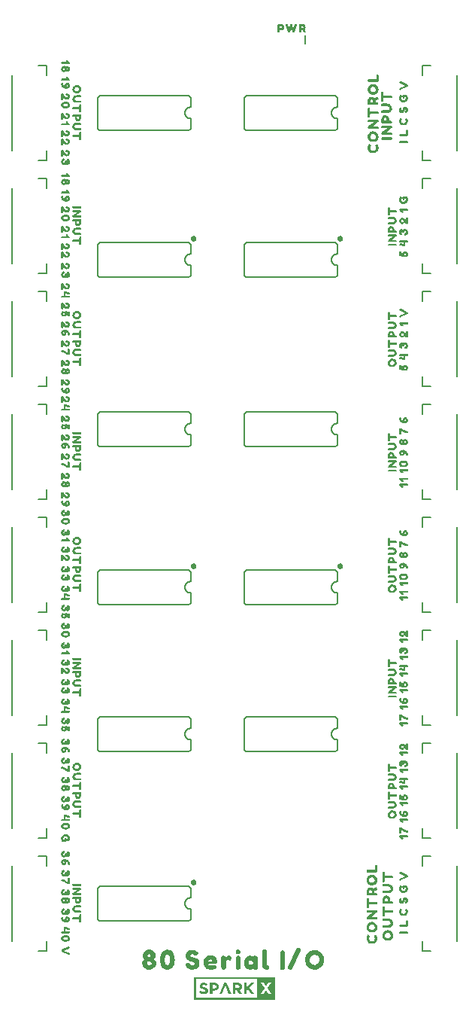
<source format=gto>
G04 EAGLE Gerber RS-274X export*
G75*
%MOMM*%
%FSLAX34Y34*%
%LPD*%
%INSilkscreen Top*%
%IPPOS*%
%AMOC8*
5,1,8,0,0,1.08239X$1,22.5*%
G01*
%ADD10C,0.203200*%

G36*
X299733Y31753D02*
X299733Y31753D01*
X299726Y31747D01*
X299720Y31755D01*
X208280Y31755D01*
X208233Y31719D01*
X208238Y31711D01*
X208231Y31705D01*
X208231Y6395D01*
X208267Y6347D01*
X208274Y6353D01*
X208280Y6345D01*
X299720Y6345D01*
X299767Y6381D01*
X299762Y6389D01*
X299769Y6395D01*
X299769Y31705D01*
X299733Y31753D01*
G37*
%LPC*%
G36*
X210679Y8794D02*
X210679Y8794D01*
X210679Y29306D01*
X279243Y29306D01*
X279243Y8794D01*
X210679Y8794D01*
G37*
%LPD*%
G36*
X344803Y40055D02*
X344803Y40055D01*
X344807Y40051D01*
X346307Y40251D01*
X346310Y40255D01*
X346314Y40253D01*
X347714Y40653D01*
X347716Y40656D01*
X347719Y40655D01*
X349119Y41255D01*
X349123Y41261D01*
X349127Y41259D01*
X350327Y42059D01*
X350329Y42063D01*
X350332Y42062D01*
X351532Y43062D01*
X351533Y43069D01*
X351538Y43068D01*
X352538Y44268D01*
X352538Y44272D01*
X352541Y44272D01*
X353441Y45572D01*
X353440Y45578D01*
X353445Y45579D01*
X354045Y46879D01*
X354044Y46882D01*
X354046Y46883D01*
X354546Y48283D01*
X354544Y48291D01*
X354549Y48294D01*
X354749Y49794D01*
X354748Y49796D01*
X354749Y49797D01*
X354849Y51397D01*
X354847Y51401D01*
X354849Y51403D01*
X354749Y53003D01*
X354746Y53007D01*
X354748Y53010D01*
X354448Y54510D01*
X354442Y54515D01*
X354445Y54521D01*
X353845Y55821D01*
X353843Y55822D01*
X353843Y55823D01*
X353143Y57123D01*
X353138Y57126D01*
X353139Y57130D01*
X352239Y58330D01*
X352236Y58331D01*
X352236Y58333D01*
X351136Y59533D01*
X351128Y59535D01*
X351128Y59541D01*
X349828Y60441D01*
X349824Y60440D01*
X349823Y60443D01*
X348523Y61143D01*
X348520Y61143D01*
X348519Y61145D01*
X347119Y61745D01*
X347112Y61744D01*
X347110Y61748D01*
X345710Y62048D01*
X345705Y62046D01*
X345703Y62049D01*
X344103Y62149D01*
X344098Y62146D01*
X344095Y62149D01*
X343195Y62049D01*
X343194Y62048D01*
X343194Y62049D01*
X341694Y61849D01*
X341689Y61844D01*
X341684Y61847D01*
X340184Y61347D01*
X340182Y61343D01*
X340179Y61345D01*
X338879Y60745D01*
X338876Y60739D01*
X338872Y60741D01*
X337572Y59841D01*
X337570Y59836D01*
X337567Y59836D01*
X336467Y58836D01*
X336466Y58830D01*
X336461Y58830D01*
X335561Y57630D01*
X335561Y57626D01*
X335558Y57626D01*
X334758Y56326D01*
X334759Y56320D01*
X334755Y56319D01*
X334155Y54919D01*
X334157Y54912D01*
X334152Y54910D01*
X333852Y53410D01*
X333853Y53407D01*
X333851Y53407D01*
X333651Y51907D01*
X333653Y51904D01*
X333651Y51903D01*
X333551Y50303D01*
X333555Y50297D01*
X333551Y50294D01*
X333751Y48794D01*
X333755Y48790D01*
X333753Y48786D01*
X334153Y47386D01*
X334156Y47384D01*
X334155Y47381D01*
X334755Y45981D01*
X334760Y45978D01*
X334758Y45974D01*
X335558Y44674D01*
X335563Y44672D01*
X335562Y44668D01*
X336562Y43468D01*
X336566Y43468D01*
X336565Y43465D01*
X337665Y42365D01*
X337674Y42364D01*
X337674Y42358D01*
X338974Y41558D01*
X338976Y41558D01*
X338977Y41557D01*
X340277Y40857D01*
X340282Y40858D01*
X340283Y40854D01*
X341683Y40354D01*
X341691Y40356D01*
X341694Y40351D01*
X343194Y40151D01*
X343196Y40153D01*
X343197Y40151D01*
X344797Y40051D01*
X344803Y40055D01*
G37*
G36*
X179803Y40151D02*
X179803Y40151D01*
X179809Y40156D01*
X179814Y40153D01*
X181214Y40553D01*
X181218Y40558D01*
X181222Y40556D01*
X182622Y41256D01*
X182626Y41265D01*
X182633Y41264D01*
X183733Y42264D01*
X183734Y42269D01*
X183738Y42269D01*
X184638Y43369D01*
X184638Y43375D01*
X184643Y43375D01*
X185343Y44575D01*
X185342Y44581D01*
X185346Y44582D01*
X185846Y45882D01*
X185845Y45886D01*
X185847Y45886D01*
X186247Y47286D01*
X186245Y47292D01*
X186249Y47294D01*
X186449Y48894D01*
X186449Y48895D01*
X186649Y50695D01*
X186646Y50700D01*
X186649Y50703D01*
X186549Y52303D01*
X186449Y53803D01*
X186446Y53807D01*
X186448Y53810D01*
X186148Y55310D01*
X186146Y55311D01*
X186148Y55313D01*
X185748Y56813D01*
X185744Y56815D01*
X185746Y56818D01*
X185146Y58318D01*
X185139Y58322D01*
X185141Y58327D01*
X184341Y59527D01*
X184336Y59529D01*
X184336Y59533D01*
X183336Y60633D01*
X183328Y60635D01*
X183328Y60641D01*
X182028Y61541D01*
X182022Y61540D01*
X182021Y61545D01*
X180721Y62145D01*
X180712Y62143D01*
X180709Y62148D01*
X179109Y62448D01*
X179101Y62444D01*
X179097Y62449D01*
X177497Y62349D01*
X177493Y62346D01*
X177490Y62348D01*
X175990Y62048D01*
X175985Y62043D01*
X175981Y62045D01*
X174581Y61445D01*
X174579Y61442D01*
X174577Y61443D01*
X173277Y60743D01*
X173270Y60730D01*
X173261Y60730D01*
X172661Y59930D01*
X172661Y59927D01*
X172659Y59927D01*
X171859Y58727D01*
X171859Y58721D01*
X171855Y58719D01*
X171255Y57319D01*
X171256Y57316D01*
X171253Y57316D01*
X170753Y55816D01*
X170755Y55812D01*
X170752Y55810D01*
X170452Y54410D01*
X170453Y54407D01*
X170451Y54406D01*
X170251Y52806D01*
X170253Y52802D01*
X170251Y52800D01*
X170251Y49500D01*
X170254Y49496D01*
X170251Y49494D01*
X170451Y47994D01*
X170453Y47992D01*
X170452Y47990D01*
X170752Y46490D01*
X170754Y46488D01*
X170753Y46486D01*
X171153Y45086D01*
X171158Y45082D01*
X171156Y45078D01*
X171856Y43678D01*
X171860Y43676D01*
X171859Y43673D01*
X172659Y42473D01*
X172667Y42470D01*
X172667Y42464D01*
X173767Y41464D01*
X173777Y41463D01*
X173778Y41456D01*
X175178Y40756D01*
X175182Y40757D01*
X175183Y40754D01*
X176583Y40254D01*
X176591Y40256D01*
X176594Y40251D01*
X178194Y40051D01*
X178200Y40055D01*
X178203Y40051D01*
X179803Y40151D01*
G37*
G36*
X159103Y40151D02*
X159103Y40151D01*
X159109Y40156D01*
X159114Y40153D01*
X160514Y40553D01*
X160516Y40556D01*
X160519Y40555D01*
X161919Y41155D01*
X161923Y41161D01*
X161928Y41160D01*
X163228Y42060D01*
X163230Y42066D01*
X163235Y42065D01*
X164335Y43165D01*
X164336Y43174D01*
X164342Y43174D01*
X165142Y44474D01*
X165141Y44484D01*
X165147Y44486D01*
X165547Y45886D01*
X165545Y45892D01*
X165549Y45894D01*
X165749Y47394D01*
X165744Y47401D01*
X165749Y47405D01*
X165649Y48305D01*
X165643Y48312D01*
X165646Y48317D01*
X165146Y49717D01*
X165140Y49721D01*
X165142Y49725D01*
X164242Y51225D01*
X164234Y51229D01*
X164235Y51235D01*
X163366Y52103D01*
X164238Y53169D01*
X164238Y53178D01*
X164245Y53179D01*
X164945Y54679D01*
X164942Y54690D01*
X164949Y54694D01*
X165149Y56194D01*
X165143Y56204D01*
X165148Y56210D01*
X164848Y57710D01*
X164843Y57715D01*
X164845Y57719D01*
X164245Y59119D01*
X164238Y59124D01*
X164239Y59130D01*
X163339Y60330D01*
X163331Y60332D01*
X163332Y60338D01*
X162132Y61338D01*
X162124Y61338D01*
X162123Y61343D01*
X160823Y62043D01*
X160815Y62042D01*
X160813Y62048D01*
X159313Y62448D01*
X159306Y62445D01*
X159303Y62449D01*
X157803Y62549D01*
X157799Y62547D01*
X157797Y62549D01*
X156197Y62449D01*
X156189Y62443D01*
X156183Y62446D01*
X154783Y61946D01*
X154779Y61940D01*
X154774Y61942D01*
X153474Y61142D01*
X153472Y61137D01*
X153468Y61138D01*
X152268Y60138D01*
X152266Y60128D01*
X152259Y60127D01*
X151459Y58927D01*
X151459Y58921D01*
X151455Y58919D01*
X150855Y57519D01*
X150857Y57510D01*
X150851Y57506D01*
X150651Y55906D01*
X150657Y55896D01*
X150652Y55890D01*
X150952Y54390D01*
X150958Y54385D01*
X150955Y54379D01*
X151655Y52879D01*
X151665Y52874D01*
X151663Y52867D01*
X152463Y51967D01*
X152469Y51966D01*
X152468Y51962D01*
X152496Y51939D01*
X152471Y51940D01*
X152471Y51936D01*
X152467Y51937D01*
X151467Y51037D01*
X151465Y51027D01*
X151459Y51027D01*
X150559Y49627D01*
X150559Y49621D01*
X150556Y49619D01*
X150559Y49615D01*
X150552Y49613D01*
X150152Y48113D01*
X150156Y48104D01*
X150151Y48100D01*
X150151Y46500D01*
X150155Y46494D01*
X150152Y46490D01*
X150452Y44990D01*
X150458Y44985D01*
X150455Y44979D01*
X151055Y43679D01*
X151064Y43675D01*
X151062Y43668D01*
X152062Y42468D01*
X152069Y42467D01*
X152068Y42462D01*
X153268Y41462D01*
X153276Y41462D01*
X153277Y41457D01*
X154577Y40757D01*
X154582Y40758D01*
X154583Y40754D01*
X155983Y40254D01*
X155991Y40256D01*
X155994Y40251D01*
X157494Y40051D01*
X157500Y40055D01*
X157503Y40051D01*
X159103Y40151D01*
G37*
G36*
X207603Y40151D02*
X207603Y40151D01*
X207607Y40154D01*
X207610Y40152D01*
X209010Y40452D01*
X209014Y40456D01*
X209017Y40454D01*
X210417Y40954D01*
X210420Y40959D01*
X210424Y40957D01*
X211824Y41757D01*
X211828Y41766D01*
X211835Y41765D01*
X212835Y42765D01*
X212836Y42772D01*
X212841Y42772D01*
X213741Y44072D01*
X213740Y44084D01*
X213747Y44086D01*
X214147Y45486D01*
X214145Y45492D01*
X214149Y45494D01*
X214349Y46994D01*
X214345Y47000D01*
X214349Y47003D01*
X214249Y48703D01*
X214243Y48711D01*
X214246Y48717D01*
X213746Y50117D01*
X213739Y50121D01*
X213741Y50127D01*
X212941Y51327D01*
X212930Y51331D01*
X212930Y51339D01*
X211730Y52239D01*
X211722Y52239D01*
X211721Y52245D01*
X210421Y52845D01*
X210417Y52844D01*
X210416Y52847D01*
X208916Y53347D01*
X208912Y53346D01*
X208911Y53348D01*
X205919Y54046D01*
X204644Y54831D01*
X204353Y56186D01*
X205226Y57155D01*
X206696Y57449D01*
X208077Y56956D01*
X209372Y56060D01*
X209388Y56060D01*
X209393Y56051D01*
X210693Y55851D01*
X210709Y55860D01*
X210714Y55860D01*
X210717Y55863D01*
X210727Y55859D01*
X211927Y56659D01*
X211932Y56672D01*
X211941Y56673D01*
X212941Y58173D01*
X212940Y58190D01*
X212949Y58196D01*
X213049Y59296D01*
X213033Y59321D01*
X213035Y59335D01*
X211835Y60535D01*
X211831Y60535D01*
X211831Y60538D01*
X210831Y61338D01*
X210819Y61339D01*
X210817Y61346D01*
X209217Y61946D01*
X209209Y61944D01*
X209207Y61949D01*
X207707Y62149D01*
X207704Y62148D01*
X207703Y62149D01*
X206103Y62249D01*
X206099Y62247D01*
X206097Y62249D01*
X204497Y62149D01*
X204491Y62144D01*
X204487Y62148D01*
X202987Y61748D01*
X202981Y61740D01*
X202975Y61743D01*
X201775Y61043D01*
X201772Y61035D01*
X201767Y61036D01*
X200667Y60036D01*
X200666Y60030D01*
X200661Y60030D01*
X199761Y58830D01*
X199761Y58821D01*
X199755Y58819D01*
X199155Y57419D01*
X199158Y57408D01*
X199151Y57403D01*
X199051Y55903D01*
X199054Y55899D01*
X199051Y55897D01*
X199151Y54297D01*
X199157Y54289D01*
X199154Y54283D01*
X199654Y52883D01*
X199660Y52879D01*
X199658Y52874D01*
X200458Y51574D01*
X200469Y51570D01*
X200469Y51562D01*
X201569Y50662D01*
X201577Y50662D01*
X201578Y50656D01*
X202978Y49956D01*
X202982Y49957D01*
X202983Y49954D01*
X204383Y49454D01*
X204386Y49455D01*
X204387Y49452D01*
X205887Y49052D01*
X205890Y49053D01*
X205890Y49052D01*
X207383Y48753D01*
X208658Y48066D01*
X209047Y46708D01*
X208367Y45639D01*
X206993Y45051D01*
X205418Y45247D01*
X204131Y46139D01*
X202833Y47336D01*
X202821Y47337D01*
X202819Y47345D01*
X201619Y47845D01*
X201595Y47839D01*
X201583Y47846D01*
X200183Y47346D01*
X200174Y47332D01*
X200164Y47333D01*
X198964Y46033D01*
X198963Y46024D01*
X198962Y46023D01*
X198963Y46022D01*
X198962Y46014D01*
X198952Y46009D01*
X198752Y44909D01*
X198761Y44889D01*
X198756Y44878D01*
X199456Y43478D01*
X199465Y43474D01*
X199463Y43467D01*
X200363Y42467D01*
X200370Y42466D01*
X200370Y42461D01*
X201670Y41461D01*
X201674Y41461D01*
X201674Y41458D01*
X202974Y40658D01*
X202985Y40659D01*
X202987Y40652D01*
X204487Y40252D01*
X204492Y40254D01*
X204494Y40251D01*
X205994Y40051D01*
X206000Y40055D01*
X206003Y40051D01*
X207603Y40151D01*
G37*
G36*
X272603Y40151D02*
X272603Y40151D01*
X272612Y40159D01*
X272619Y40155D01*
X274019Y40755D01*
X274025Y40765D01*
X274033Y40763D01*
X274990Y41624D01*
X275658Y40574D01*
X275680Y40565D01*
X275684Y40553D01*
X276884Y40153D01*
X276895Y40157D01*
X276900Y40151D01*
X278800Y40151D01*
X278817Y40164D01*
X278829Y40160D01*
X279929Y40960D01*
X279937Y40986D01*
X279949Y40993D01*
X280149Y42393D01*
X280146Y42398D01*
X280149Y42400D01*
X280149Y53200D01*
X280145Y53206D01*
X280148Y53210D01*
X279848Y54610D01*
X279829Y54627D01*
X279829Y54640D01*
X278729Y55440D01*
X278709Y55439D01*
X278703Y55449D01*
X277003Y55549D01*
X276992Y55542D01*
X276984Y55547D01*
X275484Y55047D01*
X275468Y55023D01*
X275455Y55020D01*
X274956Y53921D01*
X274942Y53893D01*
X274938Y53910D01*
X274944Y53922D01*
X274844Y54122D01*
X274830Y54129D01*
X274830Y54139D01*
X273630Y55039D01*
X273618Y55039D01*
X273616Y55047D01*
X272116Y55547D01*
X272105Y55543D01*
X272100Y55549D01*
X270600Y55549D01*
X270592Y55543D01*
X270586Y55547D01*
X269186Y55147D01*
X269181Y55139D01*
X269174Y55142D01*
X267874Y54342D01*
X267872Y54335D01*
X267867Y54336D01*
X266667Y53236D01*
X266666Y53231D01*
X266662Y53232D01*
X265662Y52032D01*
X265662Y52021D01*
X265655Y52019D01*
X265055Y50619D01*
X265056Y50615D01*
X265053Y50614D01*
X264653Y49214D01*
X264655Y49206D01*
X264651Y49203D01*
X264551Y47703D01*
X264555Y47697D01*
X264551Y47694D01*
X264751Y46194D01*
X264755Y46190D01*
X264753Y46186D01*
X265153Y44786D01*
X265160Y44781D01*
X265157Y44776D01*
X265957Y43376D01*
X265963Y43373D01*
X265962Y43368D01*
X266962Y42168D01*
X266968Y42167D01*
X266968Y42162D01*
X268268Y41062D01*
X268276Y41062D01*
X268277Y41057D01*
X269577Y40357D01*
X269587Y40358D01*
X269590Y40352D01*
X270990Y40052D01*
X270999Y40056D01*
X271003Y40051D01*
X272603Y40151D01*
G37*
G36*
X227602Y40054D02*
X227602Y40054D01*
X227604Y40051D01*
X229804Y40251D01*
X229808Y40254D01*
X229811Y40252D01*
X231511Y40652D01*
X231517Y40660D01*
X231524Y40657D01*
X232624Y41257D01*
X232630Y41270D01*
X232639Y41270D01*
X233239Y42070D01*
X233239Y42089D01*
X233249Y42096D01*
X233349Y43196D01*
X233339Y43212D01*
X233343Y43223D01*
X232543Y44723D01*
X232524Y44732D01*
X232522Y44744D01*
X231322Y45344D01*
X231297Y45339D01*
X231286Y45347D01*
X229888Y44948D01*
X228495Y44649D01*
X226908Y44649D01*
X225428Y45143D01*
X224491Y46174D01*
X225507Y46451D01*
X230100Y46451D01*
X230102Y46452D01*
X230103Y46451D01*
X231603Y46551D01*
X231611Y46557D01*
X231617Y46554D01*
X233017Y47054D01*
X233025Y47067D01*
X233035Y47065D01*
X234135Y48165D01*
X234139Y48192D01*
X234149Y48200D01*
X234149Y49900D01*
X234148Y49902D01*
X234149Y49903D01*
X234049Y51403D01*
X234041Y51412D01*
X234045Y51419D01*
X233445Y52819D01*
X233439Y52823D01*
X233441Y52828D01*
X232541Y54128D01*
X232531Y54131D01*
X232531Y54138D01*
X231431Y55038D01*
X231424Y55038D01*
X231423Y55043D01*
X230123Y55743D01*
X230113Y55742D01*
X230110Y55748D01*
X228610Y56048D01*
X228605Y56046D01*
X228603Y56049D01*
X227003Y56149D01*
X226999Y56147D01*
X226997Y56149D01*
X225297Y56049D01*
X225291Y56044D01*
X225286Y56047D01*
X223886Y55647D01*
X223882Y55641D01*
X223877Y55643D01*
X222577Y54943D01*
X222574Y54938D01*
X222570Y54939D01*
X221370Y54039D01*
X221369Y54033D01*
X221364Y54033D01*
X220364Y52933D01*
X220363Y52928D01*
X220359Y52927D01*
X219559Y51727D01*
X219560Y51718D01*
X219554Y51717D01*
X219054Y50317D01*
X219055Y50311D01*
X219052Y50308D01*
X219053Y50307D01*
X219051Y50306D01*
X218851Y48706D01*
X218853Y48702D01*
X218851Y48700D01*
X218851Y47100D01*
X218855Y47094D01*
X218852Y47090D01*
X219152Y45590D01*
X219157Y45585D01*
X219155Y45581D01*
X219755Y44181D01*
X219760Y44178D01*
X219758Y44174D01*
X220558Y42874D01*
X220564Y42872D01*
X220564Y42867D01*
X221564Y41767D01*
X221574Y41765D01*
X221574Y41758D01*
X222874Y40958D01*
X222882Y40959D01*
X222883Y40954D01*
X224283Y40454D01*
X224289Y40455D01*
X224290Y40452D01*
X225790Y40152D01*
X225795Y40154D01*
X225797Y40151D01*
X227597Y40051D01*
X227602Y40054D01*
G37*
G36*
X318104Y40251D02*
X318104Y40251D01*
X318126Y40270D01*
X318139Y40270D01*
X319039Y41470D01*
X319039Y41478D01*
X319045Y41479D01*
X328145Y60679D01*
X328144Y60681D01*
X328146Y60682D01*
X328746Y62182D01*
X328741Y62199D01*
X328745Y62201D01*
X328743Y62203D01*
X328748Y62209D01*
X328548Y63309D01*
X328528Y63327D01*
X328527Y63341D01*
X327027Y64341D01*
X327016Y64340D01*
X327014Y64347D01*
X325614Y64747D01*
X325586Y64737D01*
X325574Y64742D01*
X324474Y64042D01*
X324468Y64026D01*
X324457Y64024D01*
X323657Y62624D01*
X323658Y62622D01*
X323656Y62621D01*
X315156Y44822D01*
X314456Y43422D01*
X314457Y43417D01*
X314453Y43415D01*
X314457Y43410D01*
X314451Y43407D01*
X314251Y42007D01*
X314265Y41982D01*
X314262Y41969D01*
X315062Y40969D01*
X315077Y40965D01*
X315079Y40955D01*
X316779Y40155D01*
X316796Y40159D01*
X316804Y40151D01*
X318104Y40251D01*
G37*
G36*
X291609Y40158D02*
X291609Y40158D01*
X291616Y40153D01*
X292516Y40453D01*
X292532Y40478D01*
X292545Y40481D01*
X293045Y41681D01*
X293042Y41695D01*
X293049Y41700D01*
X293049Y43700D01*
X293039Y43714D01*
X293043Y43724D01*
X292443Y44824D01*
X292416Y44836D01*
X292410Y44848D01*
X290928Y45145D01*
X290249Y46017D01*
X290249Y61400D01*
X290238Y61416D01*
X290242Y61426D01*
X289542Y62526D01*
X289517Y62536D01*
X289512Y62548D01*
X287912Y62948D01*
X287900Y62943D01*
X287895Y62949D01*
X286095Y62749D01*
X286076Y62732D01*
X286063Y62733D01*
X285263Y61833D01*
X285261Y61810D01*
X285251Y61803D01*
X285151Y60303D01*
X285152Y60301D01*
X285151Y60300D01*
X285151Y44800D01*
X285154Y44796D01*
X285151Y44794D01*
X285351Y43194D01*
X285357Y43188D01*
X285354Y43183D01*
X285754Y42083D01*
X285763Y42077D01*
X285762Y42069D01*
X286562Y41069D01*
X286578Y41065D01*
X286581Y41055D01*
X287981Y40455D01*
X287990Y40457D01*
X287993Y40451D01*
X289993Y40151D01*
X289998Y40154D01*
X290000Y40151D01*
X291600Y40151D01*
X291609Y40158D01*
G37*
G36*
X410514Y970954D02*
X410514Y970954D01*
X410516Y970951D01*
X411316Y971051D01*
X411319Y971054D01*
X411322Y971052D01*
X412122Y971252D01*
X412126Y971257D01*
X412129Y971255D01*
X412829Y971555D01*
X412853Y971597D01*
X412868Y971574D01*
X412924Y971553D01*
X412927Y971560D01*
X412934Y971557D01*
X413634Y971957D01*
X413638Y971966D01*
X413645Y971965D01*
X414845Y973165D01*
X414846Y973171D01*
X414850Y973171D01*
X415350Y973871D01*
X415350Y973877D01*
X415354Y973878D01*
X415754Y974678D01*
X415754Y974680D01*
X415755Y974681D01*
X416055Y975381D01*
X416053Y975391D01*
X416059Y975395D01*
X416159Y976295D01*
X416157Y976298D01*
X416159Y976300D01*
X416159Y977100D01*
X416157Y977103D01*
X416159Y977105D01*
X416059Y978005D01*
X416055Y978009D01*
X416058Y978012D01*
X415858Y978812D01*
X415853Y978816D01*
X415855Y978819D01*
X415555Y979519D01*
X415548Y979523D01*
X415550Y979529D01*
X414550Y980929D01*
X414542Y980931D01*
X414542Y980937D01*
X413842Y981537D01*
X413835Y981538D01*
X413834Y981543D01*
X412434Y982343D01*
X412425Y982341D01*
X412422Y982348D01*
X411622Y982548D01*
X411621Y982547D01*
X411621Y982548D01*
X410721Y982748D01*
X410713Y982745D01*
X410710Y982749D01*
X409010Y982749D01*
X409003Y982744D01*
X408998Y982748D01*
X408198Y982548D01*
X408195Y982544D01*
X408193Y982546D01*
X407393Y982246D01*
X407390Y982241D01*
X407386Y982243D01*
X406686Y981843D01*
X406684Y981839D01*
X406681Y981840D01*
X405981Y981340D01*
X405979Y981332D01*
X405973Y981332D01*
X405373Y980632D01*
X405372Y980632D01*
X404872Y980032D01*
X404872Y980023D01*
X404866Y980022D01*
X404466Y979222D01*
X404466Y979220D01*
X404465Y979219D01*
X404165Y978519D01*
X404166Y978513D01*
X404162Y978511D01*
X403962Y977611D01*
X403963Y977607D01*
X403961Y977606D01*
X403861Y976806D01*
X403867Y976796D01*
X403862Y976790D01*
X403961Y976292D01*
X404061Y975395D01*
X404065Y975391D01*
X404062Y975388D01*
X404262Y974588D01*
X404270Y974582D01*
X404267Y974576D01*
X404667Y973876D01*
X404671Y973874D01*
X404670Y973871D01*
X405170Y973171D01*
X405176Y973170D01*
X405175Y973165D01*
X406375Y971965D01*
X406385Y971964D01*
X406386Y971957D01*
X407086Y971557D01*
X407091Y971558D01*
X407093Y971554D01*
X407893Y971254D01*
X407897Y971255D01*
X407898Y971252D01*
X408698Y971052D01*
X408703Y971054D01*
X408705Y971051D01*
X409605Y970951D01*
X409608Y970953D01*
X409610Y970951D01*
X410510Y970951D01*
X410514Y970954D01*
G37*
G36*
X409244Y134954D02*
X409244Y134954D01*
X409246Y134951D01*
X410046Y135051D01*
X410049Y135054D01*
X410052Y135052D01*
X410852Y135252D01*
X410856Y135257D01*
X410859Y135255D01*
X411559Y135555D01*
X411583Y135597D01*
X411598Y135574D01*
X411654Y135553D01*
X411657Y135560D01*
X411664Y135557D01*
X412364Y135957D01*
X412368Y135966D01*
X412375Y135965D01*
X413575Y137165D01*
X413576Y137171D01*
X413580Y137171D01*
X414080Y137871D01*
X414080Y137877D01*
X414084Y137878D01*
X414484Y138678D01*
X414484Y138680D01*
X414485Y138681D01*
X414785Y139381D01*
X414783Y139391D01*
X414789Y139395D01*
X414889Y140295D01*
X414887Y140298D01*
X414889Y140300D01*
X414889Y141100D01*
X414887Y141103D01*
X414889Y141105D01*
X414789Y142005D01*
X414785Y142009D01*
X414788Y142012D01*
X414588Y142812D01*
X414583Y142816D01*
X414585Y142819D01*
X414285Y143519D01*
X414278Y143523D01*
X414280Y143529D01*
X413280Y144929D01*
X413272Y144931D01*
X413272Y144937D01*
X412572Y145537D01*
X412565Y145538D01*
X412564Y145543D01*
X411164Y146343D01*
X411155Y146341D01*
X411152Y146348D01*
X410352Y146548D01*
X410351Y146547D01*
X410351Y146548D01*
X409451Y146748D01*
X409443Y146745D01*
X409440Y146749D01*
X407740Y146749D01*
X407733Y146744D01*
X407728Y146748D01*
X406928Y146548D01*
X406925Y146544D01*
X406923Y146546D01*
X406123Y146246D01*
X406120Y146241D01*
X406116Y146243D01*
X405416Y145843D01*
X405414Y145839D01*
X405411Y145840D01*
X404711Y145340D01*
X404709Y145332D01*
X404703Y145332D01*
X404103Y144632D01*
X404102Y144632D01*
X403602Y144032D01*
X403602Y144023D01*
X403596Y144022D01*
X403196Y143222D01*
X403196Y143220D01*
X403195Y143219D01*
X402895Y142519D01*
X402896Y142513D01*
X402892Y142511D01*
X402692Y141611D01*
X402693Y141607D01*
X402691Y141606D01*
X402591Y140806D01*
X402597Y140796D01*
X402592Y140790D01*
X402691Y140292D01*
X402791Y139395D01*
X402795Y139391D01*
X402792Y139388D01*
X402992Y138588D01*
X403000Y138582D01*
X402997Y138576D01*
X403397Y137876D01*
X403401Y137874D01*
X403400Y137871D01*
X403900Y137171D01*
X403906Y137170D01*
X403905Y137165D01*
X405105Y135965D01*
X405115Y135964D01*
X405116Y135957D01*
X405816Y135557D01*
X405821Y135558D01*
X405823Y135554D01*
X406623Y135254D01*
X406627Y135255D01*
X406628Y135252D01*
X407428Y135052D01*
X407433Y135054D01*
X407435Y135051D01*
X408335Y134951D01*
X408338Y134953D01*
X408340Y134951D01*
X409240Y134951D01*
X409244Y134954D01*
G37*
G36*
X410514Y1023954D02*
X410514Y1023954D01*
X410516Y1023951D01*
X411316Y1024051D01*
X411319Y1024054D01*
X411322Y1024052D01*
X412122Y1024252D01*
X412126Y1024257D01*
X412129Y1024255D01*
X412829Y1024555D01*
X412853Y1024597D01*
X412868Y1024574D01*
X412924Y1024553D01*
X412927Y1024560D01*
X412934Y1024557D01*
X413634Y1024957D01*
X413638Y1024966D01*
X413645Y1024965D01*
X414845Y1026165D01*
X414846Y1026171D01*
X414850Y1026171D01*
X415350Y1026871D01*
X415350Y1026877D01*
X415354Y1026878D01*
X415754Y1027678D01*
X415754Y1027680D01*
X415755Y1027681D01*
X416055Y1028381D01*
X416053Y1028391D01*
X416059Y1028395D01*
X416159Y1029295D01*
X416157Y1029298D01*
X416159Y1029300D01*
X416159Y1030100D01*
X416157Y1030103D01*
X416159Y1030105D01*
X416059Y1031005D01*
X416055Y1031009D01*
X416058Y1031012D01*
X415858Y1031812D01*
X415853Y1031816D01*
X415855Y1031819D01*
X415555Y1032519D01*
X415548Y1032523D01*
X415550Y1032529D01*
X414550Y1033929D01*
X414542Y1033931D01*
X414542Y1033937D01*
X413842Y1034537D01*
X413835Y1034538D01*
X413834Y1034543D01*
X412434Y1035343D01*
X412425Y1035341D01*
X412422Y1035348D01*
X411622Y1035548D01*
X411621Y1035547D01*
X411621Y1035548D01*
X410721Y1035748D01*
X410713Y1035745D01*
X410710Y1035749D01*
X409010Y1035749D01*
X409003Y1035744D01*
X408998Y1035748D01*
X408198Y1035548D01*
X408195Y1035544D01*
X408193Y1035546D01*
X407393Y1035246D01*
X407390Y1035241D01*
X407386Y1035243D01*
X406686Y1034843D01*
X406684Y1034839D01*
X406681Y1034840D01*
X405981Y1034340D01*
X405979Y1034332D01*
X405973Y1034332D01*
X405373Y1033632D01*
X405372Y1033632D01*
X404872Y1033032D01*
X404872Y1033023D01*
X404866Y1033022D01*
X404466Y1032222D01*
X404466Y1032220D01*
X404465Y1032219D01*
X404165Y1031519D01*
X404166Y1031513D01*
X404162Y1031511D01*
X403962Y1030611D01*
X403963Y1030607D01*
X403961Y1030606D01*
X403861Y1029806D01*
X403867Y1029796D01*
X403862Y1029790D01*
X403961Y1029292D01*
X404061Y1028395D01*
X404065Y1028391D01*
X404062Y1028388D01*
X404262Y1027588D01*
X404270Y1027582D01*
X404267Y1027576D01*
X404667Y1026876D01*
X404671Y1026874D01*
X404670Y1026871D01*
X405170Y1026171D01*
X405176Y1026170D01*
X405175Y1026165D01*
X406375Y1024965D01*
X406385Y1024964D01*
X406386Y1024957D01*
X407086Y1024557D01*
X407091Y1024558D01*
X407093Y1024554D01*
X407893Y1024254D01*
X407897Y1024255D01*
X407898Y1024252D01*
X408698Y1024052D01*
X408703Y1024054D01*
X408705Y1024051D01*
X409605Y1023951D01*
X409608Y1023953D01*
X409610Y1023951D01*
X410510Y1023951D01*
X410514Y1023954D01*
G37*
G36*
X409244Y81954D02*
X409244Y81954D01*
X409246Y81951D01*
X410046Y82051D01*
X410049Y82054D01*
X410052Y82052D01*
X410852Y82252D01*
X410856Y82257D01*
X410859Y82255D01*
X411559Y82555D01*
X411583Y82597D01*
X411598Y82574D01*
X411654Y82553D01*
X411657Y82560D01*
X411664Y82557D01*
X412364Y82957D01*
X412368Y82966D01*
X412375Y82965D01*
X413575Y84165D01*
X413576Y84171D01*
X413580Y84171D01*
X414080Y84871D01*
X414080Y84877D01*
X414084Y84878D01*
X414484Y85678D01*
X414484Y85680D01*
X414485Y85681D01*
X414785Y86381D01*
X414783Y86391D01*
X414789Y86395D01*
X414889Y87295D01*
X414887Y87298D01*
X414889Y87300D01*
X414889Y88100D01*
X414887Y88103D01*
X414889Y88105D01*
X414789Y89005D01*
X414785Y89009D01*
X414788Y89012D01*
X414588Y89812D01*
X414583Y89816D01*
X414585Y89819D01*
X414285Y90519D01*
X414278Y90523D01*
X414280Y90529D01*
X413280Y91929D01*
X413272Y91931D01*
X413272Y91937D01*
X412572Y92537D01*
X412565Y92538D01*
X412564Y92543D01*
X411164Y93343D01*
X411155Y93341D01*
X411152Y93348D01*
X410352Y93548D01*
X410351Y93547D01*
X410351Y93548D01*
X409451Y93748D01*
X409443Y93745D01*
X409440Y93749D01*
X407740Y93749D01*
X407733Y93744D01*
X407728Y93748D01*
X406928Y93548D01*
X406925Y93544D01*
X406923Y93546D01*
X406123Y93246D01*
X406120Y93241D01*
X406116Y93243D01*
X405416Y92843D01*
X405414Y92839D01*
X405411Y92840D01*
X404711Y92340D01*
X404709Y92332D01*
X404703Y92332D01*
X404103Y91632D01*
X404102Y91632D01*
X403602Y91032D01*
X403602Y91023D01*
X403596Y91022D01*
X403196Y90222D01*
X403196Y90220D01*
X403195Y90219D01*
X402895Y89519D01*
X402896Y89513D01*
X402892Y89511D01*
X402692Y88611D01*
X402693Y88607D01*
X402691Y88606D01*
X402591Y87806D01*
X402597Y87796D01*
X402592Y87790D01*
X402691Y87292D01*
X402791Y86395D01*
X402795Y86391D01*
X402792Y86388D01*
X402992Y85588D01*
X403000Y85582D01*
X402997Y85576D01*
X403397Y84876D01*
X403401Y84874D01*
X403400Y84871D01*
X403900Y84171D01*
X403906Y84170D01*
X403905Y84165D01*
X405105Y82965D01*
X405115Y82964D01*
X405116Y82957D01*
X405816Y82557D01*
X405821Y82558D01*
X405823Y82554D01*
X406623Y82254D01*
X406627Y82255D01*
X406628Y82252D01*
X407428Y82052D01*
X407433Y82054D01*
X407435Y82051D01*
X408335Y81951D01*
X408338Y81953D01*
X408340Y81951D01*
X409240Y81951D01*
X409244Y81954D01*
G37*
G36*
X427024Y72654D02*
X427024Y72654D01*
X427026Y72651D01*
X427826Y72751D01*
X427829Y72754D01*
X427832Y72752D01*
X428632Y72952D01*
X428636Y72957D01*
X428639Y72955D01*
X429339Y73255D01*
X429363Y73297D01*
X429378Y73274D01*
X429434Y73253D01*
X429437Y73260D01*
X429444Y73257D01*
X430144Y73657D01*
X430148Y73666D01*
X430155Y73665D01*
X431355Y74865D01*
X431356Y74871D01*
X431360Y74871D01*
X431860Y75571D01*
X431860Y75575D01*
X431863Y75576D01*
X432263Y76276D01*
X432262Y76280D01*
X432265Y76282D01*
X432264Y76282D01*
X432266Y76283D01*
X432566Y77083D01*
X432564Y77091D01*
X432569Y77095D01*
X432669Y77995D01*
X432667Y77998D01*
X432669Y78000D01*
X432669Y78800D01*
X432667Y78803D01*
X432669Y78805D01*
X432569Y79705D01*
X432565Y79709D01*
X432568Y79712D01*
X432368Y80512D01*
X432363Y80516D01*
X432365Y80519D01*
X432065Y81219D01*
X432058Y81223D01*
X432060Y81229D01*
X431060Y82629D01*
X431049Y82632D01*
X431049Y82640D01*
X429649Y83640D01*
X429645Y83640D01*
X429644Y83643D01*
X428944Y84043D01*
X428935Y84041D01*
X428932Y84048D01*
X428132Y84248D01*
X428131Y84247D01*
X428131Y84248D01*
X427231Y84448D01*
X427223Y84445D01*
X427220Y84449D01*
X426420Y84449D01*
X426417Y84447D01*
X426415Y84449D01*
X425515Y84349D01*
X425514Y84349D01*
X424714Y84249D01*
X424708Y84243D01*
X424703Y84246D01*
X423903Y83946D01*
X423900Y83941D01*
X423896Y83943D01*
X423196Y83543D01*
X423194Y83539D01*
X423191Y83540D01*
X422491Y83040D01*
X422489Y83032D01*
X422483Y83032D01*
X421883Y82332D01*
X421882Y82329D01*
X421880Y82329D01*
X421380Y81629D01*
X421380Y81625D01*
X421377Y81624D01*
X420977Y80924D01*
X420978Y80919D01*
X420974Y80917D01*
X420674Y80117D01*
X420675Y80113D01*
X420672Y80112D01*
X420472Y79312D01*
X420474Y79308D01*
X420471Y79306D01*
X420371Y78506D01*
X420376Y78497D01*
X420371Y78492D01*
X420471Y77893D01*
X420571Y77094D01*
X420574Y77091D01*
X420572Y77088D01*
X420772Y76288D01*
X420780Y76282D01*
X420777Y76276D01*
X421177Y75576D01*
X421181Y75574D01*
X421180Y75571D01*
X421680Y74871D01*
X421683Y74870D01*
X421683Y74868D01*
X422283Y74168D01*
X422289Y74167D01*
X422288Y74162D01*
X422888Y73662D01*
X422895Y73662D01*
X422896Y73657D01*
X423596Y73257D01*
X423601Y73258D01*
X423603Y73254D01*
X424403Y72954D01*
X424407Y72955D01*
X424408Y72952D01*
X425208Y72752D01*
X425213Y72754D01*
X425215Y72751D01*
X426115Y72651D01*
X426118Y72653D01*
X426120Y72651D01*
X427020Y72651D01*
X427024Y72654D01*
G37*
G36*
X308710Y40159D02*
X308710Y40159D01*
X308718Y40154D01*
X310018Y40654D01*
X310034Y40680D01*
X310047Y40684D01*
X310447Y41884D01*
X310444Y41893D01*
X310449Y41897D01*
X310549Y43497D01*
X310548Y43499D01*
X310549Y43500D01*
X310549Y58700D01*
X310548Y58702D01*
X310549Y58703D01*
X310449Y60303D01*
X310437Y60317D01*
X310440Y60328D01*
X309740Y61328D01*
X309715Y61336D01*
X309709Y61348D01*
X308109Y61648D01*
X308100Y61644D01*
X308095Y61649D01*
X306195Y61449D01*
X306176Y61432D01*
X306163Y61433D01*
X305363Y60533D01*
X305362Y60512D01*
X305352Y60504D01*
X305351Y60503D01*
X305251Y59003D01*
X305252Y59001D01*
X305251Y59000D01*
X305251Y42200D01*
X305256Y42193D01*
X305252Y42189D01*
X305552Y40889D01*
X305572Y40872D01*
X305574Y40858D01*
X306674Y40158D01*
X306693Y40160D01*
X306700Y40151D01*
X308700Y40151D01*
X308710Y40159D01*
G37*
G36*
X243105Y40251D02*
X243105Y40251D01*
X243121Y40266D01*
X243133Y40263D01*
X244133Y41163D01*
X244138Y41189D01*
X244149Y41197D01*
X244249Y42597D01*
X244248Y42599D01*
X244249Y42600D01*
X244249Y48692D01*
X244740Y50065D01*
X246109Y50749D01*
X247590Y50552D01*
X248986Y50153D01*
X249016Y50164D01*
X249029Y50160D01*
X250129Y50960D01*
X250134Y50977D01*
X250145Y50979D01*
X250845Y52479D01*
X250842Y52493D01*
X250847Y52498D01*
X250849Y52500D01*
X250849Y54000D01*
X250838Y54015D01*
X250843Y54025D01*
X250143Y55225D01*
X250118Y55235D01*
X250113Y55248D01*
X248613Y55648D01*
X248606Y55645D01*
X248604Y55649D01*
X247204Y55749D01*
X247190Y55741D01*
X247182Y55746D01*
X245682Y55146D01*
X245678Y55139D01*
X245673Y55141D01*
X244503Y54361D01*
X243932Y54838D01*
X243926Y54838D01*
X243925Y54842D01*
X242925Y55442D01*
X242908Y55440D01*
X242902Y55449D01*
X240902Y55549D01*
X240890Y55541D01*
X240882Y55546D01*
X239582Y55046D01*
X239568Y55022D01*
X239555Y55019D01*
X239055Y53819D01*
X239057Y53808D01*
X239053Y53805D01*
X239054Y53803D01*
X239051Y53800D01*
X239051Y43200D01*
X239052Y43198D01*
X239051Y43197D01*
X239151Y41597D01*
X239160Y41586D01*
X239156Y41578D01*
X239756Y40378D01*
X239784Y40364D01*
X239790Y40352D01*
X241290Y40052D01*
X241300Y40057D01*
X241305Y40051D01*
X243105Y40251D01*
G37*
G36*
X254770Y12901D02*
X254770Y12901D01*
X254764Y12909D01*
X254772Y12914D01*
X254772Y16788D01*
X256817Y16788D01*
X259427Y12887D01*
X259460Y12876D01*
X259468Y12865D01*
X262623Y12865D01*
X262630Y12871D01*
X262639Y12868D01*
X262643Y12880D01*
X262670Y12901D01*
X262656Y12920D01*
X262663Y12942D01*
X259695Y17277D01*
X260710Y17814D01*
X260715Y17823D01*
X260722Y17822D01*
X261560Y18631D01*
X261562Y18642D01*
X261569Y18644D01*
X262117Y19718D01*
X262115Y19729D01*
X262122Y19733D01*
X262306Y21082D01*
X262303Y21087D01*
X262306Y21089D01*
X262306Y21126D01*
X262304Y21128D01*
X262306Y21130D01*
X262231Y22031D01*
X262226Y22037D01*
X262229Y22041D01*
X262220Y22070D01*
X262002Y22839D01*
X261995Y22844D01*
X261997Y22849D01*
X261617Y23542D01*
X261610Y23546D01*
X261611Y23551D01*
X261077Y24140D01*
X261069Y24141D01*
X261069Y24147D01*
X260399Y24615D01*
X260391Y24615D01*
X260389Y24620D01*
X259598Y24955D01*
X259591Y24953D01*
X259589Y24957D01*
X258676Y25158D01*
X258671Y25155D01*
X258669Y25159D01*
X257633Y25226D01*
X257631Y25224D01*
X257630Y25226D01*
X252025Y25226D01*
X251978Y25190D01*
X251983Y25182D01*
X251976Y25176D01*
X251976Y12914D01*
X252012Y12867D01*
X252019Y12873D01*
X252025Y12865D01*
X254722Y12865D01*
X254770Y12901D01*
G37*
%LPC*%
G36*
X342914Y45548D02*
X342914Y45548D01*
X341626Y46142D01*
X340332Y47138D01*
X339234Y48136D01*
X338849Y48520D01*
X338849Y51595D01*
X339147Y53083D01*
X339841Y54372D01*
X340833Y55562D01*
X342120Y56355D01*
X343507Y56751D01*
X344993Y56751D01*
X346380Y56355D01*
X347667Y55562D01*
X348658Y54373D01*
X349253Y53085D01*
X349551Y51595D01*
X349551Y49909D01*
X349055Y48521D01*
X348361Y47331D01*
X347173Y46242D01*
X345785Y45647D01*
X344398Y45350D01*
X342914Y45548D01*
G37*
%LPD*%
G36*
X413953Y123360D02*
X413953Y123360D01*
X413962Y123356D01*
X414562Y123656D01*
X414573Y123678D01*
X414578Y123682D01*
X414577Y123684D01*
X414588Y123688D01*
X414788Y124488D01*
X414783Y124499D01*
X414789Y124504D01*
X414689Y125604D01*
X414676Y125619D01*
X414678Y125631D01*
X414278Y126131D01*
X414253Y126137D01*
X414246Y126149D01*
X413446Y126249D01*
X413442Y126247D01*
X413440Y126249D01*
X411773Y126249D01*
X411489Y126910D01*
X411489Y128572D01*
X412462Y129156D01*
X414458Y129954D01*
X414470Y129974D01*
X414483Y129976D01*
X414883Y130676D01*
X414880Y130697D01*
X414889Y130706D01*
X414789Y131506D01*
X414778Y131518D01*
X414781Y131527D01*
X414181Y132427D01*
X414164Y132433D01*
X414162Y132444D01*
X413562Y132744D01*
X413534Y132739D01*
X413523Y132746D01*
X412723Y132446D01*
X412722Y132445D01*
X412722Y132446D01*
X412222Y132246D01*
X412221Y132245D01*
X412220Y132245D01*
X410630Y131549D01*
X410058Y131549D01*
X409472Y132038D01*
X409460Y132038D01*
X409457Y132046D01*
X408657Y132346D01*
X408653Y132345D01*
X408652Y132348D01*
X407852Y132548D01*
X407847Y132546D01*
X407845Y132549D01*
X406945Y132649D01*
X406938Y132645D01*
X406934Y132649D01*
X406134Y132549D01*
X406128Y132543D01*
X406123Y132546D01*
X405323Y132246D01*
X405318Y132238D01*
X405311Y132240D01*
X404611Y131740D01*
X404611Y131737D01*
X404608Y131738D01*
X404008Y131238D01*
X403995Y131180D01*
X404007Y131177D01*
X404006Y131164D01*
X404031Y131141D01*
X404015Y131142D01*
X404014Y131131D01*
X404003Y131132D01*
X403403Y130432D01*
X403402Y130420D01*
X403394Y130417D01*
X402794Y128817D01*
X402798Y128805D01*
X402791Y128800D01*
X402791Y124600D01*
X402796Y124594D01*
X402792Y124589D01*
X402992Y123689D01*
X403017Y123668D01*
X403021Y123655D01*
X403721Y123355D01*
X403734Y123358D01*
X403740Y123351D01*
X413940Y123351D01*
X413953Y123360D01*
G37*
G36*
X415223Y1012360D02*
X415223Y1012360D01*
X415232Y1012356D01*
X415832Y1012656D01*
X415843Y1012678D01*
X415848Y1012682D01*
X415847Y1012684D01*
X415858Y1012688D01*
X416058Y1013488D01*
X416053Y1013499D01*
X416059Y1013504D01*
X415959Y1014604D01*
X415946Y1014619D01*
X415948Y1014631D01*
X415548Y1015131D01*
X415523Y1015137D01*
X415516Y1015149D01*
X414716Y1015249D01*
X414712Y1015247D01*
X414710Y1015249D01*
X413043Y1015249D01*
X412759Y1015910D01*
X412759Y1017572D01*
X413732Y1018156D01*
X415728Y1018954D01*
X415740Y1018974D01*
X415753Y1018976D01*
X416153Y1019676D01*
X416150Y1019697D01*
X416159Y1019706D01*
X416059Y1020506D01*
X416048Y1020518D01*
X416051Y1020527D01*
X415451Y1021427D01*
X415434Y1021433D01*
X415432Y1021444D01*
X414832Y1021744D01*
X414804Y1021739D01*
X414793Y1021746D01*
X413993Y1021446D01*
X413992Y1021445D01*
X413992Y1021446D01*
X413492Y1021246D01*
X413491Y1021245D01*
X413490Y1021245D01*
X411900Y1020549D01*
X411328Y1020549D01*
X410742Y1021038D01*
X410730Y1021038D01*
X410727Y1021046D01*
X409927Y1021346D01*
X409923Y1021345D01*
X409922Y1021348D01*
X409122Y1021548D01*
X409117Y1021546D01*
X409115Y1021549D01*
X408215Y1021649D01*
X408208Y1021645D01*
X408204Y1021649D01*
X407404Y1021549D01*
X407398Y1021543D01*
X407393Y1021546D01*
X406593Y1021246D01*
X406588Y1021238D01*
X406581Y1021240D01*
X405881Y1020740D01*
X405881Y1020737D01*
X405878Y1020738D01*
X405278Y1020238D01*
X405265Y1020180D01*
X405277Y1020177D01*
X405276Y1020164D01*
X405301Y1020141D01*
X405285Y1020142D01*
X405284Y1020131D01*
X405273Y1020132D01*
X404673Y1019432D01*
X404672Y1019420D01*
X404664Y1019417D01*
X404064Y1017817D01*
X404068Y1017805D01*
X404061Y1017800D01*
X404061Y1013600D01*
X404066Y1013594D01*
X404062Y1013589D01*
X404262Y1012689D01*
X404287Y1012668D01*
X404291Y1012655D01*
X404991Y1012355D01*
X405004Y1012358D01*
X405010Y1012351D01*
X415210Y1012351D01*
X415223Y1012360D01*
G37*
G36*
X430057Y978656D02*
X430057Y978656D01*
X430062Y978652D01*
X430862Y978852D01*
X430874Y978867D01*
X430885Y978865D01*
X431385Y979365D01*
X431386Y979376D01*
X431387Y979376D01*
X431386Y979377D01*
X431389Y979392D01*
X431399Y979400D01*
X431399Y980500D01*
X431394Y980507D01*
X431398Y980512D01*
X431198Y981312D01*
X431168Y981336D01*
X431164Y981347D01*
X430464Y981547D01*
X430454Y981544D01*
X430450Y981549D01*
X425353Y981549D01*
X424773Y981632D01*
X430580Y986061D01*
X430581Y986066D01*
X430585Y986065D01*
X431285Y986765D01*
X431288Y986788D01*
X431299Y986794D01*
X431399Y987594D01*
X431395Y987600D01*
X431396Y987601D01*
X431395Y987602D01*
X431399Y987605D01*
X431299Y988605D01*
X431280Y988625D01*
X431281Y988638D01*
X430781Y989038D01*
X430766Y989039D01*
X430762Y989048D01*
X429962Y989248D01*
X429954Y989244D01*
X429950Y989249D01*
X421450Y989249D01*
X421447Y989247D01*
X421445Y989249D01*
X420545Y989149D01*
X420540Y989145D01*
X420536Y989147D01*
X419836Y988947D01*
X419821Y988926D01*
X419807Y988924D01*
X419407Y988224D01*
X419408Y988220D01*
X419406Y988219D01*
X419409Y988215D01*
X419410Y988207D01*
X419401Y988200D01*
X419401Y987300D01*
X419406Y987293D01*
X419402Y987288D01*
X419602Y986488D01*
X419632Y986464D01*
X419636Y986453D01*
X420336Y986253D01*
X420346Y986256D01*
X420350Y986251D01*
X426205Y986251D01*
X423721Y984340D01*
X420321Y981840D01*
X420319Y981834D01*
X420315Y981835D01*
X419715Y981235D01*
X419713Y981220D01*
X419704Y981217D01*
X419404Y980417D01*
X419409Y980402D01*
X419401Y980395D01*
X419501Y979495D01*
X419512Y979483D01*
X419509Y979473D01*
X419909Y978873D01*
X419933Y978864D01*
X419938Y978852D01*
X420738Y978652D01*
X420746Y978656D01*
X420750Y978651D01*
X430050Y978651D01*
X430057Y978656D01*
G37*
G36*
X413544Y96454D02*
X413544Y96454D01*
X413546Y96451D01*
X414346Y96551D01*
X414365Y96569D01*
X414378Y96568D01*
X414878Y97168D01*
X414878Y97176D01*
X414879Y97176D01*
X414878Y97177D01*
X414879Y97192D01*
X414889Y97200D01*
X414889Y98300D01*
X414883Y98308D01*
X414887Y98314D01*
X414687Y99014D01*
X414663Y99032D01*
X414659Y99045D01*
X413959Y99345D01*
X413946Y99342D01*
X413940Y99349D01*
X408283Y99349D01*
X414070Y103861D01*
X414071Y103863D01*
X414072Y103863D01*
X414772Y104463D01*
X414778Y104488D01*
X414789Y104495D01*
X414889Y105395D01*
X414885Y105401D01*
X414886Y105401D01*
X414885Y105402D01*
X414889Y105405D01*
X414789Y106405D01*
X414770Y106425D01*
X414771Y106438D01*
X414271Y106838D01*
X414252Y106839D01*
X414246Y106849D01*
X413446Y106949D01*
X413442Y106947D01*
X413440Y106949D01*
X404040Y106949D01*
X404032Y106943D01*
X404026Y106947D01*
X403326Y106747D01*
X403311Y106726D01*
X403297Y106724D01*
X402897Y106024D01*
X402898Y106020D01*
X402896Y106019D01*
X402899Y106015D01*
X402900Y106007D01*
X402891Y106000D01*
X402891Y105100D01*
X402896Y105093D01*
X402892Y105088D01*
X403092Y104288D01*
X403122Y104264D01*
X403126Y104253D01*
X403826Y104053D01*
X403836Y104056D01*
X403840Y104051D01*
X409695Y104051D01*
X407211Y102140D01*
X403811Y99640D01*
X403809Y99634D01*
X403805Y99635D01*
X403205Y99035D01*
X403203Y99020D01*
X403194Y99017D01*
X402894Y98217D01*
X402899Y98202D01*
X402891Y98195D01*
X402991Y97295D01*
X403001Y97284D01*
X402997Y97276D01*
X403397Y96576D01*
X403427Y96563D01*
X403434Y96551D01*
X404234Y96451D01*
X404238Y96453D01*
X404240Y96451D01*
X413540Y96451D01*
X413544Y96454D01*
G37*
G36*
X414814Y985454D02*
X414814Y985454D01*
X414816Y985451D01*
X415616Y985551D01*
X415635Y985569D01*
X415648Y985568D01*
X416148Y986168D01*
X416148Y986176D01*
X416149Y986176D01*
X416148Y986177D01*
X416149Y986192D01*
X416159Y986200D01*
X416159Y987300D01*
X416153Y987308D01*
X416157Y987314D01*
X415957Y988014D01*
X415933Y988032D01*
X415929Y988045D01*
X415229Y988345D01*
X415216Y988342D01*
X415210Y988349D01*
X409553Y988349D01*
X415340Y992861D01*
X415341Y992863D01*
X415342Y992863D01*
X416042Y993463D01*
X416048Y993488D01*
X416059Y993495D01*
X416159Y994395D01*
X416155Y994401D01*
X416156Y994401D01*
X416155Y994402D01*
X416159Y994405D01*
X416059Y995405D01*
X416040Y995425D01*
X416041Y995438D01*
X415541Y995838D01*
X415522Y995839D01*
X415516Y995849D01*
X414716Y995949D01*
X414712Y995947D01*
X414710Y995949D01*
X405310Y995949D01*
X405302Y995943D01*
X405296Y995947D01*
X404596Y995747D01*
X404581Y995726D01*
X404567Y995724D01*
X404167Y995024D01*
X404168Y995020D01*
X404166Y995019D01*
X404169Y995015D01*
X404170Y995007D01*
X404161Y995000D01*
X404161Y994100D01*
X404166Y994093D01*
X404162Y994088D01*
X404362Y993288D01*
X404392Y993264D01*
X404396Y993253D01*
X405096Y993053D01*
X405106Y993056D01*
X405110Y993051D01*
X410965Y993051D01*
X408481Y991140D01*
X405081Y988640D01*
X405079Y988634D01*
X405075Y988635D01*
X404475Y988035D01*
X404473Y988020D01*
X404464Y988017D01*
X404164Y987217D01*
X404169Y987202D01*
X404161Y987195D01*
X404261Y986295D01*
X404271Y986284D01*
X404267Y986276D01*
X404667Y985576D01*
X404697Y985563D01*
X404704Y985551D01*
X405504Y985451D01*
X405508Y985453D01*
X405510Y985451D01*
X414810Y985451D01*
X414814Y985454D01*
G37*
G36*
X229221Y12919D02*
X229221Y12919D01*
X229216Y12927D01*
X229223Y12933D01*
X229223Y16559D01*
X231222Y16559D01*
X231224Y16561D01*
X231226Y16559D01*
X232225Y16629D01*
X232230Y16632D01*
X232233Y16630D01*
X233171Y16835D01*
X233175Y16840D01*
X233179Y16837D01*
X234024Y17179D01*
X234027Y17185D01*
X234032Y17183D01*
X234760Y17655D01*
X234763Y17663D01*
X234769Y17662D01*
X235371Y18274D01*
X235372Y18282D01*
X235378Y18282D01*
X235836Y19024D01*
X235835Y19033D01*
X235841Y19035D01*
X236129Y19906D01*
X236127Y19911D01*
X236130Y19913D01*
X236128Y19915D01*
X236131Y19917D01*
X236225Y20890D01*
X236235Y20898D01*
X236232Y20902D01*
X236237Y20906D01*
X236237Y20943D01*
X236235Y20946D01*
X236237Y20947D01*
X236155Y21852D01*
X236151Y21858D01*
X236154Y21862D01*
X236094Y22070D01*
X236093Y22070D01*
X236094Y22070D01*
X235915Y22685D01*
X235908Y22689D01*
X235911Y22695D01*
X235517Y23421D01*
X235509Y23424D01*
X235510Y23430D01*
X234972Y24048D01*
X234964Y24049D01*
X234964Y24055D01*
X234293Y24551D01*
X234286Y24551D01*
X234285Y24556D01*
X233483Y24929D01*
X233476Y24927D01*
X233474Y24932D01*
X232549Y25162D01*
X232543Y25160D01*
X232541Y25164D01*
X231491Y25244D01*
X231489Y25242D01*
X231487Y25244D01*
X226477Y25244D01*
X226429Y25208D01*
X226435Y25201D01*
X226427Y25195D01*
X226427Y12933D01*
X226463Y12885D01*
X226471Y12891D01*
X226477Y12883D01*
X229174Y12883D01*
X229221Y12919D01*
G37*
G36*
X430923Y114053D02*
X430923Y114053D01*
X430925Y114051D01*
X431825Y114151D01*
X431835Y114160D01*
X431842Y114156D01*
X432442Y114456D01*
X432454Y114479D01*
X432455Y114481D01*
X432455Y114482D01*
X432455Y114483D01*
X432468Y114488D01*
X432668Y115288D01*
X432663Y115299D01*
X432669Y115304D01*
X432569Y116404D01*
X432556Y116419D01*
X432558Y116431D01*
X432158Y116931D01*
X432133Y116937D01*
X432126Y116949D01*
X431326Y117049D01*
X431322Y117047D01*
X431320Y117049D01*
X429650Y117049D01*
X429369Y117612D01*
X429369Y119300D01*
X429366Y119304D01*
X429369Y119306D01*
X429269Y120106D01*
X429262Y120113D01*
X429265Y120119D01*
X428965Y120819D01*
X428963Y120821D01*
X428964Y120822D01*
X428564Y121622D01*
X428556Y121626D01*
X428557Y121632D01*
X427957Y122332D01*
X427951Y122333D01*
X427952Y122338D01*
X427352Y122838D01*
X427340Y122838D01*
X427337Y122846D01*
X426537Y123146D01*
X426533Y123145D01*
X426532Y123148D01*
X425732Y123348D01*
X425727Y123346D01*
X425725Y123349D01*
X424825Y123449D01*
X424822Y123447D01*
X424820Y123449D01*
X424020Y123449D01*
X423999Y123433D01*
X423985Y123435D01*
X423793Y123242D01*
X423003Y122946D01*
X422998Y122938D01*
X422991Y122940D01*
X422291Y122440D01*
X422290Y122434D01*
X422285Y122435D01*
X421685Y121835D01*
X421684Y121827D01*
X421678Y121826D01*
X421178Y121026D01*
X421179Y121019D01*
X421174Y121017D01*
X420874Y120217D01*
X420875Y120214D01*
X420873Y120214D01*
X420673Y119514D01*
X420676Y119504D01*
X420671Y119500D01*
X420671Y115200D01*
X420678Y115190D01*
X420674Y115183D01*
X420974Y114383D01*
X420996Y114369D01*
X420998Y114356D01*
X421598Y114056D01*
X421614Y114059D01*
X421620Y114051D01*
X430920Y114051D01*
X430923Y114053D01*
G37*
G36*
X430563Y991660D02*
X430563Y991660D01*
X430572Y991656D01*
X431172Y991956D01*
X431183Y991978D01*
X431188Y991982D01*
X431187Y991984D01*
X431198Y991989D01*
X431398Y992889D01*
X431393Y992900D01*
X431399Y992905D01*
X431299Y993905D01*
X431286Y993919D01*
X431288Y993931D01*
X430888Y994431D01*
X430867Y994436D01*
X430862Y994448D01*
X430062Y994648D01*
X430054Y994644D01*
X430050Y994649D01*
X428380Y994649D01*
X428099Y995212D01*
X428099Y996800D01*
X428096Y996804D01*
X428099Y996806D01*
X427999Y997606D01*
X427993Y997612D01*
X427996Y997617D01*
X427696Y998417D01*
X427693Y998419D01*
X427694Y998422D01*
X427294Y999222D01*
X427284Y999227D01*
X427285Y999235D01*
X426685Y999835D01*
X426681Y999835D01*
X426682Y999838D01*
X426082Y1000338D01*
X426073Y1000338D01*
X426072Y1000344D01*
X425272Y1000744D01*
X425264Y1000743D01*
X425262Y1000748D01*
X424462Y1000948D01*
X424454Y1000944D01*
X424450Y1000949D01*
X422750Y1000949D01*
X422737Y1000940D01*
X422728Y1000944D01*
X421728Y1000444D01*
X421725Y1000439D01*
X421721Y1000440D01*
X421021Y999940D01*
X421020Y999934D01*
X421015Y999935D01*
X420415Y999335D01*
X420414Y999329D01*
X420410Y999329D01*
X419910Y998629D01*
X419910Y998619D01*
X419904Y998617D01*
X419604Y997817D01*
X419605Y997813D01*
X419602Y997812D01*
X419402Y997012D01*
X419406Y997004D01*
X419401Y997000D01*
X419401Y992700D01*
X419409Y992689D01*
X419405Y992681D01*
X419705Y991981D01*
X419726Y991969D01*
X419728Y991956D01*
X420328Y991656D01*
X420344Y991659D01*
X420350Y991651D01*
X430550Y991651D01*
X430563Y991660D01*
G37*
G36*
X267443Y12901D02*
X267443Y12901D01*
X267438Y12909D01*
X267445Y12914D01*
X267445Y16644D01*
X268808Y18059D01*
X272577Y12885D01*
X272609Y12876D01*
X272617Y12865D01*
X275854Y12865D01*
X275862Y12871D01*
X275872Y12868D01*
X275875Y12881D01*
X275902Y12901D01*
X275887Y12920D01*
X275894Y12944D01*
X270697Y19969D01*
X272667Y22022D01*
X275661Y25142D01*
X275663Y25155D01*
X275673Y25163D01*
X275665Y25174D01*
X275668Y25201D01*
X275642Y25205D01*
X275626Y25226D01*
X272370Y25226D01*
X272348Y25209D01*
X272334Y25210D01*
X269438Y22090D01*
X267445Y19944D01*
X267445Y25176D01*
X267409Y25224D01*
X267402Y25218D01*
X267396Y25226D01*
X264698Y25226D01*
X264651Y25190D01*
X264657Y25182D01*
X264649Y25176D01*
X264649Y12914D01*
X264685Y12867D01*
X264693Y12873D01*
X264698Y12865D01*
X267396Y12865D01*
X267443Y12901D01*
G37*
G36*
X258508Y40059D02*
X258508Y40059D01*
X258517Y40054D01*
X259917Y40554D01*
X259930Y40574D01*
X259943Y40576D01*
X260543Y41676D01*
X260541Y41694D01*
X260549Y41700D01*
X260549Y54100D01*
X260538Y54116D01*
X260542Y54126D01*
X259842Y55226D01*
X259816Y55236D01*
X259810Y55248D01*
X258310Y55548D01*
X258300Y55544D01*
X258295Y55549D01*
X256395Y55349D01*
X256378Y55333D01*
X256365Y55335D01*
X255465Y54435D01*
X255462Y54411D01*
X255451Y54403D01*
X255351Y52903D01*
X255352Y52901D01*
X255351Y52900D01*
X255351Y42600D01*
X255354Y42596D01*
X255351Y42593D01*
X255551Y41193D01*
X255567Y41178D01*
X255565Y41165D01*
X256465Y40265D01*
X256488Y40262D01*
X256495Y40251D01*
X258495Y40051D01*
X258508Y40059D01*
G37*
G36*
X427223Y125853D02*
X427223Y125853D01*
X427225Y125851D01*
X428125Y125951D01*
X428129Y125955D01*
X428132Y125952D01*
X428932Y126152D01*
X428935Y126156D01*
X428937Y126154D01*
X429737Y126454D01*
X429740Y126459D01*
X429744Y126457D01*
X430444Y126857D01*
X430446Y126861D01*
X430449Y126860D01*
X431149Y127360D01*
X431152Y127371D01*
X431160Y127371D01*
X432160Y128771D01*
X432160Y128781D01*
X432166Y128783D01*
X432466Y129583D01*
X432465Y129587D01*
X432468Y129588D01*
X432668Y130388D01*
X432664Y130396D01*
X432669Y130400D01*
X432669Y131300D01*
X432666Y131304D01*
X432669Y131306D01*
X432569Y132106D01*
X432566Y132109D01*
X432568Y132112D01*
X432368Y132912D01*
X432362Y132917D01*
X432364Y132922D01*
X431964Y133722D01*
X431959Y133725D01*
X431960Y133729D01*
X431460Y134429D01*
X431454Y134430D01*
X431455Y134435D01*
X430855Y135035D01*
X430849Y135036D01*
X430849Y135040D01*
X430149Y135540D01*
X430145Y135540D01*
X430144Y135543D01*
X429444Y135943D01*
X429439Y135942D01*
X429437Y135946D01*
X428637Y136246D01*
X428629Y136244D01*
X428626Y136249D01*
X427826Y136349D01*
X427825Y136349D01*
X426925Y136449D01*
X426922Y136447D01*
X426920Y136449D01*
X421820Y136449D01*
X421816Y136446D01*
X421814Y136449D01*
X421014Y136349D01*
X420991Y136326D01*
X420977Y136324D01*
X420577Y135624D01*
X420578Y135619D01*
X420574Y135616D01*
X420578Y135610D01*
X420571Y135605D01*
X420471Y134705D01*
X420478Y134695D01*
X420472Y134688D01*
X420672Y133888D01*
X420697Y133868D01*
X420701Y133855D01*
X421401Y133555D01*
X421411Y133557D01*
X421415Y133551D01*
X422315Y133451D01*
X422318Y133453D01*
X422320Y133451D01*
X427414Y133451D01*
X428201Y133254D01*
X428987Y132762D01*
X429475Y132177D01*
X429671Y131394D01*
X429671Y130510D01*
X429380Y129832D01*
X428695Y129342D01*
X427906Y128948D01*
X427117Y128849D01*
X422020Y128849D01*
X422017Y128847D01*
X422015Y128849D01*
X421115Y128749D01*
X421096Y128731D01*
X421082Y128732D01*
X420582Y128132D01*
X420581Y128112D01*
X420571Y128105D01*
X420471Y127205D01*
X420475Y127198D01*
X420471Y127194D01*
X420571Y126394D01*
X420591Y126374D01*
X420591Y126360D01*
X421291Y125860D01*
X421313Y125861D01*
X421320Y125851D01*
X427220Y125851D01*
X427223Y125853D01*
G37*
G36*
X427223Y87153D02*
X427223Y87153D01*
X427225Y87151D01*
X428125Y87251D01*
X428129Y87255D01*
X428132Y87252D01*
X428932Y87452D01*
X428935Y87456D01*
X428937Y87454D01*
X429737Y87754D01*
X429740Y87759D01*
X429744Y87757D01*
X430444Y88157D01*
X430446Y88161D01*
X430449Y88160D01*
X431149Y88660D01*
X431152Y88671D01*
X431160Y88671D01*
X432160Y90071D01*
X432160Y90081D01*
X432166Y90083D01*
X432466Y90883D01*
X432465Y90887D01*
X432468Y90888D01*
X432668Y91688D01*
X432664Y91696D01*
X432669Y91700D01*
X432669Y92600D01*
X432666Y92604D01*
X432669Y92606D01*
X432569Y93406D01*
X432566Y93409D01*
X432568Y93412D01*
X432368Y94212D01*
X432362Y94217D01*
X432364Y94222D01*
X431964Y95022D01*
X431959Y95025D01*
X431960Y95029D01*
X431460Y95729D01*
X431454Y95730D01*
X431455Y95735D01*
X430855Y96335D01*
X430849Y96336D01*
X430849Y96340D01*
X430149Y96840D01*
X430145Y96840D01*
X430144Y96843D01*
X429444Y97243D01*
X429439Y97242D01*
X429437Y97246D01*
X428637Y97546D01*
X428629Y97544D01*
X428626Y97549D01*
X427826Y97649D01*
X427825Y97649D01*
X426925Y97749D01*
X426922Y97747D01*
X426920Y97749D01*
X421820Y97749D01*
X421816Y97746D01*
X421814Y97749D01*
X421014Y97649D01*
X420991Y97626D01*
X420977Y97624D01*
X420577Y96924D01*
X420578Y96919D01*
X420574Y96916D01*
X420578Y96910D01*
X420571Y96905D01*
X420471Y96005D01*
X420478Y95995D01*
X420472Y95988D01*
X420672Y95188D01*
X420697Y95168D01*
X420701Y95155D01*
X421401Y94855D01*
X421411Y94857D01*
X421415Y94851D01*
X422315Y94751D01*
X422318Y94753D01*
X422320Y94751D01*
X427414Y94751D01*
X428203Y94554D01*
X428987Y94161D01*
X429474Y93479D01*
X429671Y92694D01*
X429671Y91810D01*
X429380Y91132D01*
X428695Y90642D01*
X427906Y90248D01*
X427117Y90149D01*
X422020Y90149D01*
X422017Y90147D01*
X422015Y90149D01*
X421115Y90049D01*
X421096Y90031D01*
X421082Y90032D01*
X420582Y89432D01*
X420581Y89412D01*
X420571Y89405D01*
X420471Y88505D01*
X420475Y88498D01*
X420471Y88494D01*
X420571Y87694D01*
X420591Y87674D01*
X420591Y87660D01*
X421291Y87160D01*
X421313Y87161D01*
X421320Y87151D01*
X427220Y87151D01*
X427223Y87153D01*
G37*
G36*
X425953Y1003453D02*
X425953Y1003453D01*
X425955Y1003451D01*
X426855Y1003551D01*
X426859Y1003555D01*
X426862Y1003552D01*
X427662Y1003752D01*
X427665Y1003756D01*
X427667Y1003754D01*
X428467Y1004054D01*
X428470Y1004059D01*
X428474Y1004057D01*
X429174Y1004457D01*
X429176Y1004461D01*
X429179Y1004460D01*
X429879Y1004960D01*
X429881Y1004969D01*
X429888Y1004968D01*
X430388Y1005568D01*
X430388Y1005574D01*
X430392Y1005574D01*
X430892Y1006374D01*
X430891Y1006380D01*
X430895Y1006381D01*
X431195Y1007081D01*
X431195Y1007082D01*
X431195Y1007083D01*
X431194Y1007087D01*
X431198Y1007089D01*
X431398Y1007989D01*
X431395Y1007997D01*
X431399Y1008000D01*
X431399Y1008800D01*
X431397Y1008803D01*
X431399Y1008805D01*
X431299Y1009705D01*
X431295Y1009709D01*
X431298Y1009712D01*
X431098Y1010512D01*
X431092Y1010517D01*
X431094Y1010522D01*
X430694Y1011322D01*
X430689Y1011325D01*
X430690Y1011329D01*
X430190Y1012029D01*
X430181Y1012031D01*
X430182Y1012038D01*
X429582Y1012537D01*
X428882Y1013137D01*
X428871Y1013138D01*
X428869Y1013145D01*
X428169Y1013445D01*
X428168Y1013445D01*
X428167Y1013446D01*
X427367Y1013746D01*
X427363Y1013745D01*
X427362Y1013748D01*
X426562Y1013948D01*
X426557Y1013946D01*
X426555Y1013949D01*
X425655Y1014049D01*
X425652Y1014047D01*
X425650Y1014049D01*
X420550Y1014049D01*
X420543Y1014044D01*
X420538Y1014048D01*
X419738Y1013848D01*
X419721Y1013826D01*
X419707Y1013824D01*
X419307Y1013124D01*
X419308Y1013119D01*
X419305Y1013117D01*
X419309Y1013112D01*
X419309Y1013110D01*
X419301Y1013105D01*
X419201Y1012205D01*
X419208Y1012195D01*
X419202Y1012188D01*
X419402Y1011388D01*
X419427Y1011368D01*
X419431Y1011355D01*
X420131Y1011055D01*
X420144Y1011058D01*
X420150Y1011051D01*
X425347Y1011051D01*
X426141Y1010952D01*
X426933Y1010754D01*
X427719Y1010361D01*
X428205Y1009777D01*
X428401Y1008994D01*
X428401Y1008109D01*
X428109Y1007331D01*
X427427Y1006844D01*
X426638Y1006548D01*
X425847Y1006449D01*
X420749Y1006349D01*
X420746Y1006347D01*
X420745Y1006349D01*
X419845Y1006249D01*
X419828Y1006233D01*
X419815Y1006235D01*
X419315Y1005735D01*
X419312Y1005712D01*
X419301Y1005705D01*
X419201Y1004805D01*
X419205Y1004798D01*
X419201Y1004794D01*
X419301Y1003994D01*
X419321Y1003974D01*
X419321Y1003960D01*
X420021Y1003460D01*
X420043Y1003461D01*
X420050Y1003451D01*
X425950Y1003451D01*
X425953Y1003453D01*
G37*
G36*
X77207Y263551D02*
X77207Y263551D01*
X77208Y263552D01*
X77208Y263551D01*
X77808Y263651D01*
X77812Y263656D01*
X77816Y263653D01*
X78416Y263853D01*
X78421Y263861D01*
X78427Y263859D01*
X79627Y264659D01*
X79631Y264669D01*
X79638Y264669D01*
X80037Y265167D01*
X80535Y265665D01*
X80536Y265677D01*
X80544Y265678D01*
X80844Y266278D01*
X80843Y266283D01*
X80847Y266284D01*
X81047Y266884D01*
X81047Y266885D01*
X81046Y266886D01*
X81047Y266886D01*
X81247Y267586D01*
X81244Y267596D01*
X81249Y267600D01*
X81249Y268700D01*
X81246Y268704D01*
X81249Y268707D01*
X81149Y269407D01*
X81144Y269412D01*
X81147Y269416D01*
X80947Y270016D01*
X80942Y270019D01*
X80944Y270022D01*
X80644Y270622D01*
X80637Y270625D01*
X80638Y270631D01*
X80238Y271131D01*
X80238Y271132D01*
X79738Y271732D01*
X79731Y271733D01*
X79731Y271738D01*
X79231Y272138D01*
X79223Y272139D01*
X79222Y272144D01*
X78022Y272744D01*
X78012Y272742D01*
X78008Y272749D01*
X77408Y272849D01*
X77407Y272848D01*
X77407Y272849D01*
X76707Y272949D01*
X76702Y272946D01*
X76700Y272949D01*
X76000Y272949D01*
X75996Y272946D01*
X75993Y272949D01*
X75293Y272849D01*
X75292Y272848D01*
X75292Y272849D01*
X74692Y272749D01*
X74685Y272741D01*
X74678Y272744D01*
X73478Y272144D01*
X73473Y272134D01*
X73465Y272135D01*
X72465Y271135D01*
X72465Y271131D01*
X72462Y271131D01*
X72062Y270631D01*
X72061Y270623D01*
X72056Y270622D01*
X71756Y270022D01*
X71757Y270017D01*
X71753Y270014D01*
X71553Y269314D01*
X71554Y269310D01*
X71551Y269308D01*
X71451Y268708D01*
X71454Y268703D01*
X71451Y268700D01*
X71451Y267300D01*
X71458Y267291D01*
X71453Y267284D01*
X71653Y266684D01*
X71658Y266681D01*
X71656Y266678D01*
X72256Y265478D01*
X72266Y265473D01*
X72265Y265465D01*
X73265Y264465D01*
X73277Y264464D01*
X73278Y264456D01*
X74478Y263856D01*
X74483Y263857D01*
X74484Y263853D01*
X75084Y263653D01*
X75091Y263655D01*
X75093Y263651D01*
X76493Y263451D01*
X76502Y263456D01*
X76507Y263451D01*
X77207Y263551D01*
G37*
G36*
X77207Y1025551D02*
X77207Y1025551D01*
X77208Y1025552D01*
X77208Y1025551D01*
X77808Y1025651D01*
X77812Y1025656D01*
X77816Y1025653D01*
X78416Y1025853D01*
X78421Y1025861D01*
X78427Y1025859D01*
X79627Y1026659D01*
X79631Y1026669D01*
X79638Y1026669D01*
X80037Y1027167D01*
X80535Y1027665D01*
X80536Y1027677D01*
X80544Y1027678D01*
X80844Y1028278D01*
X80843Y1028283D01*
X80847Y1028284D01*
X81047Y1028884D01*
X81047Y1028885D01*
X81046Y1028886D01*
X81047Y1028886D01*
X81247Y1029586D01*
X81244Y1029596D01*
X81249Y1029600D01*
X81249Y1030700D01*
X81246Y1030704D01*
X81249Y1030707D01*
X81149Y1031407D01*
X81144Y1031412D01*
X81147Y1031416D01*
X80947Y1032016D01*
X80942Y1032019D01*
X80944Y1032022D01*
X80644Y1032622D01*
X80637Y1032625D01*
X80638Y1032631D01*
X80238Y1033131D01*
X80238Y1033132D01*
X79738Y1033732D01*
X79731Y1033733D01*
X79731Y1033738D01*
X79231Y1034138D01*
X79223Y1034139D01*
X79222Y1034144D01*
X78022Y1034744D01*
X78012Y1034742D01*
X78008Y1034749D01*
X77408Y1034849D01*
X77407Y1034848D01*
X77407Y1034849D01*
X76707Y1034949D01*
X76702Y1034946D01*
X76700Y1034949D01*
X76000Y1034949D01*
X75996Y1034946D01*
X75993Y1034949D01*
X75293Y1034849D01*
X75292Y1034848D01*
X75292Y1034849D01*
X74692Y1034749D01*
X74685Y1034741D01*
X74678Y1034744D01*
X73478Y1034144D01*
X73473Y1034134D01*
X73465Y1034135D01*
X72465Y1033135D01*
X72465Y1033131D01*
X72462Y1033131D01*
X72062Y1032631D01*
X72061Y1032623D01*
X72056Y1032622D01*
X71756Y1032022D01*
X71757Y1032017D01*
X71753Y1032014D01*
X71553Y1031314D01*
X71554Y1031310D01*
X71551Y1031308D01*
X71451Y1030708D01*
X71454Y1030703D01*
X71451Y1030700D01*
X71451Y1029300D01*
X71458Y1029291D01*
X71453Y1029284D01*
X71653Y1028684D01*
X71658Y1028681D01*
X71656Y1028678D01*
X72256Y1027478D01*
X72266Y1027473D01*
X72265Y1027465D01*
X73265Y1026465D01*
X73277Y1026464D01*
X73278Y1026456D01*
X74478Y1025856D01*
X74483Y1025857D01*
X74484Y1025853D01*
X75084Y1025653D01*
X75091Y1025655D01*
X75093Y1025651D01*
X76493Y1025451D01*
X76502Y1025456D01*
X76507Y1025451D01*
X77207Y1025551D01*
G37*
G36*
X77207Y771551D02*
X77207Y771551D01*
X77208Y771552D01*
X77208Y771551D01*
X77808Y771651D01*
X77812Y771656D01*
X77816Y771653D01*
X78416Y771853D01*
X78421Y771861D01*
X78427Y771859D01*
X79627Y772659D01*
X79631Y772669D01*
X79638Y772669D01*
X80037Y773167D01*
X80535Y773665D01*
X80536Y773677D01*
X80544Y773678D01*
X80844Y774278D01*
X80843Y774283D01*
X80847Y774284D01*
X81047Y774884D01*
X81047Y774885D01*
X81046Y774886D01*
X81047Y774886D01*
X81247Y775586D01*
X81244Y775596D01*
X81249Y775600D01*
X81249Y776700D01*
X81246Y776704D01*
X81249Y776707D01*
X81149Y777407D01*
X81144Y777412D01*
X81147Y777416D01*
X80947Y778016D01*
X80942Y778019D01*
X80944Y778022D01*
X80644Y778622D01*
X80637Y778625D01*
X80638Y778631D01*
X80238Y779131D01*
X80238Y779132D01*
X79738Y779732D01*
X79731Y779733D01*
X79731Y779738D01*
X79231Y780138D01*
X79223Y780139D01*
X79222Y780144D01*
X78022Y780744D01*
X78012Y780742D01*
X78008Y780749D01*
X77408Y780849D01*
X77407Y780848D01*
X77407Y780849D01*
X76707Y780949D01*
X76702Y780946D01*
X76700Y780949D01*
X76000Y780949D01*
X75996Y780946D01*
X75993Y780949D01*
X75293Y780849D01*
X75292Y780848D01*
X75292Y780849D01*
X74692Y780749D01*
X74685Y780741D01*
X74678Y780744D01*
X73478Y780144D01*
X73473Y780134D01*
X73465Y780135D01*
X72465Y779135D01*
X72465Y779131D01*
X72462Y779131D01*
X72062Y778631D01*
X72061Y778623D01*
X72056Y778622D01*
X71756Y778022D01*
X71757Y778017D01*
X71753Y778014D01*
X71553Y777314D01*
X71554Y777310D01*
X71551Y777308D01*
X71451Y776708D01*
X71454Y776703D01*
X71451Y776700D01*
X71451Y775300D01*
X71458Y775291D01*
X71453Y775284D01*
X71653Y774684D01*
X71658Y774681D01*
X71656Y774678D01*
X72256Y773478D01*
X72266Y773473D01*
X72265Y773465D01*
X73265Y772465D01*
X73277Y772464D01*
X73278Y772456D01*
X74478Y771856D01*
X74483Y771857D01*
X74484Y771853D01*
X75084Y771653D01*
X75091Y771655D01*
X75093Y771651D01*
X76493Y771451D01*
X76502Y771456D01*
X76507Y771451D01*
X77207Y771551D01*
G37*
G36*
X77207Y517551D02*
X77207Y517551D01*
X77208Y517552D01*
X77208Y517551D01*
X77808Y517651D01*
X77812Y517656D01*
X77816Y517653D01*
X78416Y517853D01*
X78421Y517861D01*
X78427Y517859D01*
X79627Y518659D01*
X79631Y518669D01*
X79638Y518669D01*
X80037Y519167D01*
X80535Y519665D01*
X80536Y519677D01*
X80544Y519678D01*
X80844Y520278D01*
X80843Y520283D01*
X80847Y520284D01*
X81047Y520884D01*
X81047Y520885D01*
X81046Y520886D01*
X81047Y520886D01*
X81247Y521586D01*
X81244Y521596D01*
X81249Y521600D01*
X81249Y522700D01*
X81246Y522704D01*
X81249Y522707D01*
X81149Y523407D01*
X81144Y523412D01*
X81147Y523416D01*
X80947Y524016D01*
X80942Y524019D01*
X80944Y524022D01*
X80644Y524622D01*
X80637Y524625D01*
X80638Y524631D01*
X80238Y525131D01*
X80238Y525132D01*
X79738Y525732D01*
X79731Y525733D01*
X79731Y525738D01*
X79231Y526138D01*
X79223Y526139D01*
X79222Y526144D01*
X78022Y526744D01*
X78012Y526742D01*
X78008Y526749D01*
X77408Y526849D01*
X77407Y526848D01*
X77407Y526849D01*
X76707Y526949D01*
X76702Y526946D01*
X76700Y526949D01*
X76000Y526949D01*
X75996Y526946D01*
X75993Y526949D01*
X75293Y526849D01*
X75292Y526848D01*
X75292Y526849D01*
X74692Y526749D01*
X74685Y526741D01*
X74678Y526744D01*
X73478Y526144D01*
X73473Y526134D01*
X73465Y526135D01*
X72465Y525135D01*
X72465Y525131D01*
X72462Y525131D01*
X72062Y524631D01*
X72061Y524623D01*
X72056Y524622D01*
X71756Y524022D01*
X71757Y524017D01*
X71753Y524014D01*
X71553Y523314D01*
X71554Y523310D01*
X71551Y523308D01*
X71451Y522708D01*
X71454Y522703D01*
X71451Y522700D01*
X71451Y521300D01*
X71458Y521291D01*
X71453Y521284D01*
X71653Y520684D01*
X71658Y520681D01*
X71656Y520678D01*
X72256Y519478D01*
X72266Y519473D01*
X72265Y519465D01*
X73265Y518465D01*
X73277Y518464D01*
X73278Y518456D01*
X74478Y517856D01*
X74483Y517857D01*
X74484Y517853D01*
X75084Y517653D01*
X75091Y517655D01*
X75093Y517651D01*
X76493Y517451D01*
X76502Y517456D01*
X76507Y517451D01*
X77207Y517551D01*
G37*
G36*
X432004Y463654D02*
X432004Y463654D01*
X432007Y463651D01*
X432707Y463751D01*
X432708Y463752D01*
X432708Y463751D01*
X433308Y463851D01*
X433315Y463859D01*
X433322Y463856D01*
X434522Y464456D01*
X434527Y464466D01*
X434535Y464465D01*
X435535Y465465D01*
X435535Y465469D01*
X435538Y465469D01*
X435938Y465969D01*
X435939Y465977D01*
X435944Y465978D01*
X436244Y466578D01*
X436243Y466585D01*
X436247Y466586D01*
X436447Y467286D01*
X436446Y467290D01*
X436449Y467292D01*
X436549Y467892D01*
X436546Y467897D01*
X436549Y467900D01*
X436549Y469300D01*
X436542Y469309D01*
X436547Y469316D01*
X436347Y469916D01*
X436342Y469919D01*
X436344Y469922D01*
X435744Y471122D01*
X435734Y471127D01*
X435735Y471135D01*
X434735Y472135D01*
X434723Y472136D01*
X434722Y472144D01*
X433522Y472744D01*
X433517Y472743D01*
X433516Y472747D01*
X432916Y472947D01*
X432909Y472945D01*
X432907Y472949D01*
X431507Y473149D01*
X431498Y473144D01*
X431493Y473149D01*
X430793Y473049D01*
X430792Y473048D01*
X430792Y473049D01*
X430192Y472949D01*
X430188Y472944D01*
X430184Y472947D01*
X429584Y472747D01*
X429579Y472739D01*
X429573Y472741D01*
X428373Y471941D01*
X428369Y471931D01*
X428362Y471931D01*
X427963Y471433D01*
X427465Y470935D01*
X427464Y470923D01*
X427456Y470922D01*
X427156Y470322D01*
X427157Y470317D01*
X427153Y470316D01*
X426953Y469716D01*
X426954Y469714D01*
X426953Y469714D01*
X426753Y469014D01*
X426756Y469004D01*
X426751Y469000D01*
X426751Y467900D01*
X426754Y467896D01*
X426751Y467893D01*
X426851Y467193D01*
X426856Y467188D01*
X426853Y467184D01*
X427053Y466584D01*
X427058Y466581D01*
X427056Y466578D01*
X427356Y465978D01*
X427363Y465975D01*
X427362Y465969D01*
X427762Y465469D01*
X427762Y465468D01*
X428262Y464868D01*
X428269Y464867D01*
X428269Y464862D01*
X428769Y464462D01*
X428777Y464461D01*
X428778Y464456D01*
X429978Y463856D01*
X429989Y463858D01*
X429992Y463851D01*
X430592Y463751D01*
X430593Y463752D01*
X430593Y463751D01*
X431293Y463651D01*
X431298Y463654D01*
X431300Y463651D01*
X432000Y463651D01*
X432004Y463654D01*
G37*
G36*
X432004Y717654D02*
X432004Y717654D01*
X432007Y717651D01*
X432707Y717751D01*
X432708Y717752D01*
X432708Y717751D01*
X433308Y717851D01*
X433315Y717859D01*
X433322Y717856D01*
X434522Y718456D01*
X434527Y718466D01*
X434535Y718465D01*
X435535Y719465D01*
X435535Y719469D01*
X435538Y719469D01*
X435938Y719969D01*
X435939Y719977D01*
X435944Y719978D01*
X436244Y720578D01*
X436243Y720585D01*
X436247Y720586D01*
X436447Y721286D01*
X436446Y721290D01*
X436449Y721292D01*
X436549Y721892D01*
X436546Y721897D01*
X436549Y721900D01*
X436549Y723300D01*
X436542Y723309D01*
X436547Y723316D01*
X436347Y723916D01*
X436342Y723919D01*
X436344Y723922D01*
X435744Y725122D01*
X435734Y725127D01*
X435735Y725135D01*
X434735Y726135D01*
X434723Y726136D01*
X434722Y726144D01*
X433522Y726744D01*
X433517Y726743D01*
X433516Y726747D01*
X432916Y726947D01*
X432909Y726945D01*
X432907Y726949D01*
X431507Y727149D01*
X431498Y727144D01*
X431493Y727149D01*
X430793Y727049D01*
X430792Y727048D01*
X430792Y727049D01*
X430192Y726949D01*
X430188Y726944D01*
X430184Y726947D01*
X429584Y726747D01*
X429579Y726739D01*
X429573Y726741D01*
X428373Y725941D01*
X428369Y725931D01*
X428362Y725931D01*
X427963Y725433D01*
X427465Y724935D01*
X427464Y724923D01*
X427456Y724922D01*
X427156Y724322D01*
X427157Y724317D01*
X427153Y724316D01*
X426953Y723716D01*
X426954Y723714D01*
X426953Y723714D01*
X426753Y723014D01*
X426756Y723004D01*
X426751Y723000D01*
X426751Y721900D01*
X426754Y721896D01*
X426751Y721893D01*
X426851Y721193D01*
X426856Y721188D01*
X426853Y721184D01*
X427053Y720584D01*
X427058Y720581D01*
X427056Y720578D01*
X427356Y719978D01*
X427363Y719975D01*
X427362Y719969D01*
X427762Y719469D01*
X427762Y719468D01*
X428262Y718868D01*
X428269Y718867D01*
X428269Y718862D01*
X428769Y718462D01*
X428777Y718461D01*
X428778Y718456D01*
X429978Y717856D01*
X429989Y717858D01*
X429992Y717851D01*
X430592Y717751D01*
X430593Y717752D01*
X430593Y717751D01*
X431293Y717651D01*
X431298Y717654D01*
X431300Y717651D01*
X432000Y717651D01*
X432004Y717654D01*
G37*
G36*
X432004Y209654D02*
X432004Y209654D01*
X432007Y209651D01*
X432707Y209751D01*
X432708Y209752D01*
X432708Y209751D01*
X433308Y209851D01*
X433315Y209859D01*
X433322Y209856D01*
X434522Y210456D01*
X434527Y210466D01*
X434535Y210465D01*
X435535Y211465D01*
X435535Y211469D01*
X435538Y211469D01*
X435938Y211969D01*
X435939Y211977D01*
X435944Y211978D01*
X436244Y212578D01*
X436243Y212585D01*
X436247Y212586D01*
X436447Y213286D01*
X436446Y213290D01*
X436449Y213292D01*
X436549Y213892D01*
X436546Y213897D01*
X436549Y213900D01*
X436549Y215300D01*
X436542Y215309D01*
X436547Y215316D01*
X436347Y215916D01*
X436342Y215919D01*
X436344Y215922D01*
X435744Y217122D01*
X435734Y217127D01*
X435735Y217135D01*
X434735Y218135D01*
X434723Y218136D01*
X434722Y218144D01*
X433522Y218744D01*
X433517Y218743D01*
X433516Y218747D01*
X432916Y218947D01*
X432909Y218945D01*
X432907Y218949D01*
X431507Y219149D01*
X431498Y219144D01*
X431493Y219149D01*
X430793Y219049D01*
X430792Y219048D01*
X430792Y219049D01*
X430192Y218949D01*
X430188Y218944D01*
X430184Y218947D01*
X429584Y218747D01*
X429579Y218739D01*
X429573Y218741D01*
X428373Y217941D01*
X428369Y217931D01*
X428362Y217931D01*
X427963Y217433D01*
X427465Y216935D01*
X427464Y216923D01*
X427456Y216922D01*
X427156Y216322D01*
X427157Y216317D01*
X427153Y216316D01*
X426953Y215716D01*
X426954Y215714D01*
X426953Y215714D01*
X426753Y215014D01*
X426756Y215004D01*
X426751Y215000D01*
X426751Y213900D01*
X426754Y213896D01*
X426751Y213893D01*
X426851Y213193D01*
X426856Y213188D01*
X426853Y213184D01*
X427053Y212584D01*
X427058Y212581D01*
X427056Y212578D01*
X427356Y211978D01*
X427363Y211975D01*
X427362Y211969D01*
X427762Y211469D01*
X427762Y211468D01*
X428262Y210868D01*
X428269Y210867D01*
X428269Y210862D01*
X428769Y210462D01*
X428777Y210461D01*
X428778Y210456D01*
X429978Y209856D01*
X429989Y209858D01*
X429992Y209851D01*
X430592Y209751D01*
X430593Y209752D01*
X430593Y209751D01*
X431293Y209651D01*
X431298Y209654D01*
X431300Y209651D01*
X432000Y209651D01*
X432004Y209654D01*
G37*
G36*
X220603Y12727D02*
X220603Y12727D01*
X220608Y12731D01*
X220611Y12728D01*
X221476Y12921D01*
X221480Y12926D01*
X221484Y12924D01*
X222247Y13235D01*
X222251Y13240D01*
X222255Y13239D01*
X222910Y13659D01*
X222912Y13667D01*
X222918Y13666D01*
X223446Y14206D01*
X223447Y14214D01*
X223452Y14215D01*
X223849Y14864D01*
X223848Y14867D01*
X223848Y14872D01*
X223853Y14874D01*
X224100Y15635D01*
X224098Y15643D01*
X224102Y15646D01*
X224185Y16503D01*
X224183Y16506D01*
X224185Y16508D01*
X224185Y16581D01*
X224183Y16584D01*
X224185Y16585D01*
X224122Y17334D01*
X224117Y17340D01*
X224120Y17344D01*
X223927Y17976D01*
X223920Y17981D01*
X223922Y17987D01*
X223604Y18527D01*
X223596Y18531D01*
X223597Y18536D01*
X223156Y19002D01*
X223147Y19003D01*
X223146Y19010D01*
X221921Y19742D01*
X221913Y19741D01*
X221911Y19746D01*
X220247Y20295D01*
X220245Y20294D01*
X220245Y20295D01*
X218939Y20660D01*
X218137Y20985D01*
X217743Y21361D01*
X217638Y21862D01*
X217638Y21888D01*
X217674Y22045D01*
X217731Y22288D01*
X218012Y22613D01*
X218489Y22835D01*
X219162Y22914D01*
X219938Y22834D01*
X220715Y22598D01*
X221776Y22013D01*
X222320Y21714D01*
X222379Y21722D01*
X222378Y21728D01*
X222384Y21729D01*
X222590Y22028D01*
X223783Y23759D01*
X223783Y23765D01*
X223785Y23767D01*
X223783Y23771D01*
X223780Y23818D01*
X223770Y23818D01*
X223770Y23828D01*
X222776Y24493D01*
X222770Y24493D01*
X222769Y24497D01*
X221687Y24984D01*
X221681Y24982D01*
X221679Y24986D01*
X220495Y25287D01*
X220490Y25285D01*
X220487Y25289D01*
X219193Y25390D01*
X219188Y25387D01*
X219185Y25390D01*
X218280Y25323D01*
X218275Y25319D01*
X218272Y25322D01*
X217449Y25124D01*
X217445Y25119D01*
X217441Y25121D01*
X216709Y24801D01*
X216706Y24795D01*
X216701Y24796D01*
X216079Y24367D01*
X216077Y24359D01*
X216071Y24360D01*
X215570Y23823D01*
X215570Y23816D01*
X215564Y23815D01*
X215187Y23190D01*
X215188Y23182D01*
X215183Y23180D01*
X214948Y22466D01*
X214948Y22465D01*
X214947Y22464D01*
X214950Y22460D01*
X214951Y22458D01*
X214946Y22455D01*
X214908Y22061D01*
X214870Y21652D01*
X214871Y21649D01*
X214869Y21647D01*
X214869Y21610D01*
X214871Y21608D01*
X214869Y21606D01*
X214944Y20771D01*
X214949Y20765D01*
X214946Y20760D01*
X215164Y20068D01*
X215172Y20063D01*
X215169Y20057D01*
X215518Y19494D01*
X215526Y19490D01*
X215525Y19484D01*
X215990Y19024D01*
X216000Y19023D01*
X216001Y19016D01*
X217282Y18321D01*
X217289Y18322D01*
X217291Y18317D01*
X218983Y17805D01*
X220232Y17440D01*
X220980Y17098D01*
X221329Y16740D01*
X221426Y16292D01*
X221426Y16267D01*
X221313Y15799D01*
X220980Y15452D01*
X220438Y15228D01*
X219701Y15149D01*
X218700Y15250D01*
X217782Y15548D01*
X216914Y16016D01*
X216063Y16630D01*
X216003Y16629D01*
X216004Y16621D01*
X215996Y16622D01*
X214405Y14711D01*
X214405Y14701D01*
X214399Y14697D01*
X214404Y14690D01*
X214403Y14651D01*
X214414Y14651D01*
X214414Y14640D01*
X215577Y13769D01*
X215584Y13769D01*
X215585Y13764D01*
X216873Y13153D01*
X216879Y13155D01*
X216881Y13150D01*
X218243Y12788D01*
X218249Y12790D01*
X218252Y12786D01*
X219642Y12664D01*
X219647Y12667D01*
X219649Y12664D01*
X220603Y12727D01*
G37*
G36*
X315977Y1093901D02*
X315977Y1093901D01*
X315997Y1093922D01*
X316011Y1093923D01*
X316411Y1094523D01*
X316410Y1094532D01*
X316417Y1094534D01*
X317216Y1096833D01*
X317967Y1098804D01*
X319223Y1095034D01*
X319423Y1094434D01*
X319437Y1094425D01*
X319435Y1094415D01*
X319935Y1093915D01*
X319956Y1093912D01*
X319962Y1093901D01*
X320562Y1093801D01*
X320579Y1093811D01*
X320589Y1093805D01*
X321289Y1094105D01*
X321300Y1094123D01*
X321312Y1094125D01*
X321612Y1094625D01*
X321611Y1094632D01*
X321616Y1094634D01*
X324116Y1101734D01*
X324116Y1101736D01*
X324117Y1101736D01*
X324317Y1102436D01*
X324308Y1102460D01*
X324314Y1102472D01*
X324114Y1102872D01*
X324096Y1102881D01*
X324094Y1102893D01*
X323394Y1103293D01*
X323386Y1103292D01*
X323384Y1103297D01*
X322684Y1103497D01*
X322656Y1103487D01*
X322643Y1103491D01*
X322043Y1103091D01*
X322035Y1103070D01*
X322023Y1103066D01*
X320527Y1098677D01*
X320392Y1098541D01*
X319117Y1102366D01*
X319112Y1102369D01*
X319114Y1102372D01*
X318814Y1102972D01*
X318801Y1102979D01*
X318801Y1102988D01*
X318301Y1103388D01*
X318273Y1103389D01*
X318263Y1103399D01*
X317563Y1103299D01*
X317555Y1103291D01*
X317548Y1103294D01*
X316948Y1102994D01*
X316937Y1102973D01*
X316925Y1102969D01*
X316625Y1102269D01*
X316625Y1102267D01*
X316623Y1102266D01*
X315349Y1098541D01*
X315213Y1098676D01*
X314017Y1102564D01*
X314012Y1102568D01*
X314014Y1102572D01*
X313714Y1103172D01*
X313694Y1103182D01*
X313692Y1103194D01*
X313092Y1103494D01*
X313067Y1103489D01*
X313056Y1103497D01*
X312356Y1103297D01*
X312350Y1103289D01*
X312343Y1103291D01*
X311743Y1102891D01*
X311734Y1102866D01*
X311722Y1102860D01*
X311622Y1102360D01*
X311627Y1102349D01*
X311621Y1102343D01*
X311721Y1101643D01*
X311726Y1101638D01*
X311724Y1101634D01*
X314224Y1094534D01*
X314234Y1094527D01*
X314232Y1094519D01*
X314632Y1094019D01*
X314651Y1094014D01*
X314654Y1094003D01*
X315254Y1093803D01*
X315270Y1093808D01*
X315277Y1093801D01*
X315977Y1093901D01*
G37*
G36*
X410313Y958153D02*
X410313Y958153D01*
X410315Y958151D01*
X411215Y958251D01*
X411219Y958255D01*
X411222Y958252D01*
X412022Y958452D01*
X412025Y958456D01*
X412027Y958454D01*
X412827Y958754D01*
X412830Y958759D01*
X412834Y958757D01*
X413534Y959157D01*
X413538Y959166D01*
X413545Y959165D01*
X414745Y960365D01*
X414746Y960371D01*
X414750Y960371D01*
X415250Y961071D01*
X415250Y961075D01*
X415253Y961076D01*
X415653Y961776D01*
X415652Y961780D01*
X415655Y961782D01*
X415654Y961782D01*
X415656Y961783D01*
X415956Y962583D01*
X415955Y962587D01*
X415958Y962588D01*
X416158Y963388D01*
X416154Y963396D01*
X416159Y963400D01*
X416159Y965100D01*
X416154Y965107D01*
X416158Y965112D01*
X415958Y965912D01*
X415956Y965914D01*
X415957Y965916D01*
X415657Y966816D01*
X415649Y966821D01*
X415651Y966827D01*
X415251Y967427D01*
X415250Y967428D01*
X415250Y967429D01*
X414750Y968129D01*
X414727Y968136D01*
X414722Y968148D01*
X413922Y968348D01*
X413917Y968346D01*
X413903Y968346D01*
X413896Y968340D01*
X413888Y968344D01*
X413088Y967944D01*
X413084Y967936D01*
X413078Y967937D01*
X412378Y967337D01*
X412372Y967308D01*
X412361Y967300D01*
X412361Y966700D01*
X412370Y966687D01*
X412366Y966678D01*
X412765Y965880D01*
X413062Y965088D01*
X413160Y964300D01*
X413062Y963512D01*
X412765Y962721D01*
X412372Y962032D01*
X411687Y961445D01*
X410901Y961249D01*
X410107Y961149D01*
X409219Y961149D01*
X408435Y961443D01*
X407846Y961934D01*
X407352Y962625D01*
X406958Y963415D01*
X406860Y964200D01*
X406958Y965087D01*
X407254Y965777D01*
X407752Y966574D01*
X407750Y966593D01*
X407759Y966600D01*
X407759Y967200D01*
X407745Y967219D01*
X407747Y967232D01*
X407147Y967932D01*
X407137Y967934D01*
X407136Y967942D01*
X406336Y968442D01*
X406321Y968440D01*
X406318Y968444D01*
X406309Y968444D01*
X406304Y968449D01*
X405504Y968349D01*
X405486Y968331D01*
X405472Y968332D01*
X404972Y967732D01*
X404972Y967729D01*
X404970Y967729D01*
X404470Y967029D01*
X404470Y967019D01*
X404464Y967017D01*
X404164Y966217D01*
X404165Y966212D01*
X404162Y966211D01*
X403962Y965311D01*
X403963Y965307D01*
X403961Y965306D01*
X403861Y964506D01*
X403866Y964498D01*
X403861Y964494D01*
X404061Y962894D01*
X404067Y962888D01*
X404064Y962883D01*
X404664Y961283D01*
X404670Y961279D01*
X404668Y961274D01*
X405168Y960474D01*
X405173Y960472D01*
X405172Y960468D01*
X405672Y959868D01*
X405679Y959867D01*
X405678Y959862D01*
X406278Y959362D01*
X406281Y959362D01*
X406281Y959360D01*
X406981Y958860D01*
X406987Y958860D01*
X406988Y958856D01*
X407788Y958456D01*
X407796Y958457D01*
X407798Y958452D01*
X408598Y958252D01*
X408602Y958254D01*
X408604Y958251D01*
X409404Y958151D01*
X409408Y958153D01*
X409410Y958151D01*
X410310Y958151D01*
X410313Y958153D01*
G37*
G36*
X409043Y69153D02*
X409043Y69153D01*
X409045Y69151D01*
X409945Y69251D01*
X409949Y69255D01*
X409952Y69252D01*
X410752Y69452D01*
X410755Y69456D01*
X410757Y69454D01*
X411557Y69754D01*
X411560Y69759D01*
X411564Y69757D01*
X412264Y70157D01*
X412268Y70166D01*
X412275Y70165D01*
X413475Y71365D01*
X413476Y71371D01*
X413480Y71371D01*
X413980Y72071D01*
X413980Y72075D01*
X413983Y72076D01*
X414383Y72776D01*
X414382Y72780D01*
X414385Y72782D01*
X414384Y72782D01*
X414386Y72783D01*
X414686Y73583D01*
X414685Y73587D01*
X414688Y73588D01*
X414888Y74388D01*
X414884Y74396D01*
X414889Y74400D01*
X414889Y76100D01*
X414884Y76107D01*
X414888Y76112D01*
X414688Y76912D01*
X414686Y76914D01*
X414687Y76916D01*
X414387Y77816D01*
X414379Y77821D01*
X414381Y77827D01*
X413981Y78427D01*
X413980Y78428D01*
X413980Y78429D01*
X413480Y79129D01*
X413457Y79136D01*
X413452Y79148D01*
X412652Y79348D01*
X412647Y79346D01*
X412633Y79346D01*
X412626Y79340D01*
X412618Y79344D01*
X411818Y78944D01*
X411814Y78936D01*
X411808Y78937D01*
X411108Y78337D01*
X411102Y78308D01*
X411091Y78300D01*
X411091Y77700D01*
X411100Y77687D01*
X411096Y77678D01*
X411495Y76880D01*
X411792Y76088D01*
X411890Y75300D01*
X411792Y74512D01*
X411495Y73721D01*
X411102Y73032D01*
X410417Y72445D01*
X409631Y72249D01*
X408837Y72149D01*
X407949Y72149D01*
X407165Y72443D01*
X406576Y72934D01*
X406082Y73625D01*
X405688Y74415D01*
X405590Y75200D01*
X405688Y76087D01*
X405984Y76777D01*
X406482Y77574D01*
X406480Y77593D01*
X406489Y77600D01*
X406489Y78200D01*
X406475Y78219D01*
X406477Y78232D01*
X405877Y78932D01*
X405867Y78934D01*
X405866Y78942D01*
X405066Y79442D01*
X405051Y79440D01*
X405048Y79444D01*
X405039Y79444D01*
X405034Y79449D01*
X404234Y79349D01*
X404216Y79331D01*
X404202Y79332D01*
X403702Y78732D01*
X403702Y78729D01*
X403700Y78729D01*
X403200Y78029D01*
X403200Y78019D01*
X403194Y78017D01*
X402894Y77217D01*
X402895Y77212D01*
X402892Y77211D01*
X402692Y76311D01*
X402693Y76307D01*
X402691Y76306D01*
X402591Y75506D01*
X402596Y75498D01*
X402591Y75494D01*
X402791Y73894D01*
X402797Y73888D01*
X402794Y73883D01*
X403394Y72283D01*
X403400Y72279D01*
X403398Y72274D01*
X403898Y71474D01*
X403903Y71472D01*
X403902Y71468D01*
X404402Y70868D01*
X404409Y70867D01*
X404408Y70862D01*
X405008Y70362D01*
X405011Y70362D01*
X405011Y70360D01*
X405711Y69860D01*
X405717Y69860D01*
X405718Y69856D01*
X406518Y69456D01*
X406526Y69457D01*
X406528Y69452D01*
X407328Y69252D01*
X407332Y69254D01*
X407334Y69251D01*
X408134Y69151D01*
X408138Y69153D01*
X408140Y69151D01*
X409040Y69151D01*
X409043Y69153D01*
G37*
%LPC*%
G36*
X283729Y12964D02*
X283729Y12964D01*
X287041Y17790D01*
X287956Y19123D01*
X287955Y19132D01*
X287962Y19137D01*
X287955Y19148D01*
X287953Y19171D01*
X287956Y19178D01*
X283912Y25127D01*
X286947Y25127D01*
X289511Y21172D01*
X289515Y21171D01*
X289515Y21166D01*
X289524Y21167D01*
X289567Y21152D01*
X289573Y21171D01*
X289593Y21172D01*
X292175Y25127D01*
X295119Y25127D01*
X291075Y19215D01*
X291077Y19167D01*
X291075Y19159D01*
X292010Y17790D01*
X295302Y12964D01*
X292249Y12964D01*
X289511Y17148D01*
X289507Y17149D01*
X289507Y17153D01*
X289498Y17152D01*
X289455Y17168D01*
X289448Y17149D01*
X289428Y17148D01*
X286672Y12964D01*
X283729Y12964D01*
G37*
%LPD*%
G36*
X239919Y12894D02*
X239919Y12894D01*
X239927Y12896D01*
X243594Y21891D01*
X247261Y12896D01*
X247302Y12872D01*
X247307Y12865D01*
X250132Y12865D01*
X250135Y12867D01*
X250138Y12866D01*
X250143Y12873D01*
X250180Y12901D01*
X250168Y12917D01*
X250177Y12934D01*
X246286Y22076D01*
X244920Y25287D01*
X244880Y25310D01*
X244874Y25317D01*
X242387Y25317D01*
X242350Y25289D01*
X242342Y25287D01*
X240974Y22076D01*
X237084Y12934D01*
X237085Y12930D01*
X237082Y12928D01*
X237087Y12921D01*
X237099Y12876D01*
X237117Y12881D01*
X237129Y12865D01*
X239882Y12865D01*
X239919Y12894D01*
G37*
G36*
X328376Y1093901D02*
X328376Y1093901D01*
X328392Y1093917D01*
X328405Y1093915D01*
X328805Y1094315D01*
X328806Y1094327D01*
X328810Y1094329D01*
X328807Y1094333D01*
X328808Y1094336D01*
X328819Y1094342D01*
X328919Y1094942D01*
X328916Y1094947D01*
X328919Y1094950D01*
X328919Y1096317D01*
X329379Y1096501D01*
X330743Y1096501D01*
X331226Y1095727D01*
X331925Y1094130D01*
X331943Y1094120D01*
X331945Y1094108D01*
X332445Y1093808D01*
X332469Y1093810D01*
X332478Y1093801D01*
X333078Y1093901D01*
X333087Y1093911D01*
X333094Y1093907D01*
X333794Y1094307D01*
X333801Y1094323D01*
X333812Y1094325D01*
X334112Y1094825D01*
X334109Y1094853D01*
X334117Y1094864D01*
X333917Y1095564D01*
X333909Y1095570D01*
X333911Y1095577D01*
X333714Y1095873D01*
X333217Y1097164D01*
X333123Y1097637D01*
X333508Y1098119D01*
X333509Y1098127D01*
X333514Y1098128D01*
X333814Y1098728D01*
X333813Y1098735D01*
X333817Y1098736D01*
X334017Y1099436D01*
X334014Y1099446D01*
X334019Y1099450D01*
X334019Y1100150D01*
X334016Y1100154D01*
X334019Y1100157D01*
X333919Y1100857D01*
X333914Y1100862D01*
X333917Y1100866D01*
X333717Y1101466D01*
X333709Y1101471D01*
X333711Y1101477D01*
X333311Y1102077D01*
X333304Y1102080D01*
X333305Y1102085D01*
X332905Y1102485D01*
X332846Y1102493D01*
X332845Y1102484D01*
X332835Y1102485D01*
X332351Y1102000D01*
X332807Y1102517D01*
X332811Y1102577D01*
X332801Y1102578D01*
X332801Y1102588D01*
X332301Y1102988D01*
X332291Y1102989D01*
X332289Y1102995D01*
X331589Y1103295D01*
X331581Y1103293D01*
X331578Y1103299D01*
X330378Y1103499D01*
X330373Y1103496D01*
X330370Y1103499D01*
X327570Y1103499D01*
X327562Y1103493D01*
X327556Y1103497D01*
X326856Y1103297D01*
X326841Y1103277D01*
X326828Y1103275D01*
X326528Y1102775D01*
X326530Y1102757D01*
X326521Y1102750D01*
X326521Y1095250D01*
X326524Y1095246D01*
X326521Y1095243D01*
X326621Y1094543D01*
X326627Y1094537D01*
X326624Y1094532D01*
X326824Y1094032D01*
X326852Y1094015D01*
X326856Y1094003D01*
X327556Y1093803D01*
X327570Y1093808D01*
X327576Y1093801D01*
X328376Y1093901D01*
G37*
G36*
X445104Y478154D02*
X445104Y478154D01*
X445107Y478151D01*
X445807Y478251D01*
X445808Y478252D01*
X445808Y478251D01*
X446408Y478351D01*
X446412Y478356D01*
X446416Y478353D01*
X447016Y478553D01*
X447017Y478556D01*
X447019Y478555D01*
X447719Y478855D01*
X447722Y478859D01*
X447725Y478858D01*
X448225Y479158D01*
X448230Y479169D01*
X448238Y479169D01*
X448638Y479669D01*
X448639Y479675D01*
X448643Y479676D01*
X449043Y480376D01*
X449042Y480383D01*
X449047Y480384D01*
X449247Y480984D01*
X449244Y480992D01*
X449247Y480994D01*
X449245Y480997D01*
X449249Y481000D01*
X449249Y482400D01*
X449242Y482409D01*
X449247Y482416D01*
X449047Y483016D01*
X449042Y483019D01*
X449044Y483022D01*
X448744Y483622D01*
X448740Y483624D01*
X448741Y483627D01*
X448341Y484227D01*
X448326Y484232D01*
X448325Y484242D01*
X447325Y484842D01*
X447322Y484842D01*
X447322Y484844D01*
X446722Y485144D01*
X446712Y485142D01*
X446710Y485144D01*
X446709Y485144D01*
X446707Y485149D01*
X446010Y485248D01*
X445314Y485447D01*
X445304Y485444D01*
X445300Y485449D01*
X443800Y485449D01*
X443795Y485446D01*
X443792Y485449D01*
X443192Y485349D01*
X442493Y485249D01*
X442489Y485245D01*
X442486Y485247D01*
X441786Y485047D01*
X441785Y485046D01*
X441784Y485047D01*
X441184Y484847D01*
X441179Y484839D01*
X441173Y484841D01*
X440573Y484441D01*
X440570Y484434D01*
X440565Y484435D01*
X440165Y484035D01*
X440165Y484031D01*
X440162Y484032D01*
X439662Y483432D01*
X439662Y483418D01*
X439653Y483416D01*
X439453Y482816D01*
X439455Y482809D01*
X439451Y482807D01*
X439351Y482107D01*
X439353Y482104D01*
X439354Y482103D01*
X439354Y482102D01*
X439351Y482100D01*
X439351Y481400D01*
X439354Y481396D01*
X439351Y481393D01*
X439451Y480693D01*
X439459Y480685D01*
X439456Y480678D01*
X440056Y479478D01*
X440070Y479471D01*
X440070Y479461D01*
X440470Y479161D01*
X440474Y479161D01*
X440475Y479158D01*
X440975Y478858D01*
X440978Y478858D01*
X440978Y478856D01*
X441578Y478556D01*
X441585Y478557D01*
X441586Y478553D01*
X442286Y478353D01*
X442290Y478354D01*
X442292Y478351D01*
X442892Y478251D01*
X442893Y478252D01*
X442893Y478251D01*
X443593Y478151D01*
X443598Y478154D01*
X443600Y478151D01*
X445100Y478151D01*
X445104Y478154D01*
G37*
G36*
X445104Y605154D02*
X445104Y605154D01*
X445107Y605151D01*
X445807Y605251D01*
X445808Y605252D01*
X445808Y605251D01*
X446408Y605351D01*
X446412Y605356D01*
X446416Y605353D01*
X447016Y605553D01*
X447017Y605556D01*
X447019Y605555D01*
X447719Y605855D01*
X447722Y605859D01*
X447725Y605858D01*
X448225Y606158D01*
X448230Y606169D01*
X448238Y606169D01*
X448638Y606669D01*
X448639Y606675D01*
X448643Y606676D01*
X449043Y607376D01*
X449042Y607383D01*
X449047Y607384D01*
X449247Y607984D01*
X449244Y607992D01*
X449247Y607994D01*
X449245Y607997D01*
X449249Y608000D01*
X449249Y609400D01*
X449242Y609409D01*
X449247Y609416D01*
X449047Y610016D01*
X449042Y610019D01*
X449044Y610022D01*
X448744Y610622D01*
X448740Y610624D01*
X448741Y610627D01*
X448341Y611227D01*
X448326Y611232D01*
X448325Y611242D01*
X447325Y611842D01*
X447322Y611842D01*
X447322Y611844D01*
X446722Y612144D01*
X446712Y612142D01*
X446710Y612144D01*
X446709Y612144D01*
X446707Y612149D01*
X446010Y612248D01*
X445314Y612447D01*
X445304Y612444D01*
X445300Y612449D01*
X443800Y612449D01*
X443795Y612446D01*
X443792Y612449D01*
X443192Y612349D01*
X442493Y612249D01*
X442489Y612245D01*
X442486Y612247D01*
X441786Y612047D01*
X441785Y612046D01*
X441784Y612047D01*
X441184Y611847D01*
X441179Y611839D01*
X441173Y611841D01*
X440573Y611441D01*
X440570Y611434D01*
X440565Y611435D01*
X440165Y611035D01*
X440165Y611031D01*
X440162Y611032D01*
X439662Y610432D01*
X439662Y610418D01*
X439653Y610416D01*
X439453Y609816D01*
X439455Y609809D01*
X439451Y609807D01*
X439351Y609107D01*
X439353Y609104D01*
X439354Y609103D01*
X439354Y609102D01*
X439351Y609100D01*
X439351Y608400D01*
X439354Y608396D01*
X439351Y608393D01*
X439451Y607693D01*
X439459Y607685D01*
X439456Y607678D01*
X440056Y606478D01*
X440070Y606471D01*
X440070Y606461D01*
X440470Y606161D01*
X440474Y606161D01*
X440475Y606158D01*
X440975Y605858D01*
X440978Y605858D01*
X440978Y605856D01*
X441578Y605556D01*
X441585Y605557D01*
X441586Y605553D01*
X442286Y605353D01*
X442290Y605354D01*
X442292Y605351D01*
X442892Y605251D01*
X442893Y605252D01*
X442893Y605251D01*
X443593Y605151D01*
X443598Y605154D01*
X443600Y605151D01*
X445100Y605151D01*
X445104Y605154D01*
G37*
G36*
X64205Y71454D02*
X64205Y71454D01*
X64208Y71451D01*
X64808Y71551D01*
X65507Y71651D01*
X65511Y71655D01*
X65514Y71653D01*
X66214Y71853D01*
X66215Y71854D01*
X66216Y71853D01*
X66816Y72053D01*
X66821Y72061D01*
X66827Y72059D01*
X67427Y72459D01*
X67431Y72469D01*
X67438Y72469D01*
X67837Y72967D01*
X68335Y73465D01*
X68337Y73481D01*
X68347Y73484D01*
X68547Y74084D01*
X68545Y74091D01*
X68549Y74093D01*
X68649Y74793D01*
X68646Y74798D01*
X68649Y74800D01*
X68649Y75500D01*
X68646Y75504D01*
X68649Y75507D01*
X68549Y76207D01*
X68541Y76215D01*
X68544Y76222D01*
X67944Y77422D01*
X67930Y77429D01*
X67930Y77439D01*
X67530Y77739D01*
X67526Y77739D01*
X67525Y77742D01*
X67025Y78042D01*
X67022Y78042D01*
X67022Y78044D01*
X66422Y78344D01*
X66415Y78343D01*
X66414Y78347D01*
X65714Y78547D01*
X65710Y78546D01*
X65708Y78549D01*
X65108Y78649D01*
X65107Y78648D01*
X65107Y78649D01*
X64407Y78749D01*
X64402Y78746D01*
X64400Y78749D01*
X62900Y78749D01*
X62896Y78746D01*
X62893Y78749D01*
X62193Y78649D01*
X62192Y78648D01*
X62192Y78649D01*
X61592Y78549D01*
X61588Y78544D01*
X61584Y78547D01*
X60984Y78347D01*
X60983Y78344D01*
X60981Y78345D01*
X60281Y78045D01*
X60278Y78041D01*
X60275Y78042D01*
X59775Y77742D01*
X59770Y77731D01*
X59762Y77731D01*
X59362Y77231D01*
X59361Y77225D01*
X59357Y77224D01*
X58957Y76524D01*
X58958Y76517D01*
X58953Y76516D01*
X58753Y75916D01*
X58757Y75905D01*
X58751Y75900D01*
X58751Y74500D01*
X58758Y74491D01*
X58753Y74484D01*
X58953Y73884D01*
X58958Y73881D01*
X58956Y73878D01*
X59256Y73278D01*
X59260Y73276D01*
X59259Y73273D01*
X59659Y72673D01*
X59674Y72668D01*
X59675Y72658D01*
X60675Y72058D01*
X60678Y72058D01*
X60678Y72056D01*
X61278Y71756D01*
X61289Y71758D01*
X61293Y71751D01*
X61990Y71652D01*
X62686Y71453D01*
X62696Y71456D01*
X62700Y71451D01*
X64200Y71451D01*
X64205Y71454D01*
G37*
G36*
X64205Y881654D02*
X64205Y881654D01*
X64208Y881651D01*
X64808Y881751D01*
X65507Y881851D01*
X65511Y881855D01*
X65514Y881853D01*
X66214Y882053D01*
X66218Y882058D01*
X66222Y882056D01*
X67422Y882656D01*
X67429Y882669D01*
X67438Y882669D01*
X67837Y883167D01*
X68335Y883665D01*
X68337Y883681D01*
X68347Y883684D01*
X68547Y884284D01*
X68545Y884291D01*
X68549Y884293D01*
X68649Y884993D01*
X68646Y884998D01*
X68649Y885000D01*
X68649Y885800D01*
X68646Y885805D01*
X68649Y885808D01*
X68549Y886408D01*
X68541Y886415D01*
X68544Y886422D01*
X67944Y887622D01*
X67930Y887629D01*
X67930Y887639D01*
X67530Y887939D01*
X67526Y887939D01*
X67525Y887942D01*
X67025Y888242D01*
X67022Y888242D01*
X67022Y888244D01*
X66422Y888544D01*
X66415Y888543D01*
X66414Y888547D01*
X65715Y888747D01*
X65116Y888947D01*
X65105Y888943D01*
X65100Y888949D01*
X64403Y888949D01*
X63707Y889049D01*
X63699Y889044D01*
X63694Y889049D01*
X62897Y888949D01*
X62200Y888949D01*
X62191Y888942D01*
X62184Y888947D01*
X60984Y888547D01*
X60983Y888544D01*
X60981Y888545D01*
X60281Y888245D01*
X60278Y888241D01*
X60275Y888242D01*
X59775Y887942D01*
X59770Y887931D01*
X59762Y887931D01*
X59362Y887431D01*
X59361Y887427D01*
X59359Y887427D01*
X58959Y886827D01*
X58960Y886816D01*
X58953Y886814D01*
X58753Y886114D01*
X58756Y886104D01*
X58751Y886100D01*
X58751Y884700D01*
X58758Y884691D01*
X58753Y884684D01*
X58953Y884084D01*
X58958Y884081D01*
X58956Y884078D01*
X59256Y883478D01*
X59263Y883475D01*
X59262Y883469D01*
X59662Y882969D01*
X59669Y882967D01*
X59669Y882962D01*
X60169Y882562D01*
X60174Y882561D01*
X60175Y882558D01*
X60675Y882258D01*
X60683Y882259D01*
X60684Y882253D01*
X61284Y882053D01*
X61286Y882054D01*
X61286Y882053D01*
X61986Y881853D01*
X61991Y881855D01*
X61993Y881851D01*
X63393Y881651D01*
X63398Y881654D01*
X63400Y881651D01*
X64200Y881651D01*
X64205Y881654D01*
G37*
G36*
X64205Y413654D02*
X64205Y413654D01*
X64208Y413651D01*
X64808Y413751D01*
X65507Y413851D01*
X65511Y413855D01*
X65514Y413853D01*
X66214Y414053D01*
X66218Y414058D01*
X66222Y414056D01*
X67422Y414656D01*
X67429Y414669D01*
X67438Y414669D01*
X67837Y415167D01*
X68335Y415665D01*
X68337Y415681D01*
X68347Y415684D01*
X68547Y416284D01*
X68545Y416291D01*
X68549Y416293D01*
X68649Y416993D01*
X68646Y416998D01*
X68649Y417000D01*
X68649Y417800D01*
X68646Y417805D01*
X68649Y417808D01*
X68549Y418408D01*
X68541Y418415D01*
X68544Y418422D01*
X67944Y419622D01*
X67930Y419629D01*
X67930Y419639D01*
X67530Y419939D01*
X67526Y419939D01*
X67525Y419942D01*
X67025Y420242D01*
X67022Y420242D01*
X67022Y420244D01*
X66422Y420544D01*
X66415Y420543D01*
X66414Y420547D01*
X65715Y420747D01*
X65116Y420947D01*
X65105Y420943D01*
X65100Y420949D01*
X64403Y420949D01*
X63707Y421049D01*
X63699Y421044D01*
X63694Y421049D01*
X62897Y420949D01*
X62200Y420949D01*
X62191Y420942D01*
X62184Y420947D01*
X60984Y420547D01*
X60983Y420544D01*
X60981Y420545D01*
X60281Y420245D01*
X60278Y420241D01*
X60275Y420242D01*
X59775Y419942D01*
X59770Y419931D01*
X59762Y419931D01*
X59362Y419431D01*
X59361Y419427D01*
X59359Y419427D01*
X58959Y418827D01*
X58960Y418816D01*
X58953Y418814D01*
X58753Y418114D01*
X58756Y418104D01*
X58751Y418100D01*
X58751Y416700D01*
X58758Y416691D01*
X58753Y416684D01*
X58953Y416084D01*
X58958Y416081D01*
X58956Y416078D01*
X59256Y415478D01*
X59263Y415475D01*
X59262Y415469D01*
X59662Y414969D01*
X59669Y414967D01*
X59669Y414962D01*
X60169Y414562D01*
X60174Y414561D01*
X60175Y414558D01*
X60675Y414258D01*
X60683Y414259D01*
X60684Y414253D01*
X61284Y414053D01*
X61286Y414054D01*
X61286Y414053D01*
X61986Y413853D01*
X61991Y413855D01*
X61993Y413851D01*
X63393Y413651D01*
X63398Y413654D01*
X63400Y413651D01*
X64200Y413651D01*
X64205Y413654D01*
G37*
G36*
X64205Y540654D02*
X64205Y540654D01*
X64208Y540651D01*
X64808Y540751D01*
X65507Y540851D01*
X65511Y540855D01*
X65514Y540853D01*
X66214Y541053D01*
X66218Y541058D01*
X66222Y541056D01*
X67422Y541656D01*
X67429Y541669D01*
X67438Y541669D01*
X67837Y542167D01*
X68335Y542665D01*
X68337Y542681D01*
X68347Y542684D01*
X68547Y543284D01*
X68545Y543291D01*
X68549Y543293D01*
X68649Y543993D01*
X68646Y543998D01*
X68649Y544000D01*
X68649Y544800D01*
X68646Y544805D01*
X68649Y544808D01*
X68549Y545408D01*
X68541Y545415D01*
X68544Y545422D01*
X67944Y546622D01*
X67930Y546629D01*
X67930Y546639D01*
X67530Y546939D01*
X67526Y546939D01*
X67525Y546942D01*
X67025Y547242D01*
X67022Y547242D01*
X67022Y547244D01*
X66422Y547544D01*
X66415Y547543D01*
X66414Y547547D01*
X65715Y547747D01*
X65116Y547947D01*
X65105Y547943D01*
X65100Y547949D01*
X64403Y547949D01*
X63707Y548049D01*
X63699Y548044D01*
X63694Y548049D01*
X62897Y547949D01*
X62200Y547949D01*
X62191Y547942D01*
X62184Y547947D01*
X60984Y547547D01*
X60983Y547544D01*
X60981Y547545D01*
X60281Y547245D01*
X60278Y547241D01*
X60275Y547242D01*
X59775Y546942D01*
X59770Y546931D01*
X59762Y546931D01*
X59362Y546431D01*
X59361Y546427D01*
X59359Y546427D01*
X58959Y545827D01*
X58960Y545816D01*
X58953Y545814D01*
X58753Y545114D01*
X58756Y545104D01*
X58751Y545100D01*
X58751Y543700D01*
X58758Y543691D01*
X58753Y543684D01*
X58953Y543084D01*
X58958Y543081D01*
X58956Y543078D01*
X59256Y542478D01*
X59263Y542475D01*
X59262Y542469D01*
X59662Y541969D01*
X59669Y541967D01*
X59669Y541962D01*
X60169Y541562D01*
X60174Y541561D01*
X60175Y541558D01*
X60675Y541258D01*
X60683Y541259D01*
X60684Y541253D01*
X61284Y541053D01*
X61286Y541054D01*
X61286Y541053D01*
X61986Y540853D01*
X61991Y540855D01*
X61993Y540851D01*
X63393Y540651D01*
X63398Y540654D01*
X63400Y540651D01*
X64200Y540651D01*
X64205Y540654D01*
G37*
G36*
X64205Y1008654D02*
X64205Y1008654D01*
X64208Y1008651D01*
X64808Y1008751D01*
X65507Y1008851D01*
X65511Y1008855D01*
X65514Y1008853D01*
X66214Y1009053D01*
X66218Y1009058D01*
X66222Y1009056D01*
X67422Y1009656D01*
X67429Y1009669D01*
X67438Y1009669D01*
X67837Y1010167D01*
X68335Y1010665D01*
X68337Y1010681D01*
X68347Y1010684D01*
X68547Y1011284D01*
X68545Y1011291D01*
X68549Y1011293D01*
X68649Y1011993D01*
X68646Y1011998D01*
X68649Y1012000D01*
X68649Y1012800D01*
X68646Y1012805D01*
X68649Y1012808D01*
X68549Y1013408D01*
X68541Y1013415D01*
X68544Y1013422D01*
X67944Y1014622D01*
X67930Y1014629D01*
X67930Y1014639D01*
X67530Y1014939D01*
X67526Y1014939D01*
X67525Y1014942D01*
X67025Y1015242D01*
X67022Y1015242D01*
X67022Y1015244D01*
X66422Y1015544D01*
X66415Y1015543D01*
X66414Y1015547D01*
X65715Y1015747D01*
X65116Y1015947D01*
X65105Y1015943D01*
X65100Y1015949D01*
X64403Y1015949D01*
X63707Y1016049D01*
X63699Y1016044D01*
X63694Y1016049D01*
X62897Y1015949D01*
X62200Y1015949D01*
X62191Y1015942D01*
X62184Y1015947D01*
X60984Y1015547D01*
X60983Y1015544D01*
X60981Y1015545D01*
X60281Y1015245D01*
X60278Y1015241D01*
X60275Y1015242D01*
X59775Y1014942D01*
X59770Y1014931D01*
X59762Y1014931D01*
X59362Y1014431D01*
X59361Y1014427D01*
X59359Y1014427D01*
X58959Y1013827D01*
X58960Y1013816D01*
X58953Y1013814D01*
X58753Y1013114D01*
X58756Y1013104D01*
X58751Y1013100D01*
X58751Y1011700D01*
X58758Y1011691D01*
X58753Y1011684D01*
X58953Y1011084D01*
X58958Y1011081D01*
X58956Y1011078D01*
X59256Y1010478D01*
X59263Y1010475D01*
X59262Y1010469D01*
X59662Y1009969D01*
X59669Y1009967D01*
X59669Y1009962D01*
X60169Y1009562D01*
X60174Y1009561D01*
X60175Y1009558D01*
X60675Y1009258D01*
X60683Y1009259D01*
X60684Y1009253D01*
X61284Y1009053D01*
X61286Y1009054D01*
X61286Y1009053D01*
X61986Y1008853D01*
X61991Y1008855D01*
X61993Y1008851D01*
X63393Y1008651D01*
X63398Y1008654D01*
X63400Y1008651D01*
X64200Y1008651D01*
X64205Y1008654D01*
G37*
G36*
X64205Y197754D02*
X64205Y197754D01*
X64208Y197751D01*
X64808Y197851D01*
X65507Y197951D01*
X65511Y197955D01*
X65514Y197953D01*
X66214Y198153D01*
X66218Y198158D01*
X66222Y198156D01*
X67422Y198756D01*
X67429Y198769D01*
X67438Y198769D01*
X67837Y199267D01*
X68335Y199765D01*
X68337Y199781D01*
X68347Y199784D01*
X68547Y200384D01*
X68545Y200391D01*
X68549Y200393D01*
X68649Y201093D01*
X68646Y201098D01*
X68649Y201100D01*
X68649Y201900D01*
X68646Y201905D01*
X68649Y201908D01*
X68549Y202508D01*
X68541Y202515D01*
X68544Y202522D01*
X67944Y203722D01*
X67930Y203729D01*
X67930Y203739D01*
X67530Y204039D01*
X67526Y204039D01*
X67525Y204042D01*
X67025Y204342D01*
X67022Y204342D01*
X67022Y204344D01*
X66422Y204644D01*
X66415Y204643D01*
X66414Y204647D01*
X65715Y204847D01*
X65116Y205047D01*
X65105Y205043D01*
X65100Y205049D01*
X64403Y205049D01*
X63707Y205149D01*
X63699Y205144D01*
X63694Y205149D01*
X62897Y205049D01*
X62200Y205049D01*
X62191Y205042D01*
X62184Y205047D01*
X60984Y204647D01*
X60983Y204644D01*
X60981Y204645D01*
X60281Y204345D01*
X60278Y204341D01*
X60275Y204342D01*
X59775Y204042D01*
X59770Y204031D01*
X59762Y204031D01*
X59362Y203531D01*
X59361Y203527D01*
X59359Y203527D01*
X58959Y202927D01*
X58960Y202916D01*
X58953Y202914D01*
X58753Y202214D01*
X58756Y202204D01*
X58751Y202200D01*
X58751Y200800D01*
X58758Y200791D01*
X58753Y200784D01*
X58953Y200184D01*
X58958Y200181D01*
X58956Y200178D01*
X59256Y199578D01*
X59263Y199575D01*
X59262Y199569D01*
X59662Y199069D01*
X59669Y199067D01*
X59669Y199062D01*
X60169Y198662D01*
X60174Y198661D01*
X60175Y198658D01*
X60675Y198358D01*
X60683Y198359D01*
X60684Y198353D01*
X61284Y198153D01*
X61286Y198154D01*
X61286Y198153D01*
X61986Y197953D01*
X61991Y197955D01*
X61993Y197951D01*
X63393Y197751D01*
X63398Y197754D01*
X63400Y197751D01*
X64200Y197751D01*
X64205Y197754D01*
G37*
G36*
X436125Y350370D02*
X436125Y350370D01*
X436138Y350369D01*
X436538Y350869D01*
X436539Y350877D01*
X436541Y350879D01*
X436539Y350883D01*
X436539Y350892D01*
X436549Y350900D01*
X436549Y351800D01*
X436542Y351809D01*
X436547Y351816D01*
X436347Y352416D01*
X436322Y352433D01*
X436318Y352446D01*
X435818Y352646D01*
X435805Y352642D01*
X435800Y352649D01*
X431248Y352649D01*
X435930Y356161D01*
X435931Y356166D01*
X435935Y356165D01*
X436535Y356765D01*
X436537Y356781D01*
X436547Y356789D01*
X436543Y356795D01*
X436549Y356800D01*
X436549Y357400D01*
X436546Y357404D01*
X436549Y357406D01*
X436449Y358206D01*
X436433Y358222D01*
X436435Y358235D01*
X436035Y358635D01*
X436014Y358638D01*
X436008Y358649D01*
X435408Y358749D01*
X435403Y358746D01*
X435400Y358749D01*
X427900Y358749D01*
X427891Y358742D01*
X427884Y358747D01*
X427284Y358547D01*
X427269Y358525D01*
X427256Y358522D01*
X426956Y357922D01*
X426959Y357906D01*
X426951Y357900D01*
X426951Y357200D01*
X426958Y357191D01*
X426953Y357184D01*
X427153Y356584D01*
X427180Y356566D01*
X427184Y356553D01*
X427784Y356353D01*
X427795Y356357D01*
X427800Y356351D01*
X432354Y356351D01*
X430370Y354839D01*
X427671Y352840D01*
X427669Y352834D01*
X427665Y352835D01*
X427165Y352335D01*
X427163Y352319D01*
X427153Y352316D01*
X426953Y351716D01*
X426957Y351705D01*
X426951Y351700D01*
X426951Y351000D01*
X426963Y350984D01*
X426959Y350973D01*
X427359Y350373D01*
X427392Y350361D01*
X427400Y350351D01*
X436100Y350351D01*
X436125Y350370D01*
G37*
G36*
X436125Y604370D02*
X436125Y604370D01*
X436138Y604369D01*
X436538Y604869D01*
X436539Y604877D01*
X436541Y604879D01*
X436539Y604883D01*
X436539Y604892D01*
X436549Y604900D01*
X436549Y605800D01*
X436542Y605809D01*
X436547Y605816D01*
X436347Y606416D01*
X436322Y606433D01*
X436318Y606446D01*
X435818Y606646D01*
X435805Y606642D01*
X435800Y606649D01*
X431248Y606649D01*
X435930Y610161D01*
X435931Y610166D01*
X435935Y610165D01*
X436535Y610765D01*
X436537Y610781D01*
X436547Y610789D01*
X436543Y610795D01*
X436549Y610800D01*
X436549Y611400D01*
X436546Y611404D01*
X436549Y611406D01*
X436449Y612206D01*
X436433Y612222D01*
X436435Y612235D01*
X436035Y612635D01*
X436014Y612638D01*
X436008Y612649D01*
X435408Y612749D01*
X435403Y612746D01*
X435400Y612749D01*
X427900Y612749D01*
X427891Y612742D01*
X427884Y612747D01*
X427284Y612547D01*
X427269Y612525D01*
X427256Y612522D01*
X426956Y611922D01*
X426959Y611906D01*
X426951Y611900D01*
X426951Y611200D01*
X426958Y611191D01*
X426953Y611184D01*
X427153Y610584D01*
X427180Y610566D01*
X427184Y610553D01*
X427784Y610353D01*
X427795Y610357D01*
X427800Y610351D01*
X432354Y610351D01*
X430370Y608839D01*
X427671Y606840D01*
X427669Y606834D01*
X427665Y606835D01*
X427165Y606335D01*
X427163Y606319D01*
X427153Y606316D01*
X426953Y605716D01*
X426957Y605705D01*
X426951Y605700D01*
X426951Y605000D01*
X426963Y604984D01*
X426959Y604973D01*
X427359Y604373D01*
X427392Y604361D01*
X427400Y604351D01*
X436100Y604351D01*
X436125Y604370D01*
G37*
G36*
X436125Y858370D02*
X436125Y858370D01*
X436138Y858369D01*
X436538Y858869D01*
X436539Y858877D01*
X436541Y858879D01*
X436539Y858883D01*
X436539Y858892D01*
X436549Y858900D01*
X436549Y859800D01*
X436542Y859809D01*
X436547Y859816D01*
X436347Y860416D01*
X436322Y860433D01*
X436318Y860446D01*
X435818Y860646D01*
X435805Y860642D01*
X435800Y860649D01*
X431248Y860649D01*
X435930Y864161D01*
X435931Y864166D01*
X435935Y864165D01*
X436535Y864765D01*
X436537Y864781D01*
X436547Y864789D01*
X436543Y864795D01*
X436549Y864800D01*
X436549Y865400D01*
X436546Y865404D01*
X436549Y865406D01*
X436449Y866206D01*
X436433Y866222D01*
X436435Y866235D01*
X436035Y866635D01*
X436014Y866638D01*
X436008Y866649D01*
X435408Y866749D01*
X435403Y866746D01*
X435400Y866749D01*
X427900Y866749D01*
X427891Y866742D01*
X427884Y866747D01*
X427284Y866547D01*
X427269Y866525D01*
X427256Y866522D01*
X426956Y865922D01*
X426959Y865906D01*
X426951Y865900D01*
X426951Y865200D01*
X426958Y865191D01*
X426953Y865184D01*
X427153Y864584D01*
X427180Y864566D01*
X427184Y864553D01*
X427784Y864353D01*
X427795Y864357D01*
X427800Y864351D01*
X432354Y864351D01*
X430370Y862839D01*
X427671Y860840D01*
X427669Y860834D01*
X427665Y860835D01*
X427165Y860335D01*
X427163Y860319D01*
X427153Y860316D01*
X426953Y859716D01*
X426957Y859705D01*
X426951Y859700D01*
X426951Y859000D01*
X426963Y858984D01*
X426959Y858973D01*
X427359Y858373D01*
X427392Y858361D01*
X427400Y858351D01*
X436100Y858351D01*
X436125Y858370D01*
G37*
G36*
X80109Y123858D02*
X80109Y123858D01*
X80116Y123853D01*
X80716Y124053D01*
X80731Y124075D01*
X80744Y124078D01*
X81044Y124678D01*
X81041Y124694D01*
X81049Y124700D01*
X81049Y125400D01*
X81042Y125409D01*
X81047Y125416D01*
X80847Y126016D01*
X80820Y126034D01*
X80816Y126047D01*
X80216Y126247D01*
X80205Y126243D01*
X80200Y126249D01*
X75646Y126249D01*
X77630Y127761D01*
X80329Y129760D01*
X80331Y129766D01*
X80335Y129765D01*
X80835Y130265D01*
X80837Y130281D01*
X80838Y130282D01*
X80847Y130284D01*
X81047Y130884D01*
X81043Y130895D01*
X81049Y130900D01*
X81049Y131600D01*
X81037Y131616D01*
X81041Y131627D01*
X80641Y132227D01*
X80608Y132239D01*
X80600Y132249D01*
X71900Y132249D01*
X71875Y132230D01*
X71862Y132231D01*
X71462Y131731D01*
X71461Y131708D01*
X71451Y131700D01*
X71451Y130800D01*
X71458Y130791D01*
X71453Y130784D01*
X71653Y130184D01*
X71678Y130167D01*
X71682Y130154D01*
X72182Y129954D01*
X72194Y129958D01*
X72195Y129958D01*
X72200Y129951D01*
X76752Y129951D01*
X72070Y126439D01*
X72069Y126434D01*
X72065Y126435D01*
X71465Y125835D01*
X71462Y125808D01*
X71451Y125800D01*
X71451Y125200D01*
X71454Y125196D01*
X71451Y125194D01*
X71551Y124394D01*
X71567Y124378D01*
X71565Y124365D01*
X71965Y123965D01*
X71986Y123962D01*
X71992Y123951D01*
X72592Y123851D01*
X72597Y123854D01*
X72600Y123851D01*
X80100Y123851D01*
X80109Y123858D01*
G37*
G36*
X80109Y377858D02*
X80109Y377858D01*
X80116Y377853D01*
X80716Y378053D01*
X80731Y378075D01*
X80744Y378078D01*
X81044Y378678D01*
X81041Y378694D01*
X81049Y378700D01*
X81049Y379400D01*
X81042Y379409D01*
X81047Y379416D01*
X80847Y380016D01*
X80820Y380034D01*
X80816Y380047D01*
X80216Y380247D01*
X80205Y380243D01*
X80200Y380249D01*
X75646Y380249D01*
X77630Y381761D01*
X80329Y383760D01*
X80331Y383766D01*
X80335Y383765D01*
X80835Y384265D01*
X80837Y384281D01*
X80838Y384282D01*
X80847Y384284D01*
X81047Y384884D01*
X81043Y384895D01*
X81049Y384900D01*
X81049Y385600D01*
X81037Y385616D01*
X81041Y385627D01*
X80641Y386227D01*
X80608Y386239D01*
X80600Y386249D01*
X71900Y386249D01*
X71875Y386230D01*
X71862Y386231D01*
X71462Y385731D01*
X71461Y385708D01*
X71451Y385700D01*
X71451Y384800D01*
X71458Y384791D01*
X71453Y384784D01*
X71653Y384184D01*
X71678Y384167D01*
X71682Y384154D01*
X72182Y383954D01*
X72194Y383958D01*
X72195Y383958D01*
X72200Y383951D01*
X76752Y383951D01*
X72070Y380439D01*
X72069Y380434D01*
X72065Y380435D01*
X71465Y379835D01*
X71462Y379808D01*
X71451Y379800D01*
X71451Y379200D01*
X71454Y379196D01*
X71451Y379194D01*
X71551Y378394D01*
X71567Y378378D01*
X71565Y378365D01*
X71965Y377965D01*
X71986Y377962D01*
X71992Y377951D01*
X72592Y377851D01*
X72597Y377854D01*
X72600Y377851D01*
X80100Y377851D01*
X80109Y377858D01*
G37*
G36*
X80109Y885858D02*
X80109Y885858D01*
X80116Y885853D01*
X80716Y886053D01*
X80731Y886075D01*
X80744Y886078D01*
X81044Y886678D01*
X81041Y886694D01*
X81049Y886700D01*
X81049Y887400D01*
X81042Y887409D01*
X81047Y887416D01*
X80847Y888016D01*
X80820Y888034D01*
X80816Y888047D01*
X80216Y888247D01*
X80205Y888243D01*
X80200Y888249D01*
X75646Y888249D01*
X77630Y889761D01*
X80329Y891760D01*
X80331Y891766D01*
X80335Y891765D01*
X80835Y892265D01*
X80837Y892281D01*
X80838Y892282D01*
X80847Y892284D01*
X81047Y892884D01*
X81043Y892895D01*
X81049Y892900D01*
X81049Y893600D01*
X81037Y893616D01*
X81041Y893627D01*
X80641Y894227D01*
X80608Y894239D01*
X80600Y894249D01*
X71900Y894249D01*
X71875Y894230D01*
X71862Y894231D01*
X71462Y893731D01*
X71461Y893708D01*
X71451Y893700D01*
X71451Y892800D01*
X71458Y892791D01*
X71453Y892784D01*
X71653Y892184D01*
X71678Y892167D01*
X71682Y892154D01*
X72182Y891954D01*
X72194Y891958D01*
X72195Y891958D01*
X72200Y891951D01*
X76752Y891951D01*
X72070Y888439D01*
X72069Y888434D01*
X72065Y888435D01*
X71465Y887835D01*
X71462Y887808D01*
X71451Y887800D01*
X71451Y887200D01*
X71454Y887196D01*
X71451Y887194D01*
X71551Y886394D01*
X71567Y886378D01*
X71565Y886365D01*
X71965Y885965D01*
X71986Y885962D01*
X71992Y885951D01*
X72592Y885851D01*
X72597Y885854D01*
X72600Y885851D01*
X80100Y885851D01*
X80109Y885858D01*
G37*
G36*
X80109Y631858D02*
X80109Y631858D01*
X80116Y631853D01*
X80716Y632053D01*
X80731Y632075D01*
X80744Y632078D01*
X81044Y632678D01*
X81041Y632694D01*
X81049Y632700D01*
X81049Y633400D01*
X81042Y633409D01*
X81047Y633416D01*
X80847Y634016D01*
X80820Y634034D01*
X80816Y634047D01*
X80216Y634247D01*
X80205Y634243D01*
X80200Y634249D01*
X75646Y634249D01*
X77630Y635761D01*
X80329Y637760D01*
X80331Y637766D01*
X80335Y637765D01*
X80835Y638265D01*
X80837Y638281D01*
X80838Y638282D01*
X80847Y638284D01*
X81047Y638884D01*
X81043Y638895D01*
X81049Y638900D01*
X81049Y639600D01*
X81037Y639616D01*
X81041Y639627D01*
X80641Y640227D01*
X80608Y640239D01*
X80600Y640249D01*
X71900Y640249D01*
X71875Y640230D01*
X71862Y640231D01*
X71462Y639731D01*
X71461Y639708D01*
X71451Y639700D01*
X71451Y638800D01*
X71458Y638791D01*
X71453Y638784D01*
X71653Y638184D01*
X71678Y638167D01*
X71682Y638154D01*
X72182Y637954D01*
X72194Y637958D01*
X72195Y637958D01*
X72200Y637951D01*
X76752Y637951D01*
X72070Y634439D01*
X72069Y634434D01*
X72065Y634435D01*
X71465Y633835D01*
X71462Y633808D01*
X71451Y633800D01*
X71451Y633200D01*
X71454Y633196D01*
X71451Y633194D01*
X71551Y632394D01*
X71567Y632378D01*
X71565Y632365D01*
X71965Y631965D01*
X71986Y631962D01*
X71992Y631951D01*
X72592Y631851D01*
X72597Y631854D01*
X72600Y631851D01*
X80100Y631851D01*
X80109Y631858D01*
G37*
%LPC*%
G36*
X178307Y45349D02*
X178307Y45349D01*
X177323Y45645D01*
X176440Y46332D01*
X175848Y47614D01*
X175549Y49505D01*
X175449Y51799D01*
X175649Y53890D01*
X176145Y55380D01*
X176737Y56465D01*
X177715Y57052D01*
X178890Y57150D01*
X179868Y56661D01*
X180556Y55776D01*
X181052Y54289D01*
X181351Y52296D01*
X181351Y50104D01*
X181052Y48112D01*
X180557Y46726D01*
X179770Y45841D01*
X178689Y45349D01*
X178307Y45349D01*
G37*
%LPD*%
G36*
X62005Y582358D02*
X62005Y582358D01*
X62012Y582352D01*
X62412Y582452D01*
X62414Y582455D01*
X62416Y582453D01*
X63016Y582653D01*
X63020Y582659D01*
X63024Y582657D01*
X63724Y583057D01*
X63728Y583066D01*
X63735Y583065D01*
X64104Y583434D01*
X64569Y583062D01*
X64577Y583061D01*
X64578Y583056D01*
X65178Y582756D01*
X65189Y582758D01*
X65193Y582751D01*
X65893Y582651D01*
X65902Y582656D01*
X65907Y582651D01*
X66607Y582751D01*
X66615Y582759D01*
X66622Y582756D01*
X67222Y583056D01*
X67225Y583063D01*
X67231Y583062D01*
X67731Y583462D01*
X67732Y583466D01*
X67735Y583465D01*
X68235Y583965D01*
X68236Y583977D01*
X68244Y583978D01*
X68544Y584578D01*
X68543Y584585D01*
X68547Y584586D01*
X68747Y585286D01*
X68746Y585291D01*
X68747Y585292D01*
X68744Y585296D01*
X68749Y585300D01*
X68749Y586000D01*
X68746Y586005D01*
X68749Y586008D01*
X68649Y586608D01*
X68645Y586611D01*
X68647Y586614D01*
X68447Y587314D01*
X68440Y587319D01*
X68442Y587325D01*
X68142Y587825D01*
X68137Y587827D01*
X68138Y587832D01*
X67638Y588432D01*
X67631Y588433D01*
X67631Y588438D01*
X67131Y588838D01*
X67118Y588839D01*
X67116Y588847D01*
X66516Y589047D01*
X66509Y589045D01*
X66507Y589049D01*
X65807Y589149D01*
X65804Y589147D01*
X65795Y589147D01*
X65793Y589149D01*
X65093Y589049D01*
X65086Y589042D01*
X65081Y589045D01*
X64381Y588745D01*
X64374Y588734D01*
X64365Y588735D01*
X64004Y588374D01*
X63638Y588831D01*
X63624Y588834D01*
X63622Y588844D01*
X63022Y589144D01*
X63015Y589143D01*
X63014Y589147D01*
X62314Y589347D01*
X62306Y589344D01*
X62304Y589344D01*
X62300Y589349D01*
X61600Y589349D01*
X61596Y589346D01*
X61593Y589349D01*
X60893Y589249D01*
X60885Y589241D01*
X60878Y589244D01*
X60278Y588944D01*
X60275Y588937D01*
X60269Y588938D01*
X59769Y588538D01*
X59767Y588531D01*
X59762Y588531D01*
X59362Y588031D01*
X59361Y588023D01*
X59356Y588022D01*
X59056Y587422D01*
X59056Y587420D01*
X59055Y587419D01*
X58755Y586719D01*
X58758Y586706D01*
X58751Y586700D01*
X58751Y585400D01*
X58754Y585396D01*
X58751Y585393D01*
X58851Y584693D01*
X58859Y584685D01*
X58856Y584678D01*
X59156Y584078D01*
X59160Y584076D01*
X59159Y584073D01*
X59559Y583473D01*
X59569Y583469D01*
X59569Y583462D01*
X60069Y583062D01*
X60073Y583061D01*
X60073Y583059D01*
X60673Y582659D01*
X60682Y582660D01*
X60684Y582653D01*
X61284Y582453D01*
X61291Y582455D01*
X61293Y582451D01*
X61993Y582351D01*
X62005Y582358D01*
G37*
G36*
X62005Y709358D02*
X62005Y709358D01*
X62012Y709352D01*
X62412Y709452D01*
X62414Y709455D01*
X62416Y709453D01*
X63016Y709653D01*
X63020Y709659D01*
X63024Y709657D01*
X63724Y710057D01*
X63728Y710066D01*
X63735Y710065D01*
X64104Y710434D01*
X64569Y710062D01*
X64577Y710061D01*
X64578Y710056D01*
X65178Y709756D01*
X65189Y709758D01*
X65193Y709751D01*
X65893Y709651D01*
X65902Y709656D01*
X65907Y709651D01*
X66607Y709751D01*
X66615Y709759D01*
X66622Y709756D01*
X67222Y710056D01*
X67225Y710063D01*
X67231Y710062D01*
X67731Y710462D01*
X67732Y710466D01*
X67735Y710465D01*
X68235Y710965D01*
X68236Y710977D01*
X68244Y710978D01*
X68544Y711578D01*
X68543Y711585D01*
X68547Y711586D01*
X68747Y712286D01*
X68746Y712291D01*
X68747Y712292D01*
X68744Y712296D01*
X68749Y712300D01*
X68749Y713000D01*
X68746Y713005D01*
X68749Y713008D01*
X68649Y713608D01*
X68645Y713611D01*
X68647Y713614D01*
X68447Y714314D01*
X68440Y714319D01*
X68442Y714325D01*
X68142Y714825D01*
X68137Y714827D01*
X68138Y714832D01*
X67638Y715432D01*
X67631Y715433D01*
X67631Y715438D01*
X67131Y715838D01*
X67118Y715839D01*
X67116Y715847D01*
X66516Y716047D01*
X66509Y716045D01*
X66507Y716049D01*
X65807Y716149D01*
X65804Y716147D01*
X65795Y716147D01*
X65793Y716149D01*
X65093Y716049D01*
X65086Y716042D01*
X65081Y716045D01*
X64381Y715745D01*
X64374Y715734D01*
X64365Y715735D01*
X64004Y715374D01*
X63638Y715831D01*
X63624Y715834D01*
X63622Y715844D01*
X63022Y716144D01*
X63015Y716143D01*
X63014Y716147D01*
X62314Y716347D01*
X62306Y716344D01*
X62304Y716344D01*
X62300Y716349D01*
X61600Y716349D01*
X61596Y716346D01*
X61593Y716349D01*
X60893Y716249D01*
X60885Y716241D01*
X60878Y716244D01*
X60278Y715944D01*
X60275Y715937D01*
X60269Y715938D01*
X59769Y715538D01*
X59767Y715531D01*
X59762Y715531D01*
X59362Y715031D01*
X59361Y715023D01*
X59356Y715022D01*
X59056Y714422D01*
X59056Y714420D01*
X59055Y714419D01*
X58755Y713719D01*
X58758Y713706D01*
X58751Y713700D01*
X58751Y712400D01*
X58754Y712396D01*
X58751Y712393D01*
X58851Y711693D01*
X58859Y711685D01*
X58856Y711678D01*
X59156Y711078D01*
X59160Y711076D01*
X59159Y711073D01*
X59559Y710473D01*
X59569Y710469D01*
X59569Y710462D01*
X60069Y710062D01*
X60073Y710061D01*
X60073Y710059D01*
X60673Y709659D01*
X60682Y709660D01*
X60684Y709653D01*
X61284Y709453D01*
X61291Y709455D01*
X61293Y709451D01*
X61993Y709351D01*
X62005Y709358D01*
G37*
G36*
X62005Y1049358D02*
X62005Y1049358D01*
X62012Y1049352D01*
X62412Y1049452D01*
X62414Y1049455D01*
X62416Y1049453D01*
X63016Y1049653D01*
X63020Y1049659D01*
X63024Y1049657D01*
X63724Y1050057D01*
X63728Y1050066D01*
X63735Y1050065D01*
X64104Y1050434D01*
X64569Y1050062D01*
X64577Y1050061D01*
X64578Y1050056D01*
X65178Y1049756D01*
X65189Y1049758D01*
X65193Y1049751D01*
X65893Y1049651D01*
X65902Y1049656D01*
X65907Y1049651D01*
X66607Y1049751D01*
X66615Y1049759D01*
X66622Y1049756D01*
X67222Y1050056D01*
X67225Y1050063D01*
X67231Y1050062D01*
X67731Y1050462D01*
X67732Y1050466D01*
X67735Y1050465D01*
X68235Y1050965D01*
X68236Y1050977D01*
X68244Y1050978D01*
X68544Y1051578D01*
X68543Y1051583D01*
X68547Y1051584D01*
X68747Y1052184D01*
X68744Y1052192D01*
X68747Y1052194D01*
X68745Y1052197D01*
X68749Y1052200D01*
X68749Y1052900D01*
X68746Y1052904D01*
X68749Y1052907D01*
X68649Y1053607D01*
X68645Y1053611D01*
X68647Y1053614D01*
X68447Y1054314D01*
X68440Y1054319D01*
X68442Y1054325D01*
X68142Y1054825D01*
X68137Y1054827D01*
X68138Y1054832D01*
X67638Y1055432D01*
X67626Y1055434D01*
X67625Y1055442D01*
X67125Y1055742D01*
X67122Y1055742D01*
X67122Y1055744D01*
X66522Y1056044D01*
X66511Y1056042D01*
X66507Y1056049D01*
X65807Y1056149D01*
X65804Y1056147D01*
X65795Y1056147D01*
X65793Y1056149D01*
X65093Y1056049D01*
X65084Y1056039D01*
X65076Y1056043D01*
X64376Y1055643D01*
X64374Y1055638D01*
X64370Y1055639D01*
X64005Y1055365D01*
X63635Y1055735D01*
X63628Y1055736D01*
X63627Y1055741D01*
X63027Y1056141D01*
X63016Y1056140D01*
X63014Y1056147D01*
X62314Y1056347D01*
X62306Y1056344D01*
X62304Y1056344D01*
X62300Y1056349D01*
X61600Y1056349D01*
X61596Y1056346D01*
X61593Y1056349D01*
X60893Y1056249D01*
X60885Y1056241D01*
X60878Y1056244D01*
X60278Y1055944D01*
X60275Y1055937D01*
X60269Y1055938D01*
X59769Y1055538D01*
X59767Y1055528D01*
X59759Y1055527D01*
X59359Y1054927D01*
X59359Y1054926D01*
X59358Y1054925D01*
X59058Y1054425D01*
X59058Y1054420D01*
X59055Y1054419D01*
X58755Y1053719D01*
X58758Y1053706D01*
X58751Y1053700D01*
X58751Y1052400D01*
X58754Y1052396D01*
X58751Y1052393D01*
X58851Y1051693D01*
X58859Y1051685D01*
X58856Y1051678D01*
X59156Y1051078D01*
X59160Y1051076D01*
X59159Y1051073D01*
X59559Y1050473D01*
X59566Y1050470D01*
X59565Y1050465D01*
X60065Y1049965D01*
X60077Y1049964D01*
X60078Y1049956D01*
X60678Y1049656D01*
X60683Y1049657D01*
X60684Y1049653D01*
X61284Y1049453D01*
X61291Y1049455D01*
X61293Y1049451D01*
X61993Y1049351D01*
X62005Y1049358D01*
G37*
G36*
X62005Y240758D02*
X62005Y240758D01*
X62012Y240752D01*
X62412Y240852D01*
X62414Y240855D01*
X62416Y240853D01*
X63016Y241053D01*
X63020Y241059D01*
X63024Y241057D01*
X63724Y241457D01*
X63728Y241466D01*
X63735Y241465D01*
X64104Y241834D01*
X64569Y241462D01*
X64577Y241461D01*
X64578Y241456D01*
X65178Y241156D01*
X65189Y241158D01*
X65193Y241151D01*
X65893Y241051D01*
X65902Y241056D01*
X65907Y241051D01*
X66607Y241151D01*
X66615Y241159D01*
X66622Y241156D01*
X67222Y241456D01*
X67225Y241463D01*
X67231Y241462D01*
X67731Y241862D01*
X67732Y241866D01*
X67735Y241865D01*
X68235Y242365D01*
X68236Y242377D01*
X68244Y242378D01*
X68544Y242978D01*
X68543Y242983D01*
X68547Y242984D01*
X68747Y243584D01*
X68744Y243592D01*
X68747Y243594D01*
X68745Y243597D01*
X68749Y243600D01*
X68749Y244300D01*
X68746Y244304D01*
X68749Y244307D01*
X68649Y245007D01*
X68645Y245011D01*
X68647Y245014D01*
X68447Y245714D01*
X68440Y245719D01*
X68442Y245725D01*
X68142Y246225D01*
X68137Y246227D01*
X68138Y246232D01*
X67638Y246832D01*
X67626Y246834D01*
X67625Y246842D01*
X67125Y247142D01*
X67122Y247142D01*
X67122Y247144D01*
X66522Y247444D01*
X66511Y247442D01*
X66507Y247449D01*
X65807Y247549D01*
X65804Y247547D01*
X65795Y247547D01*
X65793Y247549D01*
X65093Y247449D01*
X65084Y247439D01*
X65076Y247443D01*
X64376Y247043D01*
X64374Y247038D01*
X64370Y247039D01*
X64005Y246765D01*
X63635Y247135D01*
X63628Y247136D01*
X63627Y247141D01*
X63027Y247541D01*
X63016Y247540D01*
X63014Y247547D01*
X62314Y247747D01*
X62306Y247744D01*
X62304Y247744D01*
X62300Y247749D01*
X61600Y247749D01*
X61596Y247746D01*
X61593Y247749D01*
X60893Y247649D01*
X60885Y247641D01*
X60878Y247644D01*
X60278Y247344D01*
X60275Y247337D01*
X60269Y247338D01*
X59769Y246938D01*
X59767Y246928D01*
X59759Y246927D01*
X59359Y246327D01*
X59359Y246326D01*
X59358Y246325D01*
X59058Y245825D01*
X59058Y245820D01*
X59055Y245819D01*
X58755Y245119D01*
X58758Y245106D01*
X58751Y245100D01*
X58751Y243800D01*
X58754Y243796D01*
X58751Y243793D01*
X58851Y243093D01*
X58859Y243085D01*
X58856Y243078D01*
X59156Y242478D01*
X59160Y242476D01*
X59159Y242473D01*
X59559Y241873D01*
X59566Y241870D01*
X59565Y241865D01*
X60065Y241365D01*
X60077Y241364D01*
X60078Y241356D01*
X60678Y241056D01*
X60683Y241057D01*
X60684Y241053D01*
X61284Y240853D01*
X61291Y240855D01*
X61293Y240851D01*
X61993Y240751D01*
X62005Y240758D01*
G37*
G36*
X62005Y922358D02*
X62005Y922358D01*
X62012Y922352D01*
X62412Y922452D01*
X62414Y922455D01*
X62416Y922453D01*
X63016Y922653D01*
X63020Y922659D01*
X63024Y922657D01*
X63724Y923057D01*
X63728Y923066D01*
X63735Y923065D01*
X64104Y923434D01*
X64569Y923062D01*
X64577Y923061D01*
X64578Y923056D01*
X65178Y922756D01*
X65189Y922758D01*
X65193Y922751D01*
X65893Y922651D01*
X65902Y922656D01*
X65907Y922651D01*
X66607Y922751D01*
X66615Y922759D01*
X66622Y922756D01*
X67222Y923056D01*
X67225Y923063D01*
X67231Y923062D01*
X67731Y923462D01*
X67732Y923466D01*
X67735Y923465D01*
X68235Y923965D01*
X68236Y923977D01*
X68244Y923978D01*
X68544Y924578D01*
X68543Y924583D01*
X68547Y924584D01*
X68747Y925184D01*
X68744Y925192D01*
X68747Y925194D01*
X68745Y925197D01*
X68749Y925200D01*
X68749Y925900D01*
X68746Y925904D01*
X68749Y925907D01*
X68649Y926607D01*
X68645Y926611D01*
X68647Y926614D01*
X68447Y927314D01*
X68440Y927319D01*
X68442Y927325D01*
X68142Y927825D01*
X68137Y927827D01*
X68138Y927832D01*
X67638Y928432D01*
X67626Y928434D01*
X67625Y928442D01*
X67125Y928742D01*
X67122Y928742D01*
X67122Y928744D01*
X66522Y929044D01*
X66511Y929042D01*
X66507Y929049D01*
X65807Y929149D01*
X65804Y929147D01*
X65795Y929147D01*
X65793Y929149D01*
X65093Y929049D01*
X65084Y929039D01*
X65076Y929043D01*
X64376Y928643D01*
X64374Y928638D01*
X64370Y928639D01*
X64005Y928365D01*
X63635Y928735D01*
X63628Y928736D01*
X63627Y928741D01*
X63027Y929141D01*
X63016Y929140D01*
X63014Y929147D01*
X62314Y929347D01*
X62305Y929344D01*
X62304Y929344D01*
X62300Y929349D01*
X61600Y929349D01*
X61596Y929346D01*
X61593Y929349D01*
X60893Y929249D01*
X60885Y929241D01*
X60878Y929244D01*
X60278Y928944D01*
X60275Y928937D01*
X60269Y928938D01*
X59769Y928538D01*
X59767Y928528D01*
X59759Y928527D01*
X59359Y927927D01*
X59359Y927926D01*
X59358Y927925D01*
X59058Y927425D01*
X59058Y927420D01*
X59055Y927419D01*
X58755Y926719D01*
X58758Y926706D01*
X58751Y926700D01*
X58751Y925400D01*
X58754Y925396D01*
X58751Y925393D01*
X58851Y924693D01*
X58859Y924685D01*
X58856Y924678D01*
X59156Y924078D01*
X59160Y924076D01*
X59159Y924073D01*
X59559Y923473D01*
X59566Y923470D01*
X59565Y923465D01*
X60065Y922965D01*
X60077Y922964D01*
X60078Y922956D01*
X60678Y922656D01*
X60683Y922657D01*
X60684Y922653D01*
X61284Y922453D01*
X61291Y922455D01*
X61293Y922451D01*
X61993Y922351D01*
X62005Y922358D01*
G37*
G36*
X446408Y629857D02*
X446408Y629857D01*
X446414Y629853D01*
X447114Y630053D01*
X447115Y630054D01*
X447116Y630053D01*
X447716Y630253D01*
X447723Y630264D01*
X447731Y630262D01*
X448231Y630662D01*
X448233Y630672D01*
X448241Y630673D01*
X448641Y631273D01*
X448641Y631277D01*
X448644Y631278D01*
X449244Y632478D01*
X449241Y632492D01*
X449247Y632497D01*
X449247Y632498D01*
X449249Y632500D01*
X449249Y633900D01*
X449246Y633905D01*
X449249Y633908D01*
X449149Y634508D01*
X449141Y634515D01*
X449144Y634522D01*
X448844Y635122D01*
X448840Y635124D01*
X448841Y635127D01*
X448441Y635727D01*
X448434Y635730D01*
X448435Y635735D01*
X447935Y636235D01*
X447923Y636236D01*
X447922Y636244D01*
X447322Y636544D01*
X447317Y636543D01*
X447316Y636547D01*
X446716Y636747D01*
X446711Y636745D01*
X446711Y636746D01*
X446709Y636746D01*
X446707Y636749D01*
X446007Y636849D01*
X446002Y636846D01*
X446000Y636849D01*
X445600Y636849D01*
X445593Y636844D01*
X445590Y636844D01*
X445585Y636841D01*
X445578Y636844D01*
X444978Y636544D01*
X444977Y636542D01*
X444976Y636543D01*
X444276Y636143D01*
X444272Y636134D01*
X444265Y636135D01*
X443896Y635766D01*
X443431Y636138D01*
X443427Y636139D01*
X443427Y636141D01*
X442827Y636541D01*
X442808Y636540D01*
X442801Y636549D01*
X442800Y636549D01*
X442100Y636549D01*
X442099Y636549D01*
X442097Y636549D01*
X442095Y636547D01*
X442093Y636549D01*
X441393Y636449D01*
X441385Y636441D01*
X441378Y636444D01*
X440778Y636144D01*
X440775Y636137D01*
X440769Y636138D01*
X440269Y635738D01*
X440268Y635734D01*
X440265Y635735D01*
X439765Y635235D01*
X439764Y635223D01*
X439756Y635222D01*
X439456Y634622D01*
X439457Y634617D01*
X439453Y634616D01*
X439253Y634016D01*
X439257Y634005D01*
X439251Y634000D01*
X439251Y633300D01*
X439254Y633296D01*
X439251Y633293D01*
X439351Y632593D01*
X439356Y632588D01*
X439353Y632584D01*
X439553Y631984D01*
X439558Y631981D01*
X439556Y631978D01*
X439856Y631378D01*
X439866Y631373D01*
X439865Y631365D01*
X440365Y630865D01*
X440369Y630865D01*
X440369Y630862D01*
X440869Y630462D01*
X440877Y630461D01*
X440878Y630456D01*
X441478Y630156D01*
X441494Y630159D01*
X441500Y630151D01*
X442900Y630151D01*
X442914Y630162D01*
X442924Y630157D01*
X443624Y630557D01*
X443626Y630562D01*
X443630Y630561D01*
X443995Y630835D01*
X444365Y630465D01*
X444372Y630464D01*
X444373Y630459D01*
X444973Y630059D01*
X444984Y630060D01*
X444986Y630053D01*
X445686Y629853D01*
X445696Y629856D01*
X445700Y629851D01*
X446400Y629851D01*
X446408Y629857D01*
G37*
G36*
X446408Y502857D02*
X446408Y502857D01*
X446414Y502853D01*
X447114Y503053D01*
X447115Y503054D01*
X447116Y503053D01*
X447716Y503253D01*
X447723Y503264D01*
X447731Y503262D01*
X448231Y503662D01*
X448233Y503672D01*
X448241Y503673D01*
X448641Y504273D01*
X448641Y504277D01*
X448644Y504278D01*
X449244Y505478D01*
X449241Y505492D01*
X449247Y505497D01*
X449247Y505498D01*
X449249Y505500D01*
X449249Y506900D01*
X449246Y506905D01*
X449249Y506908D01*
X449149Y507508D01*
X449141Y507515D01*
X449144Y507522D01*
X448844Y508122D01*
X448840Y508124D01*
X448841Y508127D01*
X448441Y508727D01*
X448434Y508730D01*
X448435Y508735D01*
X447935Y509235D01*
X447923Y509236D01*
X447922Y509244D01*
X447322Y509544D01*
X447317Y509543D01*
X447316Y509547D01*
X446716Y509747D01*
X446711Y509745D01*
X446711Y509746D01*
X446709Y509746D01*
X446707Y509749D01*
X446007Y509849D01*
X446002Y509846D01*
X446000Y509849D01*
X445600Y509849D01*
X445593Y509844D01*
X445590Y509844D01*
X445585Y509841D01*
X445578Y509844D01*
X444978Y509544D01*
X444977Y509542D01*
X444976Y509543D01*
X444276Y509143D01*
X444272Y509134D01*
X444265Y509135D01*
X443896Y508766D01*
X443431Y509138D01*
X443427Y509139D01*
X443427Y509141D01*
X442827Y509541D01*
X442808Y509540D01*
X442801Y509549D01*
X442800Y509549D01*
X442100Y509549D01*
X442099Y509549D01*
X442097Y509549D01*
X442095Y509547D01*
X442093Y509549D01*
X441393Y509449D01*
X441385Y509441D01*
X441378Y509444D01*
X440778Y509144D01*
X440775Y509137D01*
X440769Y509138D01*
X440269Y508738D01*
X440268Y508734D01*
X440265Y508735D01*
X439765Y508235D01*
X439764Y508223D01*
X439756Y508222D01*
X439456Y507622D01*
X439457Y507617D01*
X439453Y507616D01*
X439253Y507016D01*
X439257Y507005D01*
X439251Y507000D01*
X439251Y506300D01*
X439254Y506296D01*
X439251Y506293D01*
X439351Y505593D01*
X439356Y505588D01*
X439353Y505584D01*
X439553Y504984D01*
X439558Y504981D01*
X439556Y504978D01*
X439856Y504378D01*
X439866Y504373D01*
X439865Y504365D01*
X440365Y503865D01*
X440369Y503865D01*
X440369Y503862D01*
X440869Y503462D01*
X440877Y503461D01*
X440878Y503456D01*
X441478Y503156D01*
X441494Y503159D01*
X441500Y503151D01*
X442900Y503151D01*
X442914Y503162D01*
X442924Y503157D01*
X443624Y503557D01*
X443626Y503562D01*
X443630Y503561D01*
X443995Y503835D01*
X444365Y503465D01*
X444372Y503464D01*
X444373Y503459D01*
X444973Y503059D01*
X444984Y503060D01*
X444986Y503053D01*
X445686Y502853D01*
X445696Y502856D01*
X445700Y502851D01*
X446400Y502851D01*
X446408Y502857D01*
G37*
G36*
X62413Y114460D02*
X62413Y114460D01*
X62422Y114456D01*
X63022Y114756D01*
X63023Y114758D01*
X63024Y114757D01*
X63724Y115157D01*
X63728Y115166D01*
X63735Y115165D01*
X64104Y115534D01*
X64569Y115162D01*
X64573Y115161D01*
X64573Y115159D01*
X65173Y114759D01*
X65193Y114760D01*
X65200Y114751D01*
X65900Y114751D01*
X65904Y114754D01*
X65907Y114751D01*
X66607Y114851D01*
X66615Y114859D01*
X66622Y114856D01*
X67222Y115156D01*
X67225Y115163D01*
X67231Y115162D01*
X67731Y115562D01*
X67732Y115566D01*
X67735Y115565D01*
X68235Y116065D01*
X68236Y116077D01*
X68244Y116078D01*
X68544Y116678D01*
X68543Y116683D01*
X68547Y116684D01*
X68747Y117284D01*
X68744Y117292D01*
X68747Y117294D01*
X68745Y117297D01*
X68749Y117300D01*
X68749Y118000D01*
X68746Y118004D01*
X68749Y118007D01*
X68649Y118707D01*
X68644Y118712D01*
X68647Y118716D01*
X68447Y119316D01*
X68442Y119319D01*
X68444Y119322D01*
X68144Y119922D01*
X68134Y119927D01*
X68135Y119935D01*
X67635Y120435D01*
X67631Y120435D01*
X67631Y120438D01*
X67131Y120838D01*
X67123Y120839D01*
X67122Y120844D01*
X66522Y121144D01*
X66507Y121141D01*
X66501Y121149D01*
X66500Y121149D01*
X65800Y121149D01*
X65799Y121149D01*
X65797Y121149D01*
X65795Y121147D01*
X65793Y121149D01*
X65093Y121049D01*
X65086Y121042D01*
X65081Y121045D01*
X64381Y120745D01*
X64376Y120738D01*
X64370Y120739D01*
X64005Y120465D01*
X63635Y120835D01*
X63628Y120836D01*
X63627Y120841D01*
X63027Y121241D01*
X63016Y121240D01*
X63014Y121247D01*
X62314Y121447D01*
X62306Y121444D01*
X62304Y121444D01*
X62300Y121449D01*
X61600Y121449D01*
X61593Y121444D01*
X61591Y121444D01*
X61586Y121447D01*
X60886Y121247D01*
X60885Y121246D01*
X60884Y121247D01*
X60284Y121047D01*
X60277Y121036D01*
X60269Y121038D01*
X59769Y120638D01*
X59767Y120628D01*
X59759Y120627D01*
X59359Y120027D01*
X59359Y120023D01*
X59356Y120022D01*
X58756Y118822D01*
X58759Y118806D01*
X58751Y118800D01*
X58751Y117400D01*
X58754Y117395D01*
X58751Y117392D01*
X58851Y116792D01*
X58859Y116785D01*
X58856Y116778D01*
X59156Y116178D01*
X59160Y116176D01*
X59159Y116173D01*
X59559Y115573D01*
X59566Y115570D01*
X59565Y115565D01*
X60065Y115065D01*
X60077Y115064D01*
X60078Y115056D01*
X60678Y114756D01*
X60683Y114757D01*
X60684Y114753D01*
X61284Y114553D01*
X61291Y114555D01*
X61293Y114551D01*
X61993Y114451D01*
X61998Y114454D01*
X62000Y114451D01*
X62400Y114451D01*
X62413Y114460D01*
G37*
G36*
X444904Y126454D02*
X444904Y126454D01*
X444907Y126451D01*
X445607Y126551D01*
X445612Y126556D01*
X445616Y126553D01*
X446216Y126753D01*
X446219Y126758D01*
X446222Y126756D01*
X446822Y127056D01*
X446824Y127060D01*
X446827Y127059D01*
X447427Y127459D01*
X447430Y127466D01*
X447435Y127465D01*
X447935Y127965D01*
X447935Y127969D01*
X447938Y127969D01*
X448338Y128469D01*
X448339Y128473D01*
X448341Y128473D01*
X448741Y129073D01*
X448741Y129077D01*
X448744Y129078D01*
X449044Y129678D01*
X449043Y129683D01*
X449047Y129684D01*
X449247Y130284D01*
X449243Y130295D01*
X449249Y130300D01*
X449249Y131800D01*
X449246Y131804D01*
X449249Y131807D01*
X449049Y133207D01*
X449039Y133217D01*
X449042Y133225D01*
X448442Y134225D01*
X448434Y134229D01*
X448435Y134235D01*
X447935Y134735D01*
X447919Y134737D01*
X447916Y134747D01*
X447316Y134947D01*
X447305Y134943D01*
X447300Y134949D01*
X444500Y134949D01*
X444496Y134946D01*
X444493Y134949D01*
X443793Y134849D01*
X443774Y134830D01*
X443761Y134830D01*
X443461Y134430D01*
X443461Y134416D01*
X443452Y134412D01*
X443252Y133612D01*
X443254Y133607D01*
X443253Y133605D01*
X443254Y133603D01*
X443251Y133600D01*
X443251Y131600D01*
X443258Y131591D01*
X443253Y131584D01*
X443453Y130984D01*
X443475Y130969D01*
X443478Y130956D01*
X444078Y130656D01*
X444098Y130660D01*
X444107Y130651D01*
X444807Y130751D01*
X444822Y130767D01*
X444835Y130765D01*
X445235Y131165D01*
X445238Y131189D01*
X445249Y131197D01*
X445346Y132551D01*
X446570Y132551D01*
X446851Y131988D01*
X446851Y130712D01*
X446559Y130127D01*
X446065Y129535D01*
X445573Y129142D01*
X444988Y128849D01*
X443610Y128849D01*
X442926Y129143D01*
X442435Y129535D01*
X442044Y130024D01*
X441848Y130611D01*
X441750Y131300D01*
X441848Y131986D01*
X442445Y133279D01*
X442444Y133282D01*
X442446Y133283D01*
X442443Y133287D01*
X442440Y133300D01*
X442448Y133310D01*
X442348Y133810D01*
X442331Y133825D01*
X442332Y133838D01*
X441732Y134338D01*
X441723Y134338D01*
X441722Y134344D01*
X441122Y134644D01*
X441090Y134638D01*
X441078Y134644D01*
X440478Y134344D01*
X440470Y134328D01*
X440459Y134327D01*
X440059Y133727D01*
X440059Y133723D01*
X440056Y133722D01*
X439756Y133122D01*
X439757Y133117D01*
X439753Y133116D01*
X439353Y131916D01*
X439357Y131905D01*
X439351Y131900D01*
X439351Y131200D01*
X439354Y131196D01*
X439351Y131193D01*
X439451Y130493D01*
X439452Y130492D01*
X439451Y130492D01*
X439551Y129892D01*
X439558Y129886D01*
X439555Y129881D01*
X439855Y129181D01*
X439859Y129178D01*
X439858Y129175D01*
X440158Y128675D01*
X440159Y128674D01*
X440159Y128673D01*
X440559Y128073D01*
X440566Y128070D01*
X440565Y128065D01*
X441065Y127565D01*
X441072Y127564D01*
X441073Y127559D01*
X441673Y127159D01*
X441675Y127159D01*
X441675Y127158D01*
X442175Y126858D01*
X442180Y126858D01*
X442181Y126855D01*
X442881Y126555D01*
X442889Y126557D01*
X442892Y126551D01*
X443492Y126451D01*
X443497Y126454D01*
X443500Y126451D01*
X444900Y126451D01*
X444904Y126454D01*
G37*
G36*
X444904Y1015454D02*
X444904Y1015454D01*
X444907Y1015451D01*
X445607Y1015551D01*
X445612Y1015556D01*
X445616Y1015553D01*
X446216Y1015753D01*
X446219Y1015758D01*
X446222Y1015756D01*
X446822Y1016056D01*
X446824Y1016060D01*
X446827Y1016059D01*
X447427Y1016459D01*
X447430Y1016466D01*
X447435Y1016465D01*
X447935Y1016965D01*
X447935Y1016969D01*
X447938Y1016969D01*
X448338Y1017469D01*
X448339Y1017473D01*
X448341Y1017473D01*
X448741Y1018073D01*
X448741Y1018077D01*
X448744Y1018078D01*
X449044Y1018678D01*
X449043Y1018683D01*
X449047Y1018684D01*
X449247Y1019284D01*
X449243Y1019295D01*
X449249Y1019300D01*
X449249Y1020800D01*
X449246Y1020804D01*
X449249Y1020807D01*
X449049Y1022207D01*
X449039Y1022217D01*
X449042Y1022225D01*
X448442Y1023225D01*
X448434Y1023229D01*
X448435Y1023235D01*
X447935Y1023735D01*
X447919Y1023737D01*
X447916Y1023747D01*
X447316Y1023947D01*
X447305Y1023943D01*
X447300Y1023949D01*
X444500Y1023949D01*
X444496Y1023946D01*
X444493Y1023949D01*
X443793Y1023849D01*
X443774Y1023830D01*
X443761Y1023830D01*
X443461Y1023430D01*
X443461Y1023416D01*
X443452Y1023412D01*
X443252Y1022612D01*
X443254Y1022607D01*
X443253Y1022605D01*
X443254Y1022603D01*
X443251Y1022600D01*
X443251Y1020600D01*
X443258Y1020591D01*
X443253Y1020584D01*
X443453Y1019984D01*
X443475Y1019969D01*
X443478Y1019956D01*
X444078Y1019656D01*
X444098Y1019660D01*
X444107Y1019651D01*
X444807Y1019751D01*
X444822Y1019767D01*
X444835Y1019765D01*
X445235Y1020165D01*
X445238Y1020189D01*
X445249Y1020197D01*
X445346Y1021551D01*
X446570Y1021551D01*
X446851Y1020988D01*
X446851Y1019712D01*
X446559Y1019127D01*
X446065Y1018535D01*
X445573Y1018142D01*
X444988Y1017849D01*
X443610Y1017849D01*
X442926Y1018143D01*
X442435Y1018535D01*
X442044Y1019024D01*
X441848Y1019611D01*
X441750Y1020300D01*
X441848Y1020986D01*
X442445Y1022279D01*
X442444Y1022282D01*
X442446Y1022283D01*
X442443Y1022287D01*
X442440Y1022300D01*
X442448Y1022310D01*
X442348Y1022810D01*
X442331Y1022825D01*
X442332Y1022838D01*
X441732Y1023338D01*
X441723Y1023338D01*
X441722Y1023344D01*
X441122Y1023644D01*
X441090Y1023638D01*
X441078Y1023644D01*
X440478Y1023344D01*
X440470Y1023328D01*
X440459Y1023327D01*
X440059Y1022727D01*
X440059Y1022723D01*
X440056Y1022722D01*
X439756Y1022122D01*
X439757Y1022117D01*
X439753Y1022116D01*
X439353Y1020916D01*
X439357Y1020905D01*
X439351Y1020900D01*
X439351Y1020200D01*
X439354Y1020196D01*
X439351Y1020193D01*
X439451Y1019493D01*
X439452Y1019492D01*
X439451Y1019492D01*
X439551Y1018892D01*
X439558Y1018886D01*
X439555Y1018881D01*
X439855Y1018181D01*
X439859Y1018178D01*
X439858Y1018175D01*
X440158Y1017675D01*
X440159Y1017674D01*
X440159Y1017673D01*
X440559Y1017073D01*
X440566Y1017070D01*
X440565Y1017065D01*
X441065Y1016565D01*
X441072Y1016564D01*
X441073Y1016559D01*
X441673Y1016159D01*
X441675Y1016159D01*
X441675Y1016158D01*
X442175Y1015858D01*
X442180Y1015858D01*
X442181Y1015855D01*
X442881Y1015555D01*
X442889Y1015557D01*
X442892Y1015551D01*
X443492Y1015451D01*
X443497Y1015454D01*
X443500Y1015451D01*
X444900Y1015451D01*
X444904Y1015454D01*
G37*
G36*
X445607Y901351D02*
X445607Y901351D01*
X445612Y901356D01*
X445616Y901353D01*
X446216Y901553D01*
X446219Y901558D01*
X446222Y901556D01*
X446822Y901856D01*
X446824Y901860D01*
X446827Y901859D01*
X447427Y902259D01*
X447428Y902262D01*
X447431Y902262D01*
X447931Y902662D01*
X447933Y902672D01*
X447941Y902673D01*
X448340Y903271D01*
X448738Y903769D01*
X448739Y903777D01*
X448744Y903778D01*
X449044Y904378D01*
X449043Y904384D01*
X449044Y904385D01*
X449047Y904386D01*
X449247Y905086D01*
X449244Y905096D01*
X449249Y905100D01*
X449249Y906500D01*
X449246Y906504D01*
X449249Y906506D01*
X449149Y907306D01*
X449148Y907307D01*
X449149Y907308D01*
X449049Y907908D01*
X449041Y907915D01*
X449044Y907922D01*
X448744Y908522D01*
X448741Y908523D01*
X448742Y908525D01*
X448442Y909025D01*
X448434Y909029D01*
X448435Y909035D01*
X447935Y909535D01*
X447914Y909538D01*
X447908Y909549D01*
X447308Y909649D01*
X447303Y909646D01*
X447300Y909649D01*
X444500Y909649D01*
X444496Y909646D01*
X444493Y909649D01*
X443793Y909549D01*
X443778Y909533D01*
X443765Y909535D01*
X443465Y909235D01*
X443463Y909216D01*
X443452Y909212D01*
X443252Y908412D01*
X443255Y908406D01*
X443253Y908404D01*
X443254Y908402D01*
X443251Y908400D01*
X443251Y906400D01*
X443257Y906392D01*
X443253Y906386D01*
X443453Y905686D01*
X443480Y905666D01*
X443484Y905653D01*
X444084Y905453D01*
X444095Y905457D01*
X444100Y905451D01*
X444800Y905451D01*
X444821Y905467D01*
X444835Y905465D01*
X445235Y905865D01*
X445238Y905889D01*
X445249Y905897D01*
X445346Y907251D01*
X446572Y907251D01*
X446851Y906786D01*
X446851Y905412D01*
X446559Y904829D01*
X446067Y904337D01*
X445573Y903942D01*
X444985Y903648D01*
X444300Y903550D01*
X443610Y903648D01*
X442923Y903845D01*
X442437Y904234D01*
X442045Y904822D01*
X441848Y905411D01*
X441750Y906100D01*
X441848Y906785D01*
X442444Y907978D01*
X442443Y907981D01*
X442446Y907983D01*
X442442Y907988D01*
X442440Y908000D01*
X442448Y908010D01*
X442348Y908510D01*
X442333Y908523D01*
X442335Y908535D01*
X441735Y909135D01*
X441723Y909136D01*
X441722Y909144D01*
X441122Y909444D01*
X441090Y909438D01*
X441078Y909444D01*
X440478Y909144D01*
X440470Y909128D01*
X440459Y909127D01*
X440059Y908527D01*
X440059Y908523D01*
X440056Y908522D01*
X439756Y907922D01*
X439757Y907917D01*
X439753Y907916D01*
X439553Y907316D01*
X439554Y907314D01*
X439553Y907314D01*
X439353Y906614D01*
X439356Y906604D01*
X439351Y906600D01*
X439351Y905900D01*
X439354Y905895D01*
X439351Y905892D01*
X439451Y905292D01*
X439551Y904593D01*
X439559Y904585D01*
X439556Y904578D01*
X440156Y903378D01*
X440163Y903375D01*
X440162Y903369D01*
X440562Y902869D01*
X440566Y902868D01*
X440565Y902865D01*
X441065Y902365D01*
X441072Y902364D01*
X441073Y902359D01*
X441671Y901960D01*
X442169Y901562D01*
X442183Y901561D01*
X442186Y901553D01*
X442886Y901353D01*
X442890Y901354D01*
X442892Y901351D01*
X443492Y901251D01*
X443493Y901252D01*
X443493Y901251D01*
X444193Y901151D01*
X444202Y901156D01*
X444207Y901151D01*
X445607Y901351D01*
G37*
G36*
X422525Y99851D02*
X422525Y99851D01*
X422542Y99867D01*
X422555Y99865D01*
X423055Y100365D01*
X423056Y100376D01*
X423058Y100378D01*
X423057Y100380D01*
X423058Y100388D01*
X423069Y100395D01*
X423169Y101295D01*
X423167Y101298D01*
X423169Y101300D01*
X423169Y103772D01*
X423634Y104051D01*
X431320Y104051D01*
X431324Y104054D01*
X431326Y104051D01*
X432126Y104151D01*
X432145Y104169D01*
X432158Y104168D01*
X432658Y104768D01*
X432659Y104792D01*
X432669Y104800D01*
X432669Y105800D01*
X432664Y105807D01*
X432668Y105812D01*
X432468Y106612D01*
X432443Y106632D01*
X432439Y106645D01*
X431739Y106945D01*
X431726Y106942D01*
X431720Y106949D01*
X423169Y106949D01*
X423169Y107700D01*
X423168Y107701D01*
X423169Y107702D01*
X423069Y110302D01*
X423064Y110309D01*
X423067Y110314D01*
X422867Y111014D01*
X422836Y111037D01*
X422831Y111048D01*
X421931Y111248D01*
X421920Y111243D01*
X421914Y111249D01*
X421114Y111149D01*
X421091Y111126D01*
X421077Y111124D01*
X420677Y110424D01*
X420679Y110407D01*
X420673Y110402D01*
X420671Y110400D01*
X420671Y101000D01*
X420676Y100993D01*
X420672Y100988D01*
X420872Y100188D01*
X420892Y100172D01*
X420893Y100159D01*
X421493Y99759D01*
X421516Y99760D01*
X421525Y99751D01*
X422525Y99851D01*
G37*
G36*
X421274Y1016069D02*
X421274Y1016069D01*
X421288Y1016068D01*
X421788Y1016668D01*
X421788Y1016676D01*
X421790Y1016678D01*
X421788Y1016680D01*
X421789Y1016689D01*
X421799Y1016695D01*
X421899Y1017595D01*
X421897Y1017598D01*
X421899Y1017600D01*
X421899Y1020072D01*
X422364Y1020351D01*
X430050Y1020351D01*
X430054Y1020354D01*
X430056Y1020351D01*
X430856Y1020451D01*
X430875Y1020469D01*
X430888Y1020468D01*
X431388Y1021068D01*
X431389Y1021092D01*
X431399Y1021100D01*
X431399Y1022000D01*
X431394Y1022007D01*
X431398Y1022012D01*
X431198Y1022812D01*
X431176Y1022829D01*
X431174Y1022843D01*
X430474Y1023243D01*
X430463Y1023241D01*
X430456Y1023241D01*
X430450Y1023249D01*
X421899Y1023249D01*
X421899Y1024000D01*
X421898Y1024001D01*
X421899Y1024002D01*
X421799Y1026602D01*
X421794Y1026609D01*
X421797Y1026614D01*
X421597Y1027314D01*
X421560Y1027342D01*
X421555Y1027349D01*
X420655Y1027449D01*
X420652Y1027447D01*
X420650Y1027449D01*
X419850Y1027449D01*
X419819Y1027426D01*
X419807Y1027424D01*
X419407Y1026724D01*
X419409Y1026707D01*
X419403Y1026702D01*
X419401Y1026700D01*
X419401Y1017300D01*
X419406Y1017294D01*
X419402Y1017289D01*
X419602Y1016389D01*
X419625Y1016369D01*
X419628Y1016356D01*
X420228Y1016056D01*
X420244Y1016059D01*
X420250Y1016051D01*
X421250Y1016051D01*
X421274Y1016069D01*
G37*
G36*
X422525Y138551D02*
X422525Y138551D01*
X422542Y138567D01*
X422555Y138565D01*
X423055Y139065D01*
X423056Y139076D01*
X423058Y139078D01*
X423057Y139080D01*
X423058Y139088D01*
X423069Y139095D01*
X423169Y139995D01*
X423167Y139998D01*
X423169Y140000D01*
X423169Y142472D01*
X423634Y142751D01*
X431320Y142751D01*
X431324Y142754D01*
X431326Y142751D01*
X432126Y142851D01*
X432145Y142869D01*
X432158Y142868D01*
X432658Y143468D01*
X432659Y143492D01*
X432669Y143500D01*
X432669Y144500D01*
X432663Y144508D01*
X432667Y144514D01*
X432467Y145214D01*
X432446Y145229D01*
X432444Y145243D01*
X431744Y145643D01*
X431733Y145641D01*
X431726Y145641D01*
X431720Y145649D01*
X423169Y145649D01*
X423169Y146400D01*
X423168Y146401D01*
X423169Y146402D01*
X423069Y149002D01*
X423064Y149009D01*
X423067Y149014D01*
X422867Y149714D01*
X422836Y149737D01*
X422831Y149748D01*
X421931Y149948D01*
X421920Y149943D01*
X421914Y149949D01*
X421114Y149849D01*
X421091Y149826D01*
X421077Y149824D01*
X420677Y149124D01*
X420679Y149107D01*
X420673Y149102D01*
X420671Y149100D01*
X420671Y139700D01*
X420676Y139693D01*
X420672Y139688D01*
X420872Y138888D01*
X420892Y138872D01*
X420893Y138859D01*
X421493Y138459D01*
X421516Y138460D01*
X421525Y138451D01*
X422525Y138551D01*
G37*
G36*
X404761Y109067D02*
X404761Y109067D01*
X404775Y109065D01*
X405275Y109565D01*
X405276Y109577D01*
X405280Y109579D01*
X405277Y109583D01*
X405278Y109588D01*
X405289Y109595D01*
X405389Y110495D01*
X405387Y110498D01*
X405389Y110500D01*
X405389Y113072D01*
X405854Y113351D01*
X414340Y113351D01*
X414367Y113371D01*
X414380Y113371D01*
X414880Y114071D01*
X414879Y114093D01*
X414889Y114100D01*
X414889Y115000D01*
X414884Y115007D01*
X414888Y115012D01*
X414688Y115812D01*
X414663Y115832D01*
X414659Y115845D01*
X413959Y116145D01*
X413949Y116143D01*
X413945Y116149D01*
X413045Y116249D01*
X413042Y116247D01*
X413040Y116249D01*
X405389Y116249D01*
X405389Y116900D01*
X405388Y116901D01*
X405389Y116902D01*
X405289Y119502D01*
X405284Y119508D01*
X405288Y119512D01*
X405088Y120312D01*
X405049Y120343D01*
X405045Y120349D01*
X404145Y120449D01*
X404138Y120445D01*
X404134Y120449D01*
X403334Y120349D01*
X403313Y120328D01*
X403299Y120327D01*
X402899Y119727D01*
X402900Y119708D01*
X402893Y119702D01*
X402891Y119700D01*
X402891Y110200D01*
X402896Y110193D01*
X402892Y110188D01*
X403092Y109388D01*
X403115Y109369D01*
X403118Y109356D01*
X403718Y109056D01*
X403734Y109059D01*
X403740Y109051D01*
X404740Y109051D01*
X404761Y109067D01*
G37*
G36*
X406031Y998067D02*
X406031Y998067D01*
X406045Y998065D01*
X406545Y998565D01*
X406546Y998577D01*
X406550Y998579D01*
X406547Y998583D01*
X406548Y998588D01*
X406559Y998595D01*
X406659Y999495D01*
X406657Y999498D01*
X406659Y999500D01*
X406659Y1002072D01*
X407124Y1002351D01*
X415610Y1002351D01*
X415637Y1002371D01*
X415650Y1002371D01*
X416150Y1003071D01*
X416149Y1003093D01*
X416159Y1003100D01*
X416159Y1004000D01*
X416154Y1004007D01*
X416158Y1004012D01*
X415958Y1004812D01*
X415933Y1004832D01*
X415929Y1004845D01*
X415229Y1005145D01*
X415219Y1005143D01*
X415215Y1005149D01*
X414315Y1005249D01*
X414312Y1005247D01*
X414310Y1005249D01*
X406659Y1005249D01*
X406659Y1005900D01*
X406658Y1005901D01*
X406659Y1005902D01*
X406559Y1008502D01*
X406554Y1008508D01*
X406558Y1008512D01*
X406358Y1009312D01*
X406319Y1009343D01*
X406315Y1009349D01*
X405415Y1009449D01*
X405408Y1009445D01*
X405404Y1009449D01*
X404604Y1009349D01*
X404583Y1009328D01*
X404569Y1009327D01*
X404169Y1008727D01*
X404170Y1008708D01*
X404163Y1008702D01*
X404161Y1008700D01*
X404161Y999200D01*
X404166Y999193D01*
X404162Y999188D01*
X404362Y998388D01*
X404385Y998369D01*
X404388Y998356D01*
X404988Y998056D01*
X405004Y998059D01*
X405010Y998051D01*
X406010Y998051D01*
X406031Y998067D01*
G37*
G36*
X63504Y183954D02*
X63504Y183954D01*
X63507Y183951D01*
X64207Y184051D01*
X64226Y184070D01*
X64239Y184070D01*
X64539Y184470D01*
X64539Y184477D01*
X64542Y184479D01*
X64539Y184482D01*
X64539Y184483D01*
X64547Y184486D01*
X64747Y185186D01*
X64744Y185196D01*
X64749Y185200D01*
X64749Y187200D01*
X64743Y187208D01*
X64747Y187214D01*
X64547Y187914D01*
X64520Y187934D01*
X64516Y187947D01*
X63916Y188147D01*
X63905Y188143D01*
X63900Y188149D01*
X63200Y188149D01*
X63179Y188133D01*
X63165Y188135D01*
X62765Y187735D01*
X62762Y187715D01*
X62752Y187707D01*
X62754Y187705D01*
X62751Y187704D01*
X62654Y186349D01*
X61430Y186349D01*
X61149Y186912D01*
X61149Y188188D01*
X61442Y188773D01*
X61935Y189365D01*
X62424Y189756D01*
X63011Y189952D01*
X63700Y190050D01*
X64390Y189952D01*
X65077Y189755D01*
X65563Y189366D01*
X65955Y188778D01*
X66152Y188189D01*
X66250Y187500D01*
X66152Y186815D01*
X65556Y185622D01*
X65560Y185600D01*
X65552Y185590D01*
X65652Y185090D01*
X65667Y185077D01*
X65665Y185065D01*
X66265Y184465D01*
X66281Y184463D01*
X66284Y184453D01*
X66884Y184253D01*
X66905Y184260D01*
X66916Y184253D01*
X67516Y184453D01*
X67528Y184472D01*
X67541Y184473D01*
X67941Y185073D01*
X67941Y185077D01*
X67944Y185078D01*
X68244Y185678D01*
X68243Y185685D01*
X68247Y185686D01*
X68447Y186385D01*
X68647Y186984D01*
X68645Y186989D01*
X68647Y186991D01*
X68644Y186996D01*
X68649Y187000D01*
X68649Y187700D01*
X68646Y187704D01*
X68649Y187707D01*
X68549Y188407D01*
X68548Y188408D01*
X68549Y188408D01*
X68449Y189008D01*
X68441Y189015D01*
X68444Y189022D01*
X67844Y190222D01*
X67837Y190225D01*
X67838Y190231D01*
X67438Y190731D01*
X67434Y190732D01*
X67435Y190735D01*
X66935Y191235D01*
X66931Y191235D01*
X66932Y191238D01*
X66332Y191738D01*
X66326Y191738D01*
X66325Y191742D01*
X65825Y192042D01*
X65816Y192041D01*
X65814Y192047D01*
X65114Y192247D01*
X65110Y192246D01*
X65108Y192249D01*
X64508Y192349D01*
X64507Y192348D01*
X64507Y192349D01*
X63807Y192449D01*
X63802Y192446D01*
X63800Y192449D01*
X63100Y192449D01*
X63092Y192443D01*
X63086Y192447D01*
X62386Y192247D01*
X62385Y192246D01*
X62384Y192247D01*
X61784Y192047D01*
X61781Y192042D01*
X61778Y192044D01*
X61178Y191744D01*
X61176Y191740D01*
X61173Y191741D01*
X60573Y191341D01*
X60572Y191338D01*
X60569Y191338D01*
X60069Y190938D01*
X60067Y190928D01*
X60059Y190927D01*
X59660Y190329D01*
X59262Y189831D01*
X59261Y189823D01*
X59256Y189822D01*
X58956Y189222D01*
X58957Y189215D01*
X58953Y189214D01*
X58753Y188514D01*
X58756Y188504D01*
X58751Y188500D01*
X58751Y187100D01*
X58754Y187096D01*
X58751Y187093D01*
X58951Y185693D01*
X58959Y185685D01*
X58956Y185678D01*
X59256Y185078D01*
X59259Y185077D01*
X59258Y185075D01*
X59558Y184575D01*
X59569Y184570D01*
X59569Y184562D01*
X60069Y184162D01*
X60082Y184161D01*
X60084Y184153D01*
X60684Y183953D01*
X60695Y183957D01*
X60700Y183951D01*
X63500Y183951D01*
X63504Y183954D01*
G37*
G36*
X435918Y868664D02*
X435918Y868664D01*
X435930Y868661D01*
X436330Y868961D01*
X436334Y868977D01*
X436341Y868982D01*
X436340Y868984D01*
X436347Y868986D01*
X436547Y869686D01*
X436544Y869696D01*
X436549Y869700D01*
X436549Y870500D01*
X436533Y870521D01*
X436535Y870535D01*
X436135Y870935D01*
X436114Y870938D01*
X436108Y870949D01*
X435508Y871049D01*
X435503Y871046D01*
X435500Y871049D01*
X434133Y871049D01*
X433949Y871509D01*
X433949Y872800D01*
X433946Y872804D01*
X433949Y872807D01*
X433849Y873507D01*
X433844Y873512D01*
X433847Y873516D01*
X433647Y874116D01*
X433639Y874121D01*
X433641Y874127D01*
X433241Y874727D01*
X433238Y874728D01*
X433238Y874731D01*
X432838Y875231D01*
X432831Y875233D01*
X432831Y875238D01*
X432331Y875638D01*
X432321Y875639D01*
X432319Y875645D01*
X431619Y875945D01*
X431616Y875945D01*
X431616Y875947D01*
X431016Y876147D01*
X431005Y876143D01*
X431000Y876149D01*
X429600Y876149D01*
X429587Y876140D01*
X429578Y876144D01*
X428778Y875744D01*
X428775Y875737D01*
X428769Y875738D01*
X428269Y875338D01*
X428268Y875334D01*
X428265Y875335D01*
X427765Y874835D01*
X427764Y874828D01*
X427759Y874827D01*
X427359Y874227D01*
X427359Y874223D01*
X427356Y874222D01*
X427056Y873622D01*
X427058Y873612D01*
X427051Y873608D01*
X426951Y873008D01*
X426954Y873003D01*
X426951Y873000D01*
X426951Y869500D01*
X426958Y869491D01*
X426953Y869484D01*
X427153Y868884D01*
X427178Y868867D01*
X427182Y868854D01*
X427682Y868654D01*
X427695Y868658D01*
X427700Y868651D01*
X435900Y868651D01*
X435918Y868664D01*
G37*
G36*
X435918Y614664D02*
X435918Y614664D01*
X435930Y614661D01*
X436330Y614961D01*
X436334Y614977D01*
X436341Y614982D01*
X436340Y614984D01*
X436347Y614986D01*
X436547Y615686D01*
X436544Y615696D01*
X436549Y615700D01*
X436549Y616500D01*
X436533Y616521D01*
X436535Y616535D01*
X436135Y616935D01*
X436114Y616938D01*
X436108Y616949D01*
X435508Y617049D01*
X435503Y617046D01*
X435500Y617049D01*
X434133Y617049D01*
X433949Y617509D01*
X433949Y618800D01*
X433946Y618804D01*
X433949Y618807D01*
X433849Y619507D01*
X433844Y619512D01*
X433847Y619516D01*
X433647Y620116D01*
X433639Y620121D01*
X433641Y620127D01*
X433241Y620727D01*
X433238Y620728D01*
X433238Y620731D01*
X432838Y621231D01*
X432831Y621233D01*
X432831Y621238D01*
X432331Y621638D01*
X432321Y621639D01*
X432319Y621645D01*
X431619Y621945D01*
X431616Y621945D01*
X431616Y621947D01*
X431016Y622147D01*
X431005Y622143D01*
X431000Y622149D01*
X429600Y622149D01*
X429587Y622140D01*
X429578Y622144D01*
X428778Y621744D01*
X428775Y621737D01*
X428769Y621738D01*
X428269Y621338D01*
X428268Y621334D01*
X428265Y621335D01*
X427765Y620835D01*
X427764Y620828D01*
X427759Y620827D01*
X427359Y620227D01*
X427359Y620223D01*
X427356Y620222D01*
X427056Y619622D01*
X427058Y619612D01*
X427051Y619608D01*
X426951Y619008D01*
X426954Y619003D01*
X426951Y619000D01*
X426951Y615500D01*
X426958Y615491D01*
X426953Y615484D01*
X427153Y614884D01*
X427178Y614867D01*
X427182Y614854D01*
X427682Y614654D01*
X427695Y614658D01*
X427700Y614651D01*
X435900Y614651D01*
X435918Y614664D01*
G37*
G36*
X435918Y360664D02*
X435918Y360664D01*
X435930Y360661D01*
X436330Y360961D01*
X436334Y360977D01*
X436341Y360982D01*
X436340Y360984D01*
X436347Y360986D01*
X436547Y361686D01*
X436544Y361696D01*
X436549Y361700D01*
X436549Y362500D01*
X436533Y362521D01*
X436535Y362535D01*
X436135Y362935D01*
X436114Y362938D01*
X436108Y362949D01*
X435508Y363049D01*
X435503Y363046D01*
X435500Y363049D01*
X434133Y363049D01*
X433949Y363509D01*
X433949Y364800D01*
X433946Y364804D01*
X433949Y364807D01*
X433849Y365507D01*
X433844Y365512D01*
X433847Y365516D01*
X433647Y366116D01*
X433639Y366121D01*
X433641Y366127D01*
X433241Y366727D01*
X433238Y366728D01*
X433238Y366731D01*
X432838Y367231D01*
X432831Y367233D01*
X432831Y367238D01*
X432331Y367638D01*
X432321Y367639D01*
X432319Y367645D01*
X431619Y367945D01*
X431616Y367945D01*
X431616Y367947D01*
X431016Y368147D01*
X431005Y368143D01*
X431000Y368149D01*
X429600Y368149D01*
X429587Y368140D01*
X429578Y368144D01*
X428778Y367744D01*
X428775Y367737D01*
X428769Y367738D01*
X428269Y367338D01*
X428268Y367334D01*
X428265Y367335D01*
X427765Y366835D01*
X427764Y366828D01*
X427759Y366827D01*
X427359Y366227D01*
X427359Y366223D01*
X427356Y366222D01*
X427056Y365622D01*
X427058Y365612D01*
X427051Y365608D01*
X426951Y365008D01*
X426954Y365003D01*
X426951Y365000D01*
X426951Y361500D01*
X426958Y361491D01*
X426953Y361484D01*
X427153Y360884D01*
X427178Y360867D01*
X427182Y360854D01*
X427682Y360654D01*
X427695Y360658D01*
X427700Y360651D01*
X435900Y360651D01*
X435918Y360664D01*
G37*
G36*
X78413Y876460D02*
X78413Y876460D01*
X78422Y876456D01*
X79222Y876856D01*
X79225Y876863D01*
X79231Y876862D01*
X79731Y877262D01*
X79732Y877266D01*
X79735Y877265D01*
X80235Y877765D01*
X80236Y877772D01*
X80241Y877773D01*
X80641Y878373D01*
X80641Y878377D01*
X80644Y878378D01*
X80944Y878978D01*
X80942Y878989D01*
X80949Y878992D01*
X81049Y879592D01*
X81046Y879597D01*
X81049Y879600D01*
X81049Y883100D01*
X81042Y883109D01*
X81047Y883116D01*
X80847Y883716D01*
X80822Y883733D01*
X80818Y883746D01*
X80318Y883946D01*
X80305Y883942D01*
X80300Y883949D01*
X72100Y883949D01*
X72084Y883937D01*
X72083Y883937D01*
X72082Y883936D01*
X72070Y883939D01*
X71670Y883639D01*
X71664Y883618D01*
X71653Y883614D01*
X71453Y882914D01*
X71456Y882904D01*
X71451Y882900D01*
X71451Y882100D01*
X71467Y882079D01*
X71465Y882065D01*
X71865Y881665D01*
X71886Y881662D01*
X71892Y881651D01*
X72492Y881551D01*
X72497Y881554D01*
X72500Y881551D01*
X73867Y881551D01*
X74051Y881091D01*
X74051Y879800D01*
X74054Y879796D01*
X74051Y879793D01*
X74151Y879093D01*
X74156Y879088D01*
X74153Y879084D01*
X74353Y878484D01*
X74361Y878479D01*
X74359Y878473D01*
X74759Y877873D01*
X74762Y877872D01*
X74762Y877869D01*
X75162Y877369D01*
X75169Y877367D01*
X75169Y877362D01*
X75669Y876962D01*
X75679Y876961D01*
X75681Y876955D01*
X76381Y876655D01*
X76384Y876656D01*
X76384Y876653D01*
X76984Y876453D01*
X76995Y876457D01*
X77000Y876451D01*
X78400Y876451D01*
X78413Y876460D01*
G37*
G36*
X78413Y114460D02*
X78413Y114460D01*
X78422Y114456D01*
X79222Y114856D01*
X79225Y114863D01*
X79231Y114862D01*
X79731Y115262D01*
X79732Y115266D01*
X79735Y115265D01*
X80235Y115765D01*
X80236Y115772D01*
X80241Y115773D01*
X80641Y116373D01*
X80641Y116377D01*
X80644Y116378D01*
X80944Y116978D01*
X80942Y116989D01*
X80949Y116992D01*
X81049Y117592D01*
X81046Y117597D01*
X81049Y117600D01*
X81049Y121100D01*
X81042Y121109D01*
X81047Y121116D01*
X80847Y121716D01*
X80822Y121733D01*
X80818Y121746D01*
X80318Y121946D01*
X80305Y121942D01*
X80300Y121949D01*
X72100Y121949D01*
X72084Y121937D01*
X72083Y121937D01*
X72082Y121936D01*
X72070Y121939D01*
X71670Y121639D01*
X71664Y121618D01*
X71653Y121614D01*
X71453Y120914D01*
X71456Y120904D01*
X71451Y120900D01*
X71451Y120100D01*
X71467Y120079D01*
X71465Y120065D01*
X71865Y119665D01*
X71886Y119662D01*
X71892Y119651D01*
X72492Y119551D01*
X72497Y119554D01*
X72500Y119551D01*
X73867Y119551D01*
X74051Y119091D01*
X74051Y117800D01*
X74054Y117796D01*
X74051Y117793D01*
X74151Y117093D01*
X74156Y117088D01*
X74153Y117084D01*
X74353Y116484D01*
X74361Y116479D01*
X74359Y116473D01*
X74759Y115873D01*
X74762Y115872D01*
X74762Y115869D01*
X75162Y115369D01*
X75169Y115367D01*
X75169Y115362D01*
X75669Y114962D01*
X75679Y114961D01*
X75681Y114955D01*
X76381Y114655D01*
X76384Y114656D01*
X76384Y114653D01*
X76984Y114453D01*
X76995Y114457D01*
X77000Y114451D01*
X78400Y114451D01*
X78413Y114460D01*
G37*
G36*
X78413Y622460D02*
X78413Y622460D01*
X78422Y622456D01*
X79222Y622856D01*
X79225Y622863D01*
X79231Y622862D01*
X79731Y623262D01*
X79732Y623266D01*
X79735Y623265D01*
X80235Y623765D01*
X80236Y623772D01*
X80241Y623773D01*
X80641Y624373D01*
X80641Y624377D01*
X80644Y624378D01*
X80944Y624978D01*
X80942Y624989D01*
X80949Y624992D01*
X81049Y625592D01*
X81046Y625597D01*
X81049Y625600D01*
X81049Y629100D01*
X81042Y629109D01*
X81047Y629116D01*
X80847Y629716D01*
X80822Y629733D01*
X80818Y629746D01*
X80318Y629946D01*
X80305Y629942D01*
X80300Y629949D01*
X72100Y629949D01*
X72084Y629937D01*
X72083Y629937D01*
X72082Y629936D01*
X72070Y629939D01*
X71670Y629639D01*
X71664Y629618D01*
X71653Y629614D01*
X71453Y628914D01*
X71456Y628904D01*
X71451Y628900D01*
X71451Y628100D01*
X71467Y628079D01*
X71465Y628065D01*
X71865Y627665D01*
X71886Y627662D01*
X71892Y627651D01*
X72492Y627551D01*
X72497Y627554D01*
X72500Y627551D01*
X73867Y627551D01*
X74051Y627091D01*
X74051Y625800D01*
X74054Y625796D01*
X74051Y625793D01*
X74151Y625093D01*
X74156Y625088D01*
X74153Y625084D01*
X74353Y624484D01*
X74361Y624479D01*
X74359Y624473D01*
X74759Y623873D01*
X74762Y623872D01*
X74762Y623869D01*
X75162Y623369D01*
X75169Y623367D01*
X75169Y623362D01*
X75669Y622962D01*
X75679Y622961D01*
X75681Y622955D01*
X76381Y622655D01*
X76384Y622656D01*
X76384Y622653D01*
X76984Y622453D01*
X76995Y622457D01*
X77000Y622451D01*
X78400Y622451D01*
X78413Y622460D01*
G37*
G36*
X78413Y368460D02*
X78413Y368460D01*
X78422Y368456D01*
X79222Y368856D01*
X79225Y368863D01*
X79231Y368862D01*
X79731Y369262D01*
X79732Y369266D01*
X79735Y369265D01*
X80235Y369765D01*
X80236Y369772D01*
X80241Y369773D01*
X80641Y370373D01*
X80641Y370377D01*
X80644Y370378D01*
X80944Y370978D01*
X80942Y370989D01*
X80949Y370992D01*
X81049Y371592D01*
X81046Y371597D01*
X81049Y371600D01*
X81049Y375100D01*
X81042Y375109D01*
X81047Y375116D01*
X80847Y375716D01*
X80822Y375733D01*
X80818Y375746D01*
X80318Y375946D01*
X80305Y375942D01*
X80300Y375949D01*
X72100Y375949D01*
X72084Y375937D01*
X72083Y375937D01*
X72082Y375936D01*
X72070Y375939D01*
X71670Y375639D01*
X71664Y375618D01*
X71653Y375614D01*
X71453Y374914D01*
X71456Y374904D01*
X71451Y374900D01*
X71451Y374100D01*
X71467Y374079D01*
X71465Y374065D01*
X71865Y373665D01*
X71886Y373662D01*
X71892Y373651D01*
X72492Y373551D01*
X72497Y373554D01*
X72500Y373551D01*
X73867Y373551D01*
X74051Y373091D01*
X74051Y371800D01*
X74054Y371796D01*
X74051Y371793D01*
X74151Y371093D01*
X74156Y371088D01*
X74153Y371084D01*
X74353Y370484D01*
X74361Y370479D01*
X74359Y370473D01*
X74759Y369873D01*
X74762Y369872D01*
X74762Y369869D01*
X75162Y369369D01*
X75169Y369367D01*
X75169Y369362D01*
X75669Y368962D01*
X75679Y368961D01*
X75681Y368955D01*
X76381Y368655D01*
X76384Y368656D01*
X76384Y368653D01*
X76984Y368453D01*
X76995Y368457D01*
X77000Y368451D01*
X78400Y368451D01*
X78413Y368460D01*
G37*
G36*
X304391Y1093817D02*
X304391Y1093817D01*
X304405Y1093815D01*
X304805Y1094215D01*
X304806Y1094227D01*
X304811Y1094231D01*
X304808Y1094236D01*
X304819Y1094242D01*
X304919Y1094842D01*
X304916Y1094847D01*
X304919Y1094850D01*
X304919Y1096220D01*
X305282Y1096401D01*
X306670Y1096401D01*
X306675Y1096404D01*
X306678Y1096401D01*
X307278Y1096501D01*
X307282Y1096506D01*
X307286Y1096503D01*
X307886Y1096703D01*
X307891Y1096711D01*
X307897Y1096709D01*
X309097Y1097509D01*
X309101Y1097519D01*
X309108Y1097519D01*
X309508Y1098019D01*
X309509Y1098029D01*
X309515Y1098031D01*
X309815Y1098731D01*
X309813Y1098739D01*
X309819Y1098742D01*
X309919Y1099342D01*
X309918Y1099343D01*
X309919Y1099343D01*
X310019Y1100043D01*
X310016Y1100048D01*
X310019Y1100050D01*
X310019Y1100750D01*
X310010Y1100763D01*
X310014Y1100772D01*
X309614Y1101572D01*
X309607Y1101575D01*
X309608Y1101581D01*
X309208Y1102081D01*
X309204Y1102082D01*
X309205Y1102085D01*
X308705Y1102585D01*
X308698Y1102586D01*
X308697Y1102591D01*
X308097Y1102991D01*
X308093Y1102991D01*
X308092Y1102994D01*
X307492Y1103294D01*
X307481Y1103292D01*
X307477Y1103299D01*
X306777Y1103399D01*
X306772Y1103396D01*
X306770Y1103399D01*
X303370Y1103399D01*
X303361Y1103392D01*
X303354Y1103397D01*
X302754Y1103197D01*
X302737Y1103172D01*
X302724Y1103168D01*
X302524Y1102668D01*
X302528Y1102655D01*
X302521Y1102650D01*
X302521Y1094450D01*
X302530Y1094437D01*
X302526Y1094428D01*
X302726Y1094028D01*
X302752Y1094015D01*
X302756Y1094003D01*
X303456Y1093803D01*
X303466Y1093806D01*
X303470Y1093801D01*
X304370Y1093801D01*
X304391Y1093817D01*
G37*
G36*
X435913Y496860D02*
X435913Y496860D01*
X435922Y496856D01*
X436322Y497056D01*
X436332Y497077D01*
X436341Y497084D01*
X436347Y497086D01*
X436547Y497786D01*
X436544Y497796D01*
X436549Y497800D01*
X436549Y498600D01*
X436535Y498618D01*
X436538Y498631D01*
X436138Y499131D01*
X436114Y499137D01*
X436108Y499149D01*
X435508Y499249D01*
X435503Y499246D01*
X435500Y499249D01*
X434130Y499249D01*
X433949Y499612D01*
X433949Y501000D01*
X433946Y501005D01*
X433949Y501008D01*
X433849Y501608D01*
X433844Y501612D01*
X433847Y501616D01*
X433647Y502216D01*
X433639Y502221D01*
X433641Y502227D01*
X432841Y503427D01*
X432831Y503431D01*
X432831Y503438D01*
X432331Y503838D01*
X432321Y503839D01*
X432319Y503845D01*
X431619Y504145D01*
X431611Y504143D01*
X431608Y504149D01*
X431008Y504249D01*
X431003Y504246D01*
X431000Y504249D01*
X429600Y504249D01*
X429587Y504240D01*
X429578Y504244D01*
X428778Y503844D01*
X428777Y503841D01*
X428775Y503842D01*
X428275Y503542D01*
X428271Y503534D01*
X428265Y503535D01*
X427765Y503035D01*
X427764Y503028D01*
X427759Y503027D01*
X427359Y502427D01*
X427359Y502421D01*
X427355Y502419D01*
X427055Y501719D01*
X427057Y501711D01*
X427051Y501708D01*
X426951Y501108D01*
X426954Y501103D01*
X426951Y501100D01*
X426951Y497700D01*
X426958Y497691D01*
X426953Y497684D01*
X427153Y497084D01*
X427178Y497067D01*
X427182Y497054D01*
X427682Y496854D01*
X427695Y496858D01*
X427700Y496851D01*
X435900Y496851D01*
X435913Y496860D01*
G37*
G36*
X435913Y242860D02*
X435913Y242860D01*
X435922Y242856D01*
X436322Y243056D01*
X436332Y243077D01*
X436341Y243084D01*
X436347Y243086D01*
X436547Y243786D01*
X436544Y243796D01*
X436549Y243800D01*
X436549Y244600D01*
X436535Y244618D01*
X436538Y244631D01*
X436138Y245131D01*
X436114Y245137D01*
X436108Y245149D01*
X435508Y245249D01*
X435503Y245246D01*
X435500Y245249D01*
X434130Y245249D01*
X433949Y245612D01*
X433949Y247000D01*
X433946Y247005D01*
X433949Y247008D01*
X433849Y247608D01*
X433844Y247612D01*
X433847Y247616D01*
X433647Y248216D01*
X433639Y248221D01*
X433641Y248227D01*
X432841Y249427D01*
X432831Y249431D01*
X432831Y249438D01*
X432331Y249838D01*
X432321Y249839D01*
X432319Y249845D01*
X431619Y250145D01*
X431611Y250143D01*
X431608Y250149D01*
X431008Y250249D01*
X431003Y250246D01*
X431000Y250249D01*
X429600Y250249D01*
X429587Y250240D01*
X429578Y250244D01*
X428778Y249844D01*
X428777Y249841D01*
X428775Y249842D01*
X428275Y249542D01*
X428271Y249534D01*
X428265Y249535D01*
X427765Y249035D01*
X427764Y249028D01*
X427759Y249027D01*
X427359Y248427D01*
X427359Y248421D01*
X427355Y248419D01*
X427055Y247719D01*
X427057Y247711D01*
X427051Y247708D01*
X426951Y247108D01*
X426954Y247103D01*
X426951Y247100D01*
X426951Y243700D01*
X426958Y243691D01*
X426953Y243684D01*
X427153Y243084D01*
X427178Y243067D01*
X427182Y243054D01*
X427682Y242854D01*
X427695Y242858D01*
X427700Y242851D01*
X435900Y242851D01*
X435913Y242860D01*
G37*
G36*
X435913Y750860D02*
X435913Y750860D01*
X435922Y750856D01*
X436322Y751056D01*
X436332Y751077D01*
X436341Y751084D01*
X436347Y751086D01*
X436547Y751786D01*
X436544Y751796D01*
X436549Y751800D01*
X436549Y752600D01*
X436535Y752618D01*
X436538Y752631D01*
X436138Y753131D01*
X436114Y753137D01*
X436108Y753149D01*
X435508Y753249D01*
X435503Y753246D01*
X435500Y753249D01*
X434130Y753249D01*
X433949Y753612D01*
X433949Y755000D01*
X433946Y755005D01*
X433949Y755008D01*
X433849Y755608D01*
X433844Y755612D01*
X433847Y755616D01*
X433647Y756216D01*
X433639Y756221D01*
X433641Y756227D01*
X432841Y757427D01*
X432831Y757431D01*
X432831Y757438D01*
X432331Y757838D01*
X432321Y757839D01*
X432319Y757845D01*
X431619Y758145D01*
X431611Y758143D01*
X431608Y758149D01*
X431008Y758249D01*
X431003Y758246D01*
X431000Y758249D01*
X429600Y758249D01*
X429587Y758240D01*
X429578Y758244D01*
X428778Y757844D01*
X428777Y757841D01*
X428775Y757842D01*
X428275Y757542D01*
X428271Y757534D01*
X428265Y757535D01*
X427765Y757035D01*
X427764Y757028D01*
X427759Y757027D01*
X427359Y756427D01*
X427359Y756421D01*
X427355Y756419D01*
X427055Y755719D01*
X427057Y755711D01*
X427051Y755708D01*
X426951Y755108D01*
X426954Y755103D01*
X426951Y755100D01*
X426951Y751700D01*
X426958Y751691D01*
X426953Y751684D01*
X427153Y751084D01*
X427178Y751067D01*
X427182Y751054D01*
X427682Y750854D01*
X427695Y750858D01*
X427700Y750851D01*
X435900Y750851D01*
X435913Y750860D01*
G37*
G36*
X78413Y740360D02*
X78413Y740360D01*
X78422Y740356D01*
X79222Y740756D01*
X79223Y740759D01*
X79225Y740758D01*
X79725Y741058D01*
X79729Y741066D01*
X79735Y741065D01*
X80235Y741565D01*
X80236Y741572D01*
X80241Y741573D01*
X80641Y742173D01*
X80641Y742179D01*
X80645Y742181D01*
X80945Y742881D01*
X80943Y742889D01*
X80949Y742892D01*
X81049Y743492D01*
X81046Y743497D01*
X81049Y743500D01*
X81049Y746900D01*
X81042Y746909D01*
X81047Y746916D01*
X80847Y747516D01*
X80822Y747533D01*
X80818Y747546D01*
X80318Y747746D01*
X80305Y747742D01*
X80300Y747749D01*
X72100Y747749D01*
X72087Y747740D01*
X72078Y747744D01*
X71678Y747544D01*
X71665Y747518D01*
X71653Y747514D01*
X71453Y746814D01*
X71456Y746804D01*
X71451Y746800D01*
X71451Y746000D01*
X71465Y745982D01*
X71462Y745969D01*
X71862Y745469D01*
X71886Y745463D01*
X71892Y745451D01*
X72492Y745351D01*
X72497Y745354D01*
X72500Y745351D01*
X73870Y745351D01*
X74051Y744988D01*
X74051Y743600D01*
X74054Y743595D01*
X74051Y743592D01*
X74151Y742992D01*
X74156Y742988D01*
X74153Y742984D01*
X74353Y742384D01*
X74361Y742379D01*
X74359Y742373D01*
X75159Y741173D01*
X75169Y741169D01*
X75169Y741162D01*
X75669Y740762D01*
X75679Y740761D01*
X75681Y740755D01*
X76381Y740455D01*
X76389Y740457D01*
X76392Y740451D01*
X76992Y740351D01*
X76997Y740354D01*
X77000Y740351D01*
X78400Y740351D01*
X78413Y740360D01*
G37*
G36*
X78413Y994360D02*
X78413Y994360D01*
X78422Y994356D01*
X79222Y994756D01*
X79223Y994759D01*
X79225Y994758D01*
X79725Y995058D01*
X79729Y995066D01*
X79735Y995065D01*
X80235Y995565D01*
X80236Y995572D01*
X80241Y995573D01*
X80641Y996173D01*
X80641Y996179D01*
X80645Y996181D01*
X80945Y996881D01*
X80943Y996889D01*
X80949Y996892D01*
X81049Y997492D01*
X81046Y997497D01*
X81049Y997500D01*
X81049Y1000900D01*
X81042Y1000909D01*
X81047Y1000916D01*
X80847Y1001516D01*
X80822Y1001533D01*
X80818Y1001546D01*
X80318Y1001746D01*
X80305Y1001742D01*
X80300Y1001749D01*
X72100Y1001749D01*
X72087Y1001740D01*
X72078Y1001744D01*
X71678Y1001544D01*
X71665Y1001518D01*
X71653Y1001514D01*
X71453Y1000814D01*
X71456Y1000804D01*
X71451Y1000800D01*
X71451Y1000000D01*
X71465Y999982D01*
X71462Y999969D01*
X71862Y999469D01*
X71886Y999463D01*
X71892Y999451D01*
X72492Y999351D01*
X72497Y999354D01*
X72500Y999351D01*
X73870Y999351D01*
X74051Y998988D01*
X74051Y997600D01*
X74054Y997595D01*
X74051Y997592D01*
X74151Y996992D01*
X74156Y996988D01*
X74153Y996984D01*
X74353Y996384D01*
X74361Y996379D01*
X74359Y996373D01*
X75159Y995173D01*
X75169Y995169D01*
X75169Y995162D01*
X75669Y994762D01*
X75679Y994761D01*
X75681Y994755D01*
X76381Y994455D01*
X76389Y994457D01*
X76392Y994451D01*
X76992Y994351D01*
X76997Y994354D01*
X77000Y994351D01*
X78400Y994351D01*
X78413Y994360D01*
G37*
G36*
X78413Y486360D02*
X78413Y486360D01*
X78422Y486356D01*
X79222Y486756D01*
X79223Y486759D01*
X79225Y486758D01*
X79725Y487058D01*
X79729Y487066D01*
X79735Y487065D01*
X80235Y487565D01*
X80236Y487572D01*
X80241Y487573D01*
X80641Y488173D01*
X80641Y488179D01*
X80645Y488181D01*
X80945Y488881D01*
X80943Y488889D01*
X80949Y488892D01*
X81049Y489492D01*
X81046Y489497D01*
X81049Y489500D01*
X81049Y492900D01*
X81042Y492909D01*
X81047Y492916D01*
X80847Y493516D01*
X80822Y493533D01*
X80818Y493546D01*
X80318Y493746D01*
X80305Y493742D01*
X80300Y493749D01*
X72100Y493749D01*
X72087Y493740D01*
X72078Y493744D01*
X71678Y493544D01*
X71665Y493518D01*
X71653Y493514D01*
X71453Y492814D01*
X71456Y492804D01*
X71451Y492800D01*
X71451Y492000D01*
X71465Y491982D01*
X71462Y491969D01*
X71862Y491469D01*
X71886Y491463D01*
X71892Y491451D01*
X72492Y491351D01*
X72497Y491354D01*
X72500Y491351D01*
X73870Y491351D01*
X74051Y490988D01*
X74051Y489600D01*
X74054Y489595D01*
X74051Y489592D01*
X74151Y488992D01*
X74156Y488988D01*
X74153Y488984D01*
X74353Y488384D01*
X74361Y488379D01*
X74359Y488373D01*
X75159Y487173D01*
X75169Y487169D01*
X75169Y487162D01*
X75669Y486762D01*
X75679Y486761D01*
X75681Y486755D01*
X76381Y486455D01*
X76389Y486457D01*
X76392Y486451D01*
X76992Y486351D01*
X76997Y486354D01*
X77000Y486351D01*
X78400Y486351D01*
X78413Y486360D01*
G37*
G36*
X78413Y232360D02*
X78413Y232360D01*
X78422Y232356D01*
X79222Y232756D01*
X79223Y232759D01*
X79225Y232758D01*
X79725Y233058D01*
X79729Y233066D01*
X79735Y233065D01*
X80235Y233565D01*
X80236Y233572D01*
X80241Y233573D01*
X80641Y234173D01*
X80641Y234179D01*
X80645Y234181D01*
X80945Y234881D01*
X80943Y234889D01*
X80949Y234892D01*
X81049Y235492D01*
X81046Y235497D01*
X81049Y235500D01*
X81049Y238900D01*
X81042Y238909D01*
X81047Y238916D01*
X80847Y239516D01*
X80822Y239533D01*
X80818Y239546D01*
X80318Y239746D01*
X80305Y239742D01*
X80300Y239749D01*
X72100Y239749D01*
X72087Y239740D01*
X72078Y239744D01*
X71678Y239544D01*
X71665Y239518D01*
X71653Y239514D01*
X71453Y238814D01*
X71456Y238804D01*
X71451Y238800D01*
X71451Y238000D01*
X71465Y237982D01*
X71462Y237969D01*
X71862Y237469D01*
X71886Y237463D01*
X71892Y237451D01*
X72492Y237351D01*
X72497Y237354D01*
X72500Y237351D01*
X73870Y237351D01*
X74051Y236988D01*
X74051Y235600D01*
X74054Y235595D01*
X74051Y235592D01*
X74151Y234992D01*
X74156Y234988D01*
X74153Y234984D01*
X74353Y234384D01*
X74361Y234379D01*
X74359Y234373D01*
X75159Y233173D01*
X75169Y233169D01*
X75169Y233162D01*
X75669Y232762D01*
X75679Y232761D01*
X75681Y232755D01*
X76381Y232455D01*
X76389Y232457D01*
X76392Y232451D01*
X76992Y232351D01*
X76997Y232354D01*
X77000Y232351D01*
X78400Y232351D01*
X78413Y232360D01*
G37*
G36*
X60518Y591365D02*
X60518Y591365D01*
X60531Y591362D01*
X61031Y591762D01*
X61035Y591777D01*
X61040Y591781D01*
X61037Y591785D01*
X61037Y591787D01*
X61049Y591793D01*
X61149Y592493D01*
X61146Y592498D01*
X61149Y592500D01*
X61149Y594488D01*
X61200Y594590D01*
X61456Y594078D01*
X61459Y594077D01*
X61458Y594075D01*
X61758Y593575D01*
X61763Y593573D01*
X61762Y593568D01*
X62262Y592968D01*
X62266Y592968D01*
X62265Y592965D01*
X62765Y592465D01*
X62774Y592464D01*
X62775Y592458D01*
X63275Y592158D01*
X63280Y592158D01*
X63281Y592155D01*
X63981Y591855D01*
X63989Y591857D01*
X63992Y591851D01*
X64592Y591751D01*
X64597Y591754D01*
X64600Y591751D01*
X65300Y591751D01*
X65304Y591754D01*
X65307Y591751D01*
X66007Y591851D01*
X66015Y591859D01*
X66022Y591856D01*
X66622Y592156D01*
X66625Y592163D01*
X66631Y592162D01*
X67631Y592962D01*
X67633Y592969D01*
X67638Y592969D01*
X68038Y593469D01*
X68039Y593477D01*
X68044Y593478D01*
X68344Y594078D01*
X68342Y594089D01*
X68349Y594093D01*
X68449Y594793D01*
X68446Y594798D01*
X68449Y594800D01*
X68449Y595500D01*
X68446Y595504D01*
X68449Y595507D01*
X68349Y596207D01*
X68344Y596212D01*
X68347Y596216D01*
X68147Y596816D01*
X68142Y596819D01*
X68144Y596822D01*
X67844Y597422D01*
X67834Y597427D01*
X67835Y597435D01*
X67335Y597935D01*
X67328Y597936D01*
X67327Y597941D01*
X66727Y598341D01*
X66723Y598341D01*
X66722Y598344D01*
X66122Y598644D01*
X66112Y598642D01*
X66108Y598649D01*
X65508Y598749D01*
X65507Y598748D01*
X65507Y598749D01*
X64807Y598849D01*
X64797Y598843D01*
X64792Y598849D01*
X64192Y598749D01*
X64175Y598730D01*
X64162Y598731D01*
X63762Y598231D01*
X63761Y598216D01*
X63753Y598210D01*
X63757Y598204D01*
X63751Y598200D01*
X63751Y597400D01*
X63757Y597392D01*
X63753Y597386D01*
X63953Y596686D01*
X63978Y596667D01*
X63982Y596654D01*
X64482Y596454D01*
X64489Y596456D01*
X64492Y596451D01*
X65088Y596352D01*
X65668Y596159D01*
X66051Y595585D01*
X66051Y594917D01*
X65668Y594439D01*
X65092Y594151D01*
X64518Y594247D01*
X63934Y594637D01*
X63538Y595131D01*
X63140Y595628D01*
X62042Y597426D01*
X62038Y597427D01*
X62038Y597431D01*
X61638Y597931D01*
X61631Y597933D01*
X61631Y597938D01*
X61131Y598338D01*
X61127Y598339D01*
X61127Y598341D01*
X60527Y598741D01*
X60513Y598740D01*
X60508Y598749D01*
X59908Y598849D01*
X59893Y598841D01*
X59884Y598847D01*
X59284Y598647D01*
X59274Y598631D01*
X59262Y598632D01*
X58762Y598032D01*
X58762Y598020D01*
X58753Y598013D01*
X58758Y598006D01*
X58751Y598000D01*
X58751Y592000D01*
X58765Y591982D01*
X58762Y591969D01*
X59162Y591469D01*
X59186Y591463D01*
X59192Y591451D01*
X59792Y591351D01*
X59797Y591354D01*
X59800Y591351D01*
X60500Y591351D01*
X60518Y591365D01*
G37*
G36*
X60518Y718365D02*
X60518Y718365D01*
X60531Y718362D01*
X61031Y718762D01*
X61035Y718777D01*
X61040Y718781D01*
X61037Y718785D01*
X61037Y718787D01*
X61049Y718793D01*
X61149Y719493D01*
X61146Y719498D01*
X61149Y719500D01*
X61149Y721488D01*
X61200Y721590D01*
X61456Y721078D01*
X61459Y721077D01*
X61458Y721075D01*
X61758Y720575D01*
X61763Y720573D01*
X61762Y720568D01*
X62262Y719968D01*
X62266Y719968D01*
X62265Y719965D01*
X62765Y719465D01*
X62774Y719464D01*
X62775Y719458D01*
X63275Y719158D01*
X63280Y719158D01*
X63281Y719155D01*
X63981Y718855D01*
X63989Y718857D01*
X63992Y718851D01*
X64592Y718751D01*
X64597Y718754D01*
X64600Y718751D01*
X65300Y718751D01*
X65304Y718754D01*
X65307Y718751D01*
X66007Y718851D01*
X66015Y718859D01*
X66022Y718856D01*
X66622Y719156D01*
X66625Y719163D01*
X66631Y719162D01*
X67631Y719962D01*
X67633Y719969D01*
X67638Y719969D01*
X68038Y720469D01*
X68039Y720477D01*
X68044Y720478D01*
X68344Y721078D01*
X68342Y721089D01*
X68349Y721093D01*
X68449Y721793D01*
X68446Y721798D01*
X68449Y721800D01*
X68449Y722500D01*
X68446Y722504D01*
X68449Y722507D01*
X68349Y723207D01*
X68344Y723212D01*
X68347Y723216D01*
X68147Y723816D01*
X68142Y723819D01*
X68144Y723822D01*
X67844Y724422D01*
X67834Y724427D01*
X67835Y724435D01*
X67335Y724935D01*
X67328Y724936D01*
X67327Y724941D01*
X66727Y725341D01*
X66723Y725341D01*
X66722Y725344D01*
X66122Y725644D01*
X66112Y725642D01*
X66108Y725649D01*
X65508Y725749D01*
X65507Y725748D01*
X65507Y725749D01*
X64807Y725849D01*
X64797Y725843D01*
X64792Y725849D01*
X64192Y725749D01*
X64175Y725730D01*
X64162Y725731D01*
X63762Y725231D01*
X63761Y725216D01*
X63753Y725210D01*
X63757Y725204D01*
X63751Y725200D01*
X63751Y724400D01*
X63757Y724392D01*
X63753Y724386D01*
X63953Y723686D01*
X63978Y723667D01*
X63982Y723654D01*
X64482Y723454D01*
X64489Y723456D01*
X64492Y723451D01*
X65088Y723352D01*
X65668Y723159D01*
X66051Y722585D01*
X66051Y721917D01*
X65668Y721439D01*
X65092Y721151D01*
X64518Y721247D01*
X63934Y721637D01*
X63538Y722131D01*
X63140Y722628D01*
X62042Y724426D01*
X62038Y724427D01*
X62038Y724431D01*
X61638Y724931D01*
X61631Y724933D01*
X61631Y724938D01*
X61131Y725338D01*
X61127Y725339D01*
X61127Y725341D01*
X60527Y725741D01*
X60513Y725740D01*
X60508Y725749D01*
X59908Y725849D01*
X59893Y725841D01*
X59884Y725847D01*
X59284Y725647D01*
X59274Y725631D01*
X59262Y725632D01*
X58762Y725032D01*
X58762Y725020D01*
X58753Y725013D01*
X58758Y725006D01*
X58751Y725000D01*
X58751Y719000D01*
X58765Y718982D01*
X58762Y718969D01*
X59162Y718469D01*
X59186Y718463D01*
X59192Y718451D01*
X59792Y718351D01*
X59797Y718354D01*
X59800Y718351D01*
X60500Y718351D01*
X60518Y718365D01*
G37*
G36*
X60507Y677651D02*
X60507Y677651D01*
X60520Y677664D01*
X60531Y677662D01*
X61031Y678062D01*
X61035Y678077D01*
X61038Y678079D01*
X61036Y678082D01*
X61037Y678087D01*
X61049Y678093D01*
X61149Y678793D01*
X61146Y678798D01*
X61149Y678800D01*
X61149Y680780D01*
X61190Y680821D01*
X61457Y680377D01*
X61756Y679778D01*
X61764Y679774D01*
X61762Y679768D01*
X62262Y679168D01*
X62266Y679168D01*
X62265Y679165D01*
X62765Y678665D01*
X62774Y678664D01*
X62775Y678658D01*
X63275Y678358D01*
X63280Y678358D01*
X63281Y678355D01*
X63981Y678055D01*
X63989Y678057D01*
X63992Y678051D01*
X64592Y677951D01*
X64597Y677954D01*
X64600Y677951D01*
X65300Y677951D01*
X65308Y677957D01*
X65314Y677953D01*
X66014Y678153D01*
X66015Y678154D01*
X66016Y678153D01*
X66616Y678353D01*
X66623Y678364D01*
X66631Y678362D01*
X67631Y679162D01*
X67633Y679172D01*
X67641Y679173D01*
X68041Y679773D01*
X68041Y679777D01*
X68044Y679778D01*
X68344Y680378D01*
X68342Y680389D01*
X68349Y680392D01*
X68449Y680992D01*
X68446Y680997D01*
X68449Y681000D01*
X68449Y681800D01*
X68446Y681804D01*
X68449Y681807D01*
X68349Y682507D01*
X68344Y682512D01*
X68347Y682516D01*
X68147Y683116D01*
X68140Y683120D01*
X68142Y683125D01*
X67842Y683625D01*
X67834Y683629D01*
X67835Y683635D01*
X67335Y684135D01*
X67328Y684136D01*
X67327Y684141D01*
X66727Y684541D01*
X66723Y684541D01*
X66722Y684544D01*
X66122Y684844D01*
X66112Y684842D01*
X66108Y684849D01*
X65508Y684949D01*
X65507Y684948D01*
X65507Y684949D01*
X64807Y685049D01*
X64797Y685043D01*
X64792Y685049D01*
X64192Y684949D01*
X64177Y684933D01*
X64165Y684935D01*
X63765Y684535D01*
X63763Y684516D01*
X63753Y684508D01*
X63756Y684504D01*
X63751Y684500D01*
X63751Y683600D01*
X63758Y683591D01*
X63753Y683584D01*
X63953Y682984D01*
X63973Y682971D01*
X63975Y682958D01*
X64475Y682658D01*
X64488Y682659D01*
X64492Y682651D01*
X65088Y682552D01*
X65668Y682359D01*
X66051Y681785D01*
X66051Y681117D01*
X65668Y680639D01*
X65092Y680351D01*
X64518Y680447D01*
X63934Y680837D01*
X63540Y681329D01*
X63141Y681927D01*
X62041Y683627D01*
X62038Y683628D01*
X62038Y683631D01*
X61638Y684131D01*
X61634Y684132D01*
X61635Y684135D01*
X61135Y684635D01*
X61123Y684636D01*
X61122Y684644D01*
X60522Y684944D01*
X60512Y684942D01*
X60508Y684949D01*
X59908Y685049D01*
X59893Y685041D01*
X59884Y685047D01*
X59284Y684847D01*
X59275Y684833D01*
X59265Y684835D01*
X58765Y684335D01*
X58763Y684319D01*
X58753Y684311D01*
X58757Y684305D01*
X58751Y684300D01*
X58751Y678200D01*
X58765Y678182D01*
X58762Y678169D01*
X59162Y677669D01*
X59186Y677663D01*
X59192Y677651D01*
X59792Y677551D01*
X59802Y677557D01*
X59807Y677551D01*
X60507Y677651D01*
G37*
G36*
X60507Y804651D02*
X60507Y804651D01*
X60520Y804664D01*
X60531Y804662D01*
X61031Y805062D01*
X61035Y805077D01*
X61038Y805079D01*
X61036Y805082D01*
X61037Y805087D01*
X61049Y805093D01*
X61149Y805793D01*
X61146Y805798D01*
X61149Y805800D01*
X61149Y807780D01*
X61190Y807821D01*
X61457Y807377D01*
X61756Y806778D01*
X61764Y806774D01*
X61762Y806768D01*
X62262Y806168D01*
X62266Y806168D01*
X62265Y806165D01*
X62765Y805665D01*
X62774Y805664D01*
X62775Y805658D01*
X63275Y805358D01*
X63280Y805358D01*
X63281Y805355D01*
X63981Y805055D01*
X63989Y805057D01*
X63992Y805051D01*
X64592Y804951D01*
X64597Y804954D01*
X64600Y804951D01*
X65300Y804951D01*
X65308Y804957D01*
X65314Y804953D01*
X66014Y805153D01*
X66015Y805154D01*
X66016Y805153D01*
X66616Y805353D01*
X66623Y805364D01*
X66631Y805362D01*
X67631Y806162D01*
X67633Y806172D01*
X67641Y806173D01*
X68041Y806773D01*
X68041Y806777D01*
X68044Y806778D01*
X68344Y807378D01*
X68342Y807389D01*
X68349Y807392D01*
X68449Y807992D01*
X68446Y807997D01*
X68449Y808000D01*
X68449Y808800D01*
X68446Y808804D01*
X68449Y808807D01*
X68349Y809507D01*
X68344Y809512D01*
X68347Y809516D01*
X68147Y810116D01*
X68140Y810120D01*
X68142Y810125D01*
X67842Y810625D01*
X67834Y810629D01*
X67835Y810635D01*
X67335Y811135D01*
X67328Y811136D01*
X67327Y811141D01*
X66727Y811541D01*
X66723Y811541D01*
X66722Y811544D01*
X66122Y811844D01*
X66112Y811842D01*
X66108Y811849D01*
X65508Y811949D01*
X65507Y811948D01*
X65507Y811949D01*
X64807Y812049D01*
X64797Y812043D01*
X64792Y812049D01*
X64192Y811949D01*
X64177Y811933D01*
X64165Y811935D01*
X63765Y811535D01*
X63763Y811516D01*
X63753Y811508D01*
X63756Y811504D01*
X63751Y811500D01*
X63751Y810600D01*
X63758Y810591D01*
X63753Y810584D01*
X63953Y809984D01*
X63973Y809971D01*
X63975Y809958D01*
X64475Y809658D01*
X64488Y809659D01*
X64492Y809651D01*
X65088Y809552D01*
X65668Y809359D01*
X66051Y808785D01*
X66051Y808117D01*
X65668Y807639D01*
X65092Y807351D01*
X64518Y807447D01*
X63934Y807837D01*
X63540Y808329D01*
X63141Y808927D01*
X62041Y810627D01*
X62038Y810628D01*
X62038Y810631D01*
X61638Y811131D01*
X61634Y811132D01*
X61635Y811135D01*
X61135Y811635D01*
X61123Y811636D01*
X61122Y811644D01*
X60522Y811944D01*
X60512Y811942D01*
X60508Y811949D01*
X59908Y812049D01*
X59893Y812041D01*
X59884Y812047D01*
X59284Y811847D01*
X59275Y811833D01*
X59265Y811835D01*
X58765Y811335D01*
X58763Y811319D01*
X58753Y811311D01*
X58757Y811305D01*
X58751Y811300D01*
X58751Y805200D01*
X58765Y805182D01*
X58762Y805169D01*
X59162Y804669D01*
X59186Y804663D01*
X59192Y804651D01*
X59792Y804551D01*
X59802Y804557D01*
X59807Y804551D01*
X60507Y804651D01*
G37*
G36*
X60507Y995951D02*
X60507Y995951D01*
X60520Y995964D01*
X60531Y995962D01*
X61031Y996362D01*
X61035Y996377D01*
X61038Y996379D01*
X61036Y996382D01*
X61037Y996387D01*
X61049Y996393D01*
X61149Y997093D01*
X61146Y997098D01*
X61149Y997100D01*
X61149Y999080D01*
X61190Y999121D01*
X61457Y998677D01*
X61756Y998078D01*
X61764Y998074D01*
X61762Y998068D01*
X62262Y997468D01*
X62269Y997467D01*
X62269Y997462D01*
X63269Y996662D01*
X63279Y996661D01*
X63281Y996655D01*
X63981Y996355D01*
X63989Y996357D01*
X63992Y996351D01*
X64592Y996251D01*
X64597Y996254D01*
X64600Y996251D01*
X65300Y996251D01*
X65308Y996257D01*
X65314Y996253D01*
X66014Y996453D01*
X66015Y996454D01*
X66016Y996453D01*
X66616Y996653D01*
X66623Y996664D01*
X66631Y996662D01*
X67131Y997062D01*
X67132Y997066D01*
X67135Y997065D01*
X67635Y997565D01*
X67635Y997569D01*
X67638Y997569D01*
X68038Y998069D01*
X68039Y998077D01*
X68044Y998078D01*
X68344Y998678D01*
X68342Y998689D01*
X68349Y998692D01*
X68449Y999292D01*
X68446Y999297D01*
X68449Y999300D01*
X68449Y1000100D01*
X68446Y1000104D01*
X68449Y1000107D01*
X68349Y1000807D01*
X68344Y1000812D01*
X68347Y1000816D01*
X68147Y1001416D01*
X68140Y1001420D01*
X68142Y1001425D01*
X67842Y1001925D01*
X67834Y1001929D01*
X67835Y1001935D01*
X67335Y1002435D01*
X67328Y1002436D01*
X67327Y1002441D01*
X66727Y1002841D01*
X66723Y1002841D01*
X66722Y1002844D01*
X66122Y1003144D01*
X66117Y1003143D01*
X66116Y1003147D01*
X65516Y1003347D01*
X65505Y1003343D01*
X65500Y1003349D01*
X64800Y1003349D01*
X64795Y1003346D01*
X64792Y1003349D01*
X64192Y1003249D01*
X64177Y1003233D01*
X64165Y1003235D01*
X63765Y1002835D01*
X63763Y1002816D01*
X63753Y1002808D01*
X63756Y1002804D01*
X63751Y1002800D01*
X63751Y1001900D01*
X63758Y1001891D01*
X63753Y1001884D01*
X63953Y1001284D01*
X63973Y1001271D01*
X63975Y1001258D01*
X64475Y1000958D01*
X64488Y1000959D01*
X64492Y1000951D01*
X65088Y1000852D01*
X65668Y1000659D01*
X66051Y1000085D01*
X66051Y999417D01*
X65668Y998939D01*
X65092Y998651D01*
X64518Y998747D01*
X63934Y999137D01*
X63540Y999629D01*
X63141Y1000227D01*
X62041Y1001927D01*
X62038Y1001928D01*
X62038Y1001931D01*
X61638Y1002431D01*
X61634Y1002432D01*
X61635Y1002435D01*
X61135Y1002935D01*
X61123Y1002936D01*
X61122Y1002944D01*
X60522Y1003244D01*
X60512Y1003242D01*
X60508Y1003249D01*
X59908Y1003349D01*
X59893Y1003341D01*
X59884Y1003347D01*
X59284Y1003147D01*
X59275Y1003133D01*
X59265Y1003135D01*
X58765Y1002635D01*
X58763Y1002619D01*
X58753Y1002611D01*
X58757Y1002605D01*
X58751Y1002600D01*
X58751Y996500D01*
X58765Y996482D01*
X58762Y996469D01*
X59162Y995969D01*
X59186Y995963D01*
X59192Y995951D01*
X59792Y995851D01*
X59802Y995857D01*
X59807Y995851D01*
X60507Y995951D01*
G37*
G36*
X60507Y868951D02*
X60507Y868951D01*
X60520Y868964D01*
X60531Y868962D01*
X61031Y869362D01*
X61035Y869377D01*
X61038Y869379D01*
X61036Y869382D01*
X61037Y869387D01*
X61049Y869393D01*
X61149Y870093D01*
X61146Y870098D01*
X61149Y870100D01*
X61149Y872080D01*
X61190Y872121D01*
X61457Y871677D01*
X61756Y871078D01*
X61764Y871074D01*
X61762Y871068D01*
X62262Y870468D01*
X62269Y870467D01*
X62269Y870462D01*
X63269Y869662D01*
X63279Y869661D01*
X63281Y869655D01*
X63981Y869355D01*
X63989Y869357D01*
X63992Y869351D01*
X64592Y869251D01*
X64597Y869254D01*
X64600Y869251D01*
X65300Y869251D01*
X65308Y869257D01*
X65314Y869253D01*
X66014Y869453D01*
X66015Y869454D01*
X66016Y869453D01*
X66616Y869653D01*
X66623Y869664D01*
X66631Y869662D01*
X67131Y870062D01*
X67132Y870066D01*
X67135Y870065D01*
X67635Y870565D01*
X67635Y870569D01*
X67638Y870569D01*
X68038Y871069D01*
X68039Y871077D01*
X68044Y871078D01*
X68344Y871678D01*
X68342Y871689D01*
X68349Y871692D01*
X68449Y872292D01*
X68446Y872297D01*
X68449Y872300D01*
X68449Y873100D01*
X68446Y873104D01*
X68449Y873107D01*
X68349Y873807D01*
X68344Y873812D01*
X68347Y873816D01*
X68147Y874416D01*
X68140Y874420D01*
X68142Y874425D01*
X67842Y874925D01*
X67834Y874929D01*
X67835Y874935D01*
X67335Y875435D01*
X67328Y875436D01*
X67327Y875441D01*
X66727Y875841D01*
X66723Y875841D01*
X66722Y875844D01*
X66122Y876144D01*
X66117Y876143D01*
X66116Y876147D01*
X65516Y876347D01*
X65505Y876343D01*
X65500Y876349D01*
X64800Y876349D01*
X64795Y876346D01*
X64792Y876349D01*
X64192Y876249D01*
X64177Y876233D01*
X64165Y876235D01*
X63765Y875835D01*
X63763Y875816D01*
X63753Y875808D01*
X63756Y875804D01*
X63751Y875800D01*
X63751Y874900D01*
X63758Y874891D01*
X63753Y874884D01*
X63953Y874284D01*
X63973Y874271D01*
X63975Y874258D01*
X64475Y873958D01*
X64488Y873959D01*
X64492Y873951D01*
X65088Y873852D01*
X65668Y873659D01*
X66051Y873085D01*
X66051Y872417D01*
X65668Y871939D01*
X65092Y871651D01*
X64518Y871747D01*
X63934Y872137D01*
X63540Y872629D01*
X63141Y873227D01*
X62041Y874927D01*
X62038Y874928D01*
X62038Y874931D01*
X61638Y875431D01*
X61634Y875432D01*
X61635Y875435D01*
X61135Y875935D01*
X61123Y875936D01*
X61122Y875944D01*
X60522Y876244D01*
X60512Y876242D01*
X60508Y876249D01*
X59908Y876349D01*
X59893Y876341D01*
X59884Y876347D01*
X59284Y876147D01*
X59275Y876133D01*
X59265Y876135D01*
X58765Y875635D01*
X58763Y875619D01*
X58753Y875611D01*
X58757Y875605D01*
X58751Y875600D01*
X58751Y869500D01*
X58765Y869482D01*
X58762Y869469D01*
X59162Y868969D01*
X59186Y868963D01*
X59192Y868951D01*
X59792Y868851D01*
X59802Y868857D01*
X59807Y868851D01*
X60507Y868951D01*
G37*
G36*
X60507Y761651D02*
X60507Y761651D01*
X60517Y761661D01*
X60525Y761658D01*
X61025Y761958D01*
X61033Y761978D01*
X61037Y761981D01*
X61036Y761983D01*
X61037Y761986D01*
X61049Y761993D01*
X61149Y762693D01*
X61146Y762698D01*
X61149Y762700D01*
X61149Y764780D01*
X61190Y764821D01*
X61457Y764377D01*
X61756Y763778D01*
X61764Y763774D01*
X61762Y763768D01*
X62262Y763168D01*
X62266Y763168D01*
X62265Y763165D01*
X62765Y762665D01*
X62774Y762664D01*
X62775Y762658D01*
X63275Y762358D01*
X63280Y762358D01*
X63281Y762355D01*
X63981Y762055D01*
X63989Y762057D01*
X63992Y762051D01*
X64592Y761951D01*
X64597Y761954D01*
X64600Y761951D01*
X65300Y761951D01*
X65308Y761957D01*
X65314Y761953D01*
X66014Y762153D01*
X66015Y762154D01*
X66016Y762153D01*
X66616Y762353D01*
X66623Y762364D01*
X66631Y762362D01*
X67631Y763162D01*
X67633Y763172D01*
X67641Y763173D01*
X68041Y763773D01*
X68041Y763777D01*
X68044Y763778D01*
X68344Y764378D01*
X68342Y764389D01*
X68349Y764392D01*
X68449Y764992D01*
X68446Y764997D01*
X68449Y765000D01*
X68449Y765800D01*
X68446Y765805D01*
X68449Y765808D01*
X68349Y766408D01*
X68345Y766411D01*
X68347Y766414D01*
X68147Y767114D01*
X68140Y767119D01*
X68142Y767125D01*
X67842Y767625D01*
X67834Y767629D01*
X67835Y767635D01*
X67335Y768135D01*
X67328Y768136D01*
X67327Y768141D01*
X66727Y768541D01*
X66723Y768541D01*
X66722Y768544D01*
X66122Y768844D01*
X66112Y768842D01*
X66108Y768849D01*
X65508Y768949D01*
X65507Y768948D01*
X65507Y768949D01*
X64807Y769049D01*
X64797Y769043D01*
X64792Y769049D01*
X64192Y768949D01*
X64177Y768933D01*
X64165Y768935D01*
X63765Y768535D01*
X63763Y768516D01*
X63753Y768508D01*
X63756Y768504D01*
X63751Y768500D01*
X63751Y767600D01*
X63757Y767592D01*
X63753Y767586D01*
X63953Y766886D01*
X63978Y766867D01*
X63982Y766854D01*
X64482Y766654D01*
X64489Y766656D01*
X64492Y766651D01*
X65088Y766552D01*
X65668Y766359D01*
X66051Y765785D01*
X66051Y765117D01*
X65668Y764639D01*
X65092Y764351D01*
X64518Y764447D01*
X63934Y764837D01*
X63538Y765331D01*
X63140Y765828D01*
X62042Y767626D01*
X62038Y767627D01*
X62038Y767631D01*
X61638Y768131D01*
X61634Y768132D01*
X61635Y768135D01*
X61135Y768635D01*
X61123Y768636D01*
X61122Y768644D01*
X60522Y768944D01*
X60512Y768942D01*
X60508Y768949D01*
X59908Y769049D01*
X59893Y769041D01*
X59884Y769047D01*
X59284Y768847D01*
X59274Y768831D01*
X59262Y768832D01*
X58762Y768232D01*
X58762Y768220D01*
X58753Y768213D01*
X58758Y768206D01*
X58751Y768200D01*
X58751Y762200D01*
X58765Y762182D01*
X58762Y762169D01*
X59162Y761669D01*
X59186Y761663D01*
X59192Y761651D01*
X59792Y761551D01*
X59802Y761557D01*
X59807Y761551D01*
X60507Y761651D01*
G37*
G36*
X60507Y655851D02*
X60507Y655851D01*
X60517Y655861D01*
X60525Y655858D01*
X61025Y656158D01*
X61033Y656178D01*
X61037Y656181D01*
X61036Y656183D01*
X61037Y656186D01*
X61049Y656193D01*
X61149Y656893D01*
X61146Y656898D01*
X61149Y656900D01*
X61149Y658980D01*
X61190Y659021D01*
X61457Y658577D01*
X61756Y657978D01*
X61764Y657974D01*
X61762Y657968D01*
X62262Y657368D01*
X62266Y657368D01*
X62265Y657365D01*
X62765Y656865D01*
X62774Y656864D01*
X62775Y656858D01*
X63275Y656558D01*
X63280Y656558D01*
X63281Y656555D01*
X63981Y656255D01*
X63989Y656257D01*
X63992Y656251D01*
X64592Y656151D01*
X64597Y656154D01*
X64600Y656151D01*
X65300Y656151D01*
X65308Y656157D01*
X65314Y656153D01*
X66014Y656353D01*
X66015Y656354D01*
X66016Y656353D01*
X66616Y656553D01*
X66623Y656564D01*
X66631Y656562D01*
X67631Y657362D01*
X67633Y657372D01*
X67641Y657373D01*
X68041Y657973D01*
X68041Y657977D01*
X68044Y657978D01*
X68344Y658578D01*
X68342Y658589D01*
X68349Y658592D01*
X68449Y659192D01*
X68446Y659197D01*
X68449Y659200D01*
X68449Y660000D01*
X68446Y660005D01*
X68449Y660008D01*
X68349Y660608D01*
X68345Y660611D01*
X68347Y660614D01*
X68147Y661314D01*
X68140Y661319D01*
X68142Y661325D01*
X67842Y661825D01*
X67834Y661829D01*
X67835Y661835D01*
X67335Y662335D01*
X67328Y662336D01*
X67327Y662341D01*
X66727Y662741D01*
X66723Y662741D01*
X66722Y662744D01*
X66122Y663044D01*
X66112Y663042D01*
X66108Y663049D01*
X65508Y663149D01*
X65507Y663148D01*
X65507Y663149D01*
X64807Y663249D01*
X64797Y663243D01*
X64792Y663249D01*
X64192Y663149D01*
X64177Y663133D01*
X64165Y663135D01*
X63765Y662735D01*
X63763Y662716D01*
X63753Y662708D01*
X63756Y662704D01*
X63751Y662700D01*
X63751Y661800D01*
X63757Y661792D01*
X63753Y661786D01*
X63953Y661086D01*
X63978Y661067D01*
X63982Y661054D01*
X64482Y660854D01*
X64489Y660856D01*
X64492Y660851D01*
X65088Y660752D01*
X65668Y660559D01*
X66051Y659985D01*
X66051Y659317D01*
X65668Y658839D01*
X65092Y658551D01*
X64518Y658647D01*
X63934Y659037D01*
X63538Y659531D01*
X63140Y660028D01*
X62042Y661826D01*
X62038Y661827D01*
X62038Y661831D01*
X61638Y662331D01*
X61634Y662332D01*
X61635Y662335D01*
X61135Y662835D01*
X61123Y662836D01*
X61122Y662844D01*
X60522Y663144D01*
X60512Y663142D01*
X60508Y663149D01*
X59908Y663249D01*
X59893Y663241D01*
X59884Y663247D01*
X59284Y663047D01*
X59274Y663031D01*
X59262Y663032D01*
X58762Y662432D01*
X58762Y662420D01*
X58753Y662413D01*
X58758Y662406D01*
X58751Y662400D01*
X58751Y656400D01*
X58765Y656382D01*
X58762Y656369D01*
X59162Y655869D01*
X59186Y655863D01*
X59192Y655851D01*
X59792Y655751D01*
X59802Y655757D01*
X59807Y655751D01*
X60507Y655851D01*
G37*
G36*
X60507Y782851D02*
X60507Y782851D01*
X60517Y782861D01*
X60525Y782858D01*
X61025Y783158D01*
X61033Y783178D01*
X61037Y783181D01*
X61036Y783183D01*
X61037Y783186D01*
X61049Y783193D01*
X61149Y783893D01*
X61146Y783898D01*
X61149Y783900D01*
X61149Y785980D01*
X61190Y786021D01*
X61457Y785577D01*
X61756Y784978D01*
X61764Y784974D01*
X61762Y784968D01*
X62262Y784368D01*
X62266Y784368D01*
X62265Y784365D01*
X62765Y783865D01*
X62774Y783864D01*
X62775Y783858D01*
X63275Y783558D01*
X63280Y783558D01*
X63281Y783555D01*
X63981Y783255D01*
X63989Y783257D01*
X63992Y783251D01*
X64592Y783151D01*
X64597Y783154D01*
X64600Y783151D01*
X65300Y783151D01*
X65308Y783157D01*
X65314Y783153D01*
X66014Y783353D01*
X66015Y783354D01*
X66016Y783353D01*
X66616Y783553D01*
X66623Y783564D01*
X66631Y783562D01*
X67631Y784362D01*
X67633Y784372D01*
X67641Y784373D01*
X68041Y784973D01*
X68041Y784977D01*
X68044Y784978D01*
X68344Y785578D01*
X68342Y785589D01*
X68349Y785592D01*
X68449Y786192D01*
X68446Y786197D01*
X68449Y786200D01*
X68449Y787000D01*
X68446Y787005D01*
X68449Y787008D01*
X68349Y787608D01*
X68345Y787611D01*
X68347Y787614D01*
X68147Y788314D01*
X68140Y788319D01*
X68142Y788325D01*
X67842Y788825D01*
X67834Y788829D01*
X67835Y788835D01*
X67335Y789335D01*
X67328Y789336D01*
X67327Y789341D01*
X66727Y789741D01*
X66723Y789741D01*
X66722Y789744D01*
X66122Y790044D01*
X66112Y790042D01*
X66108Y790049D01*
X65508Y790149D01*
X65507Y790148D01*
X65507Y790149D01*
X64807Y790249D01*
X64797Y790243D01*
X64792Y790249D01*
X64192Y790149D01*
X64177Y790133D01*
X64165Y790135D01*
X63765Y789735D01*
X63763Y789716D01*
X63753Y789708D01*
X63756Y789704D01*
X63751Y789700D01*
X63751Y788800D01*
X63757Y788792D01*
X63753Y788786D01*
X63953Y788086D01*
X63978Y788067D01*
X63982Y788054D01*
X64482Y787854D01*
X64489Y787856D01*
X64492Y787851D01*
X65088Y787752D01*
X65668Y787559D01*
X66051Y786985D01*
X66051Y786317D01*
X65668Y785839D01*
X65092Y785551D01*
X64518Y785647D01*
X63934Y786037D01*
X63538Y786531D01*
X63140Y787028D01*
X62042Y788826D01*
X62038Y788827D01*
X62038Y788831D01*
X61638Y789331D01*
X61634Y789332D01*
X61635Y789335D01*
X61135Y789835D01*
X61123Y789836D01*
X61122Y789844D01*
X60522Y790144D01*
X60512Y790142D01*
X60508Y790149D01*
X59908Y790249D01*
X59893Y790241D01*
X59884Y790247D01*
X59284Y790047D01*
X59274Y790031D01*
X59262Y790032D01*
X58762Y789432D01*
X58762Y789420D01*
X58753Y789413D01*
X58758Y789406D01*
X58751Y789400D01*
X58751Y783400D01*
X58765Y783382D01*
X58762Y783369D01*
X59162Y782869D01*
X59186Y782863D01*
X59192Y782851D01*
X59792Y782751D01*
X59802Y782757D01*
X59807Y782751D01*
X60507Y782851D01*
G37*
G36*
X60507Y634651D02*
X60507Y634651D01*
X60517Y634661D01*
X60525Y634658D01*
X61025Y634958D01*
X61033Y634978D01*
X61037Y634981D01*
X61036Y634983D01*
X61037Y634986D01*
X61049Y634993D01*
X61149Y635693D01*
X61146Y635698D01*
X61149Y635700D01*
X61149Y637780D01*
X61190Y637821D01*
X61457Y637377D01*
X61756Y636778D01*
X61764Y636774D01*
X61762Y636768D01*
X62262Y636168D01*
X62266Y636168D01*
X62265Y636165D01*
X62765Y635665D01*
X62774Y635664D01*
X62775Y635658D01*
X63275Y635358D01*
X63280Y635358D01*
X63281Y635355D01*
X63981Y635055D01*
X63989Y635057D01*
X63992Y635051D01*
X64592Y634951D01*
X64597Y634954D01*
X64600Y634951D01*
X65300Y634951D01*
X65308Y634957D01*
X65314Y634953D01*
X66014Y635153D01*
X66015Y635154D01*
X66016Y635153D01*
X66616Y635353D01*
X66623Y635364D01*
X66631Y635362D01*
X67631Y636162D01*
X67633Y636172D01*
X67641Y636173D01*
X68041Y636773D01*
X68041Y636777D01*
X68044Y636778D01*
X68344Y637378D01*
X68342Y637389D01*
X68349Y637392D01*
X68449Y637992D01*
X68446Y637997D01*
X68449Y638000D01*
X68449Y638800D01*
X68446Y638805D01*
X68449Y638808D01*
X68349Y639408D01*
X68345Y639411D01*
X68347Y639414D01*
X68147Y640114D01*
X68140Y640119D01*
X68142Y640125D01*
X67842Y640625D01*
X67834Y640629D01*
X67835Y640635D01*
X67335Y641135D01*
X67328Y641136D01*
X67327Y641141D01*
X66727Y641541D01*
X66723Y641541D01*
X66722Y641544D01*
X66122Y641844D01*
X66112Y641842D01*
X66108Y641849D01*
X65508Y641949D01*
X65507Y641948D01*
X65507Y641949D01*
X64807Y642049D01*
X64797Y642043D01*
X64792Y642049D01*
X64192Y641949D01*
X64177Y641933D01*
X64165Y641935D01*
X63765Y641535D01*
X63763Y641516D01*
X63753Y641508D01*
X63756Y641504D01*
X63751Y641500D01*
X63751Y640600D01*
X63757Y640592D01*
X63753Y640586D01*
X63953Y639886D01*
X63978Y639867D01*
X63982Y639854D01*
X64482Y639654D01*
X64489Y639656D01*
X64492Y639651D01*
X65088Y639552D01*
X65668Y639359D01*
X66051Y638785D01*
X66051Y638117D01*
X65668Y637639D01*
X65092Y637351D01*
X64518Y637447D01*
X63934Y637837D01*
X63538Y638331D01*
X63140Y638828D01*
X62042Y640626D01*
X62038Y640627D01*
X62038Y640631D01*
X61638Y641131D01*
X61634Y641132D01*
X61635Y641135D01*
X61135Y641635D01*
X61123Y641636D01*
X61122Y641644D01*
X60522Y641944D01*
X60512Y641942D01*
X60508Y641949D01*
X59908Y642049D01*
X59893Y642041D01*
X59884Y642047D01*
X59284Y641847D01*
X59274Y641831D01*
X59262Y641832D01*
X58762Y641232D01*
X58762Y641220D01*
X58753Y641213D01*
X58758Y641206D01*
X58751Y641200D01*
X58751Y635200D01*
X58765Y635182D01*
X58762Y635169D01*
X59162Y634669D01*
X59186Y634663D01*
X59192Y634651D01*
X59792Y634551D01*
X59802Y634557D01*
X59807Y634551D01*
X60507Y634651D01*
G37*
G36*
X60507Y891051D02*
X60507Y891051D01*
X60520Y891064D01*
X60531Y891062D01*
X61031Y891462D01*
X61035Y891477D01*
X61038Y891479D01*
X61036Y891482D01*
X61037Y891486D01*
X61049Y891492D01*
X61149Y892092D01*
X61146Y892097D01*
X61149Y892100D01*
X61149Y894180D01*
X61190Y894221D01*
X61457Y893777D01*
X61756Y893178D01*
X61764Y893174D01*
X61762Y893168D01*
X62262Y892568D01*
X62266Y892568D01*
X62265Y892565D01*
X62765Y892065D01*
X62774Y892064D01*
X62775Y892058D01*
X63275Y891758D01*
X63280Y891758D01*
X63281Y891755D01*
X63981Y891455D01*
X63989Y891457D01*
X63992Y891451D01*
X64592Y891351D01*
X64597Y891354D01*
X64600Y891351D01*
X65300Y891351D01*
X65308Y891357D01*
X65314Y891353D01*
X66014Y891553D01*
X66015Y891554D01*
X66016Y891553D01*
X66616Y891753D01*
X66623Y891764D01*
X66631Y891762D01*
X67631Y892562D01*
X67633Y892572D01*
X67641Y892573D01*
X68041Y893173D01*
X68041Y893177D01*
X68044Y893178D01*
X68344Y893778D01*
X68342Y893789D01*
X68349Y893792D01*
X68449Y894392D01*
X68446Y894397D01*
X68449Y894400D01*
X68449Y895200D01*
X68446Y895204D01*
X68449Y895207D01*
X68349Y895907D01*
X68344Y895912D01*
X68347Y895916D01*
X68147Y896516D01*
X68140Y896520D01*
X68142Y896525D01*
X67842Y897025D01*
X67834Y897029D01*
X67835Y897035D01*
X67335Y897535D01*
X67328Y897536D01*
X67327Y897541D01*
X66727Y897941D01*
X66723Y897941D01*
X66722Y897944D01*
X66122Y898244D01*
X66112Y898242D01*
X66108Y898249D01*
X65508Y898349D01*
X65507Y898348D01*
X65507Y898349D01*
X64807Y898449D01*
X64797Y898443D01*
X64792Y898449D01*
X64192Y898349D01*
X64177Y898333D01*
X64165Y898335D01*
X63765Y897935D01*
X63763Y897916D01*
X63753Y897908D01*
X63756Y897904D01*
X63751Y897900D01*
X63751Y897000D01*
X63758Y896991D01*
X63753Y896984D01*
X63953Y896384D01*
X63973Y896371D01*
X63975Y896358D01*
X64475Y896058D01*
X64488Y896059D01*
X64492Y896051D01*
X65088Y895952D01*
X65668Y895759D01*
X66051Y895185D01*
X66051Y894517D01*
X65668Y894039D01*
X65092Y893751D01*
X64518Y893847D01*
X63934Y894237D01*
X63538Y894731D01*
X63140Y895228D01*
X62042Y897026D01*
X62038Y897027D01*
X62038Y897031D01*
X61638Y897531D01*
X61634Y897532D01*
X61635Y897535D01*
X61135Y898035D01*
X61123Y898036D01*
X61122Y898044D01*
X60522Y898344D01*
X60512Y898342D01*
X60508Y898349D01*
X59908Y898449D01*
X59893Y898441D01*
X59884Y898447D01*
X59284Y898247D01*
X59275Y898233D01*
X59265Y898235D01*
X58765Y897735D01*
X58763Y897719D01*
X58753Y897711D01*
X58757Y897705D01*
X58751Y897700D01*
X58751Y891600D01*
X58765Y891582D01*
X58762Y891569D01*
X59162Y891069D01*
X59186Y891063D01*
X59192Y891051D01*
X59792Y890951D01*
X59802Y890957D01*
X59807Y890951D01*
X60507Y891051D01*
G37*
G36*
X60507Y1018051D02*
X60507Y1018051D01*
X60520Y1018064D01*
X60531Y1018062D01*
X61031Y1018462D01*
X61035Y1018477D01*
X61038Y1018479D01*
X61036Y1018482D01*
X61037Y1018486D01*
X61049Y1018492D01*
X61149Y1019092D01*
X61146Y1019097D01*
X61149Y1019100D01*
X61149Y1021180D01*
X61190Y1021221D01*
X61457Y1020777D01*
X61756Y1020178D01*
X61764Y1020174D01*
X61762Y1020168D01*
X62262Y1019568D01*
X62266Y1019568D01*
X62265Y1019565D01*
X62765Y1019065D01*
X62774Y1019064D01*
X62775Y1019058D01*
X63275Y1018758D01*
X63280Y1018758D01*
X63281Y1018755D01*
X63981Y1018455D01*
X63989Y1018457D01*
X63992Y1018451D01*
X64592Y1018351D01*
X64597Y1018354D01*
X64600Y1018351D01*
X65300Y1018351D01*
X65308Y1018357D01*
X65314Y1018353D01*
X66014Y1018553D01*
X66015Y1018554D01*
X66016Y1018553D01*
X66616Y1018753D01*
X66623Y1018764D01*
X66631Y1018762D01*
X67631Y1019562D01*
X67633Y1019572D01*
X67641Y1019573D01*
X68041Y1020173D01*
X68041Y1020177D01*
X68044Y1020178D01*
X68344Y1020778D01*
X68342Y1020789D01*
X68349Y1020792D01*
X68449Y1021392D01*
X68446Y1021397D01*
X68449Y1021400D01*
X68449Y1022200D01*
X68446Y1022204D01*
X68449Y1022207D01*
X68349Y1022907D01*
X68344Y1022912D01*
X68347Y1022916D01*
X68147Y1023516D01*
X68140Y1023520D01*
X68142Y1023525D01*
X67842Y1024025D01*
X67834Y1024029D01*
X67835Y1024035D01*
X67335Y1024535D01*
X67328Y1024536D01*
X67327Y1024541D01*
X66727Y1024941D01*
X66723Y1024941D01*
X66722Y1024944D01*
X66122Y1025244D01*
X66112Y1025242D01*
X66108Y1025249D01*
X65508Y1025349D01*
X65507Y1025348D01*
X65507Y1025349D01*
X64807Y1025449D01*
X64797Y1025443D01*
X64792Y1025449D01*
X64192Y1025349D01*
X64177Y1025333D01*
X64165Y1025335D01*
X63765Y1024935D01*
X63763Y1024916D01*
X63753Y1024908D01*
X63756Y1024904D01*
X63751Y1024900D01*
X63751Y1024000D01*
X63758Y1023991D01*
X63753Y1023984D01*
X63953Y1023384D01*
X63973Y1023371D01*
X63975Y1023358D01*
X64475Y1023058D01*
X64488Y1023059D01*
X64492Y1023051D01*
X65088Y1022952D01*
X65668Y1022759D01*
X66051Y1022185D01*
X66051Y1021517D01*
X65668Y1021039D01*
X65092Y1020751D01*
X64518Y1020847D01*
X63934Y1021237D01*
X63538Y1021731D01*
X63140Y1022228D01*
X62042Y1024026D01*
X62038Y1024027D01*
X62038Y1024031D01*
X61638Y1024531D01*
X61634Y1024532D01*
X61635Y1024535D01*
X61135Y1025035D01*
X61123Y1025036D01*
X61122Y1025044D01*
X60522Y1025344D01*
X60512Y1025342D01*
X60508Y1025349D01*
X59908Y1025449D01*
X59893Y1025441D01*
X59884Y1025447D01*
X59284Y1025247D01*
X59275Y1025233D01*
X59265Y1025235D01*
X58765Y1024735D01*
X58763Y1024719D01*
X58753Y1024711D01*
X58757Y1024705D01*
X58751Y1024700D01*
X58751Y1018600D01*
X58765Y1018582D01*
X58762Y1018569D01*
X59162Y1018069D01*
X59186Y1018063D01*
X59192Y1018051D01*
X59792Y1017951D01*
X59802Y1017957D01*
X59807Y1017951D01*
X60507Y1018051D01*
G37*
G36*
X443825Y287270D02*
X443825Y287270D01*
X443838Y287269D01*
X444238Y287769D01*
X444239Y287777D01*
X444241Y287779D01*
X444239Y287783D01*
X444239Y287792D01*
X444249Y287800D01*
X444249Y288600D01*
X444243Y288608D01*
X444247Y288614D01*
X444047Y289314D01*
X444022Y289333D01*
X444018Y289346D01*
X443518Y289546D01*
X443511Y289544D01*
X443508Y289549D01*
X442915Y289647D01*
X442332Y289939D01*
X441949Y290417D01*
X441949Y291085D01*
X442332Y291659D01*
X442904Y291849D01*
X443482Y291753D01*
X444066Y291363D01*
X444462Y290869D01*
X444860Y290372D01*
X445958Y288574D01*
X445962Y288573D01*
X445962Y288569D01*
X446362Y288069D01*
X446369Y288067D01*
X446369Y288062D01*
X446869Y287662D01*
X446877Y287661D01*
X446878Y287656D01*
X447478Y287356D01*
X447489Y287358D01*
X447492Y287351D01*
X448092Y287251D01*
X448107Y287259D01*
X448116Y287253D01*
X448716Y287453D01*
X448725Y287467D01*
X448735Y287465D01*
X449235Y287965D01*
X449236Y287976D01*
X449237Y287976D01*
X449236Y287977D01*
X449239Y287992D01*
X449249Y288000D01*
X449249Y294100D01*
X449233Y294121D01*
X449235Y294135D01*
X448835Y294535D01*
X448814Y294538D01*
X448808Y294549D01*
X448208Y294649D01*
X448203Y294646D01*
X448200Y294649D01*
X447500Y294649D01*
X447482Y294635D01*
X447469Y294638D01*
X446969Y294238D01*
X446964Y294217D01*
X446952Y294208D01*
X446951Y294207D01*
X446851Y293507D01*
X446854Y293502D01*
X446851Y293500D01*
X446851Y291520D01*
X446810Y291479D01*
X446242Y292425D01*
X446237Y292427D01*
X446238Y292432D01*
X445738Y293032D01*
X445734Y293032D01*
X445735Y293035D01*
X445235Y293535D01*
X445231Y293535D01*
X445231Y293538D01*
X444731Y293938D01*
X444717Y293939D01*
X444714Y293947D01*
X444014Y294147D01*
X444010Y294146D01*
X444008Y294149D01*
X443408Y294249D01*
X443403Y294246D01*
X443400Y294249D01*
X442700Y294249D01*
X442696Y294246D01*
X442693Y294249D01*
X441993Y294149D01*
X441985Y294141D01*
X441978Y294144D01*
X441378Y293844D01*
X441377Y293841D01*
X441375Y293842D01*
X440875Y293542D01*
X440871Y293534D01*
X440865Y293535D01*
X440365Y293035D01*
X440365Y293031D01*
X440362Y293031D01*
X439962Y292531D01*
X439961Y292523D01*
X439956Y292522D01*
X439656Y291922D01*
X439658Y291911D01*
X439651Y291907D01*
X439551Y291207D01*
X439553Y291204D01*
X439554Y291203D01*
X439554Y291202D01*
X439551Y291200D01*
X439551Y290500D01*
X439554Y290496D01*
X439551Y290493D01*
X439651Y289793D01*
X439656Y289788D01*
X439653Y289784D01*
X439853Y289184D01*
X439858Y289181D01*
X439856Y289178D01*
X440156Y288578D01*
X440166Y288573D01*
X440165Y288565D01*
X440665Y288065D01*
X440672Y288064D01*
X440673Y288059D01*
X441273Y287659D01*
X441282Y287660D01*
X441284Y287653D01*
X442484Y287253D01*
X442495Y287257D01*
X442500Y287251D01*
X443800Y287251D01*
X443825Y287270D01*
G37*
G36*
X443825Y414270D02*
X443825Y414270D01*
X443838Y414269D01*
X444238Y414769D01*
X444239Y414777D01*
X444241Y414779D01*
X444239Y414783D01*
X444239Y414792D01*
X444249Y414800D01*
X444249Y415600D01*
X444243Y415608D01*
X444247Y415614D01*
X444047Y416314D01*
X444022Y416333D01*
X444018Y416346D01*
X443518Y416546D01*
X443511Y416544D01*
X443508Y416549D01*
X442915Y416647D01*
X442332Y416939D01*
X441949Y417417D01*
X441949Y418085D01*
X442332Y418659D01*
X442904Y418849D01*
X443482Y418753D01*
X444066Y418363D01*
X444462Y417869D01*
X444860Y417372D01*
X445958Y415574D01*
X445962Y415573D01*
X445962Y415569D01*
X446362Y415069D01*
X446369Y415067D01*
X446369Y415062D01*
X446869Y414662D01*
X446877Y414661D01*
X446878Y414656D01*
X447478Y414356D01*
X447489Y414358D01*
X447492Y414351D01*
X448092Y414251D01*
X448107Y414259D01*
X448116Y414253D01*
X448716Y414453D01*
X448725Y414467D01*
X448735Y414465D01*
X449235Y414965D01*
X449236Y414976D01*
X449237Y414976D01*
X449236Y414977D01*
X449239Y414992D01*
X449249Y415000D01*
X449249Y421100D01*
X449233Y421121D01*
X449235Y421135D01*
X448835Y421535D01*
X448814Y421538D01*
X448808Y421549D01*
X448208Y421649D01*
X448203Y421646D01*
X448200Y421649D01*
X447500Y421649D01*
X447482Y421635D01*
X447469Y421638D01*
X446969Y421238D01*
X446964Y421217D01*
X446952Y421208D01*
X446951Y421207D01*
X446851Y420507D01*
X446854Y420502D01*
X446851Y420500D01*
X446851Y418520D01*
X446810Y418479D01*
X446242Y419425D01*
X446237Y419427D01*
X446238Y419432D01*
X445738Y420032D01*
X445734Y420032D01*
X445735Y420035D01*
X445235Y420535D01*
X445231Y420535D01*
X445231Y420538D01*
X444731Y420938D01*
X444717Y420939D01*
X444714Y420947D01*
X444014Y421147D01*
X444010Y421146D01*
X444008Y421149D01*
X443408Y421249D01*
X443403Y421246D01*
X443400Y421249D01*
X442700Y421249D01*
X442696Y421246D01*
X442693Y421249D01*
X441993Y421149D01*
X441985Y421141D01*
X441978Y421144D01*
X441378Y420844D01*
X441377Y420841D01*
X441375Y420842D01*
X440875Y420542D01*
X440871Y420534D01*
X440865Y420535D01*
X440365Y420035D01*
X440365Y420031D01*
X440362Y420031D01*
X439962Y419531D01*
X439961Y419523D01*
X439956Y419522D01*
X439656Y418922D01*
X439658Y418911D01*
X439651Y418907D01*
X439551Y418207D01*
X439553Y418204D01*
X439554Y418203D01*
X439554Y418202D01*
X439551Y418200D01*
X439551Y417500D01*
X439554Y417496D01*
X439551Y417493D01*
X439651Y416793D01*
X439656Y416788D01*
X439653Y416784D01*
X439853Y416184D01*
X439858Y416181D01*
X439856Y416178D01*
X440156Y415578D01*
X440166Y415573D01*
X440165Y415565D01*
X440665Y415065D01*
X440672Y415064D01*
X440673Y415059D01*
X441273Y414659D01*
X441282Y414660D01*
X441284Y414653D01*
X442484Y414253D01*
X442495Y414257D01*
X442500Y414251D01*
X443800Y414251D01*
X443825Y414270D01*
G37*
G36*
X60507Y372451D02*
X60507Y372451D01*
X60520Y372464D01*
X60531Y372462D01*
X61031Y372862D01*
X61035Y372877D01*
X61038Y372879D01*
X61036Y372882D01*
X61037Y372886D01*
X61049Y372892D01*
X61149Y373492D01*
X61146Y373497D01*
X61149Y373500D01*
X61149Y375580D01*
X61190Y375621D01*
X61457Y375177D01*
X61756Y374578D01*
X61764Y374574D01*
X61762Y374568D01*
X62262Y373968D01*
X62266Y373968D01*
X62265Y373965D01*
X62765Y373465D01*
X62774Y373464D01*
X62775Y373458D01*
X63275Y373158D01*
X63280
... [429098 chars truncated]
</source>
